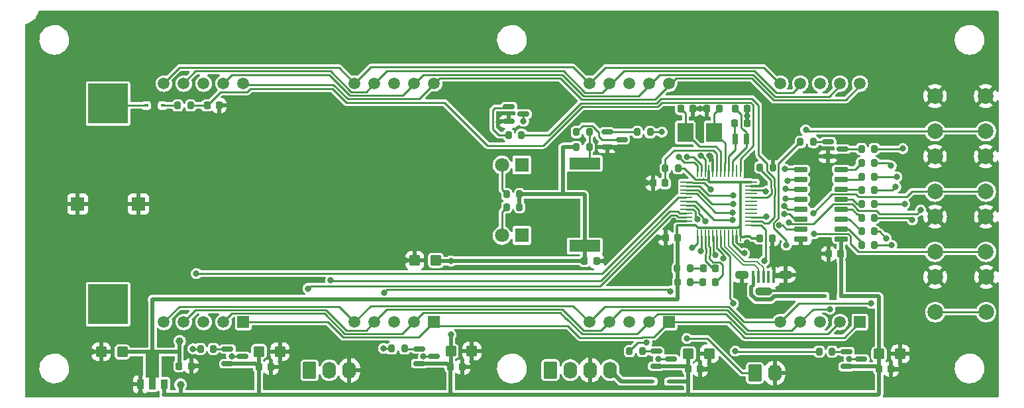
<source format=gbr>
G04 #@! TF.GenerationSoftware,KiCad,Pcbnew,6.0.11-2627ca5db0~126~ubuntu22.04.1*
G04 #@! TF.CreationDate,2023-10-21T07:57:24+01:00*
G04 #@! TF.ProjectId,LEDClock,4c454443-6c6f-4636-9b2e-6b696361645f,rev?*
G04 #@! TF.SameCoordinates,PX44794c0PY22243c0*
G04 #@! TF.FileFunction,Copper,L1,Top*
G04 #@! TF.FilePolarity,Positive*
%FSLAX45Y45*%
G04 Gerber Fmt 4.5, Leading zero omitted, Abs format (unit mm)*
G04 Created by KiCad (PCBNEW 6.0.11-2627ca5db0~126~ubuntu22.04.1) date 2023-10-21 07:57:24*
%MOMM*%
%LPD*%
G01*
G04 APERTURE LIST*
G04 Aperture macros list*
%AMRoundRect*
0 Rectangle with rounded corners*
0 $1 Rounding radius*
0 $2 $3 $4 $5 $6 $7 $8 $9 X,Y pos of 4 corners*
0 Add a 4 corners polygon primitive as box body*
4,1,4,$2,$3,$4,$5,$6,$7,$8,$9,$2,$3,0*
0 Add four circle primitives for the rounded corners*
1,1,$1+$1,$2,$3*
1,1,$1+$1,$4,$5*
1,1,$1+$1,$6,$7*
1,1,$1+$1,$8,$9*
0 Add four rect primitives between the rounded corners*
20,1,$1+$1,$2,$3,$4,$5,0*
20,1,$1+$1,$4,$5,$6,$7,0*
20,1,$1+$1,$6,$7,$8,$9,0*
20,1,$1+$1,$8,$9,$2,$3,0*%
%AMFreePoly0*
4,1,9,3.862500,-0.866500,0.737500,-0.866500,0.737500,-0.450000,-0.737500,-0.450000,-0.737500,0.450000,0.737500,0.450000,0.737500,0.866500,3.862500,0.866500,3.862500,-0.866500,3.862500,-0.866500,$1*%
G04 Aperture macros list end*
G04 #@! TA.AperFunction,SMDPad,CuDef*
%ADD10RoundRect,0.062500X-0.062500X0.675000X-0.062500X-0.675000X0.062500X-0.675000X0.062500X0.675000X0*%
G04 #@! TD*
G04 #@! TA.AperFunction,SMDPad,CuDef*
%ADD11RoundRect,0.062500X-0.675000X0.062500X-0.675000X-0.062500X0.675000X-0.062500X0.675000X0.062500X0*%
G04 #@! TD*
G04 #@! TA.AperFunction,SMDPad,CuDef*
%ADD12RoundRect,0.249999X0.450001X0.425001X-0.450001X0.425001X-0.450001X-0.425001X0.450001X-0.425001X0*%
G04 #@! TD*
G04 #@! TA.AperFunction,SMDPad,CuDef*
%ADD13R,0.450000X1.500000*%
G04 #@! TD*
G04 #@! TA.AperFunction,ComponentPad*
%ADD14O,1.800000X1.100000*%
G04 #@! TD*
G04 #@! TA.AperFunction,ComponentPad*
%ADD15O,2.200000X1.100000*%
G04 #@! TD*
G04 #@! TA.AperFunction,SMDPad,CuDef*
%ADD16R,0.900000X1.300000*%
G04 #@! TD*
G04 #@! TA.AperFunction,SMDPad,CuDef*
%ADD17FreePoly0,90.000000*%
G04 #@! TD*
G04 #@! TA.AperFunction,SMDPad,CuDef*
%ADD18RoundRect,0.225000X-0.225000X-0.250000X0.225000X-0.250000X0.225000X0.250000X-0.225000X0.250000X0*%
G04 #@! TD*
G04 #@! TA.AperFunction,SMDPad,CuDef*
%ADD19C,1.000000*%
G04 #@! TD*
G04 #@! TA.AperFunction,SMDPad,CuDef*
%ADD20RoundRect,0.218750X0.218750X0.256250X-0.218750X0.256250X-0.218750X-0.256250X0.218750X-0.256250X0*%
G04 #@! TD*
G04 #@! TA.AperFunction,SMDPad,CuDef*
%ADD21R,4.000000X1.500000*%
G04 #@! TD*
G04 #@! TA.AperFunction,SMDPad,CuDef*
%ADD22RoundRect,0.200000X-0.200000X-0.275000X0.200000X-0.275000X0.200000X0.275000X-0.200000X0.275000X0*%
G04 #@! TD*
G04 #@! TA.AperFunction,SMDPad,CuDef*
%ADD23R,0.600000X0.450000*%
G04 #@! TD*
G04 #@! TA.AperFunction,SMDPad,CuDef*
%ADD24RoundRect,0.150000X-0.587500X-0.150000X0.587500X-0.150000X0.587500X0.150000X-0.587500X0.150000X0*%
G04 #@! TD*
G04 #@! TA.AperFunction,SMDPad,CuDef*
%ADD25R,2.000000X2.400000*%
G04 #@! TD*
G04 #@! TA.AperFunction,SMDPad,CuDef*
%ADD26R,1.651000X1.651000*%
G04 #@! TD*
G04 #@! TA.AperFunction,SMDPad,CuDef*
%ADD27RoundRect,0.200000X0.200000X0.275000X-0.200000X0.275000X-0.200000X-0.275000X0.200000X-0.275000X0*%
G04 #@! TD*
G04 #@! TA.AperFunction,SMDPad,CuDef*
%ADD28RoundRect,0.225000X0.225000X0.250000X-0.225000X0.250000X-0.225000X-0.250000X0.225000X-0.250000X0*%
G04 #@! TD*
G04 #@! TA.AperFunction,ComponentPad*
%ADD29RoundRect,0.250000X-0.620000X-0.845000X0.620000X-0.845000X0.620000X0.845000X-0.620000X0.845000X0*%
G04 #@! TD*
G04 #@! TA.AperFunction,ComponentPad*
%ADD30O,1.740000X2.190000*%
G04 #@! TD*
G04 #@! TA.AperFunction,SMDPad,CuDef*
%ADD31RoundRect,0.250000X-0.450000X-0.425000X0.450000X-0.425000X0.450000X0.425000X-0.450000X0.425000X0*%
G04 #@! TD*
G04 #@! TA.AperFunction,SMDPad,CuDef*
%ADD32RoundRect,0.250000X0.450000X0.425000X-0.450000X0.425000X-0.450000X-0.425000X0.450000X-0.425000X0*%
G04 #@! TD*
G04 #@! TA.AperFunction,SMDPad,CuDef*
%ADD33R,5.080000X5.080000*%
G04 #@! TD*
G04 #@! TA.AperFunction,SMDPad,CuDef*
%ADD34R,0.700000X1.400000*%
G04 #@! TD*
G04 #@! TA.AperFunction,SMDPad,CuDef*
%ADD35RoundRect,0.150000X-0.725000X-0.150000X0.725000X-0.150000X0.725000X0.150000X-0.725000X0.150000X0*%
G04 #@! TD*
G04 #@! TA.AperFunction,ComponentPad*
%ADD36R,1.500000X1.500000*%
G04 #@! TD*
G04 #@! TA.AperFunction,ComponentPad*
%ADD37C,1.500000*%
G04 #@! TD*
G04 #@! TA.AperFunction,ComponentPad*
%ADD38C,2.000000*%
G04 #@! TD*
G04 #@! TA.AperFunction,ComponentPad*
%ADD39R,1.800000X1.800000*%
G04 #@! TD*
G04 #@! TA.AperFunction,ComponentPad*
%ADD40C,1.800000*%
G04 #@! TD*
G04 #@! TA.AperFunction,ViaPad*
%ADD41C,0.800000*%
G04 #@! TD*
G04 #@! TA.AperFunction,Conductor*
%ADD42C,0.500000*%
G04 #@! TD*
G04 #@! TA.AperFunction,Conductor*
%ADD43C,0.300000*%
G04 #@! TD*
G04 #@! TA.AperFunction,Conductor*
%ADD44C,0.250000*%
G04 #@! TD*
G04 #@! TA.AperFunction,Conductor*
%ADD45C,0.200000*%
G04 #@! TD*
G04 #@! TA.AperFunction,Conductor*
%ADD46C,0.400000*%
G04 #@! TD*
G04 APERTURE END LIST*
D10*
X9169000Y-2075750D03*
X9119000Y-2075750D03*
X9069000Y-2075750D03*
X9019000Y-2075750D03*
X8969000Y-2075750D03*
X8919000Y-2075750D03*
X8869000Y-2075750D03*
X8819000Y-2075750D03*
X8769000Y-2075750D03*
X8719000Y-2075750D03*
X8669000Y-2075750D03*
X8619000Y-2075750D03*
D11*
X8477750Y-2217000D03*
X8477750Y-2267000D03*
X8477750Y-2317000D03*
X8477750Y-2367000D03*
X8477750Y-2417000D03*
X8477750Y-2467000D03*
X8477750Y-2517000D03*
X8477750Y-2567000D03*
X8477750Y-2617000D03*
X8477750Y-2667000D03*
X8477750Y-2717000D03*
X8477750Y-2767000D03*
D10*
X8619000Y-2908250D03*
X8669000Y-2908250D03*
X8719000Y-2908250D03*
X8769000Y-2908250D03*
X8819000Y-2908250D03*
X8869000Y-2908250D03*
X8919000Y-2908250D03*
X8969000Y-2908250D03*
X9019000Y-2908250D03*
X9069000Y-2908250D03*
X9119000Y-2908250D03*
X9169000Y-2908250D03*
D11*
X9310250Y-2767000D03*
X9310250Y-2717000D03*
X9310250Y-2667000D03*
X9310250Y-2617000D03*
X9310250Y-2567000D03*
X9310250Y-2517000D03*
X9310250Y-2467000D03*
X9310250Y-2417000D03*
X9310250Y-2367000D03*
X9310250Y-2317000D03*
X9310250Y-2267000D03*
X9310250Y-2217000D03*
D12*
X1269000Y-4389000D03*
X999000Y-4389000D03*
D13*
X9335000Y-3427500D03*
X9400000Y-3427500D03*
X9465000Y-3427500D03*
X9530000Y-3427500D03*
X9595000Y-3427500D03*
D14*
X9745000Y-3402500D03*
X9185000Y-3402500D03*
D15*
X9465000Y-3617500D03*
D16*
X1504000Y-4803750D03*
D17*
X1654000Y-4795000D03*
D16*
X1804000Y-4803750D03*
D18*
X1995000Y-4570000D03*
X2150000Y-4570000D03*
D19*
X2002000Y-4253000D03*
D20*
X8850000Y-3498000D03*
X8692500Y-3498000D03*
D21*
X7180000Y-3035000D03*
X7180000Y-1980000D03*
D22*
X6182500Y-2540000D03*
X6347500Y-2540000D03*
D23*
X8259000Y-4767000D03*
X8049000Y-4767000D03*
D22*
X10178500Y-4385000D03*
X10343500Y-4385000D03*
D24*
X6210750Y-1254000D03*
X6210750Y-1444000D03*
X6398250Y-1349000D03*
D22*
X10717500Y-2675000D03*
X10882500Y-2675000D03*
D18*
X5464500Y-4582000D03*
X5619500Y-4582000D03*
D25*
X8835000Y-1583000D03*
X8465000Y-1583000D03*
D26*
X698760Y-2498000D03*
X1476000Y-2498000D03*
D27*
X8375500Y-2043000D03*
X8210500Y-2043000D03*
D23*
X10460000Y-3679000D03*
X10250000Y-3679000D03*
D24*
X10291500Y-1703000D03*
X10291500Y-1893000D03*
X10479000Y-1798000D03*
D18*
X8051500Y-2232000D03*
X8206500Y-2232000D03*
X10942500Y-4609000D03*
X11097500Y-4609000D03*
D24*
X8092600Y-4382110D03*
X8092600Y-4572110D03*
X8280100Y-4477110D03*
D22*
X9417500Y-2030000D03*
X9582500Y-2030000D03*
D28*
X10452500Y-3136000D03*
X10297500Y-3136000D03*
D29*
X6741000Y-4622000D03*
D30*
X6995000Y-4622000D03*
X7249000Y-4622000D03*
X7503000Y-4622000D03*
D22*
X10717500Y-2325000D03*
X10882500Y-2325000D03*
D18*
X9100500Y-1280000D03*
X9255500Y-1280000D03*
D22*
X10717500Y-2850000D03*
X10882500Y-2850000D03*
X9937500Y-1706000D03*
X10102500Y-1706000D03*
D28*
X2507500Y-1240000D03*
X2352500Y-1240000D03*
D22*
X1977500Y-1240000D03*
X2142500Y-1240000D03*
D18*
X8410000Y-1283000D03*
X8565000Y-1283000D03*
D22*
X10717500Y-1975000D03*
X10882500Y-1975000D03*
D27*
X7237500Y-1770000D03*
X7072500Y-1770000D03*
D22*
X10717500Y-2150000D03*
X10882500Y-2150000D03*
X10717500Y-2500000D03*
X10882500Y-2500000D03*
D31*
X10943250Y-4416000D03*
X11213250Y-4416000D03*
D32*
X5276750Y-3219250D03*
X5006750Y-3219250D03*
D28*
X9575000Y-2940000D03*
X9420000Y-2940000D03*
D22*
X7072500Y-1580000D03*
X7237500Y-1580000D03*
D27*
X6373000Y-1615000D03*
X6208000Y-1615000D03*
D22*
X8361750Y-3323000D03*
X8526750Y-3323000D03*
X10717500Y-3025000D03*
X10882500Y-3025000D03*
D28*
X8897500Y-1283000D03*
X8742500Y-1283000D03*
D29*
X3664000Y-4624000D03*
D30*
X3918000Y-4624000D03*
X4172000Y-4624000D03*
D29*
X9354000Y-4659000D03*
D30*
X9608000Y-4659000D03*
D22*
X7752850Y-4380110D03*
X7917850Y-4380110D03*
D33*
X1087000Y-1215840D03*
X1087000Y-3778700D03*
D31*
X5468000Y-4381000D03*
X5738000Y-4381000D03*
D24*
X2613500Y-4350000D03*
X2613500Y-4540000D03*
X2801000Y-4445000D03*
D19*
X2014000Y-4808000D03*
D27*
X8017500Y-1580000D03*
X7852500Y-1580000D03*
D22*
X4712500Y-4347000D03*
X4877500Y-4347000D03*
X2267500Y-4352000D03*
X2432500Y-4352000D03*
D24*
X7466250Y-1580000D03*
X7466250Y-1770000D03*
X7653750Y-1675000D03*
D18*
X8212500Y-2930000D03*
X8367500Y-2930000D03*
D24*
X5063250Y-4349000D03*
X5063250Y-4539000D03*
X5250750Y-4444000D03*
D18*
X8502850Y-4608110D03*
X8657850Y-4608110D03*
X9098500Y-1468000D03*
X9253500Y-1468000D03*
D34*
X9248000Y-1672000D03*
X9108000Y-1672000D03*
D23*
X1785000Y-1240000D03*
X1575000Y-1240000D03*
D28*
X7332500Y-3226000D03*
X7177500Y-3226000D03*
D18*
X3015500Y-4583000D03*
X3170500Y-4583000D03*
D31*
X3015250Y-4384000D03*
X3285250Y-4384000D03*
D22*
X6182500Y-2375000D03*
X6347500Y-2375000D03*
X8366750Y-3498000D03*
X8531750Y-3498000D03*
D24*
X10527250Y-4387000D03*
X10527250Y-4577000D03*
X10714750Y-4482000D03*
D20*
X8852000Y-3322000D03*
X8694500Y-3322000D03*
D35*
X9942500Y-2055500D03*
X9942500Y-2182500D03*
X9942500Y-2309500D03*
X9942500Y-2436500D03*
X9942500Y-2563500D03*
X9942500Y-2690500D03*
X9942500Y-2817500D03*
X9942500Y-2944500D03*
X10457500Y-2944500D03*
X10457500Y-2817500D03*
X10457500Y-2690500D03*
X10457500Y-2563500D03*
X10457500Y-2436500D03*
X10457500Y-2309500D03*
X10457500Y-2182500D03*
X10457500Y-2055500D03*
D22*
X10717000Y-1795000D03*
X10882000Y-1795000D03*
D31*
X8503600Y-4413110D03*
X8773600Y-4413110D03*
D36*
X8258000Y-4008000D03*
D37*
X8004000Y-4008000D03*
X7750000Y-4008000D03*
X7496000Y-4008000D03*
X7242000Y-4008000D03*
X7242000Y-960000D03*
X7496000Y-960000D03*
X7750000Y-960000D03*
X8004000Y-960000D03*
X8258000Y-960000D03*
D38*
X12308000Y-2661000D03*
X11658000Y-2661000D03*
X12308000Y-3111000D03*
X11658000Y-3111000D03*
X12307000Y-1890000D03*
X11657000Y-1890000D03*
X12307000Y-2340000D03*
X11657000Y-2340000D03*
D39*
X6376500Y-2000000D03*
D40*
X6122500Y-2000000D03*
D38*
X12307000Y-1118000D03*
X11657000Y-1118000D03*
X12307000Y-1568000D03*
X11657000Y-1568000D03*
D36*
X5255000Y-4006000D03*
D37*
X5001000Y-4006000D03*
X4747000Y-4006000D03*
X4493000Y-4006000D03*
X4239000Y-4006000D03*
X4239000Y-958000D03*
X4493000Y-958000D03*
X4747000Y-958000D03*
X5001000Y-958000D03*
X5255000Y-958000D03*
D39*
X6376500Y-2900000D03*
D40*
X6122500Y-2900000D03*
D36*
X2817000Y-4007000D03*
D37*
X2563000Y-4007000D03*
X2309000Y-4007000D03*
X2055000Y-4007000D03*
X1801000Y-4007000D03*
X1801000Y-959000D03*
X2055000Y-959000D03*
X2309000Y-959000D03*
X2563000Y-959000D03*
X2817000Y-959000D03*
D38*
X11661000Y-3431000D03*
X12311000Y-3431000D03*
X12311000Y-3881000D03*
X11661000Y-3881000D03*
D36*
X10697000Y-4008000D03*
D37*
X10443000Y-4008000D03*
X10189000Y-4008000D03*
X9935000Y-4008000D03*
X9681000Y-4008000D03*
X9681000Y-960000D03*
X9935000Y-960000D03*
X10189000Y-960000D03*
X10443000Y-960000D03*
X10697000Y-960000D03*
D41*
X9449960Y-2244550D03*
X884000Y-4386000D03*
X9322000Y-1880000D03*
X9259117Y-2992665D03*
X5884000Y-4379000D03*
X4709000Y-4677000D03*
X10096000Y-1900000D03*
X3426000Y-4384000D03*
X9968000Y-4672000D03*
X9942500Y-3042500D03*
X3294000Y-4583000D03*
X11354000Y-4414000D03*
X2640000Y-1240000D03*
X8654000Y-1283000D03*
X8316550Y-2711892D03*
X8124000Y-2929000D03*
X8769000Y-4605000D03*
X7673430Y-1894110D03*
X6081500Y-1446000D03*
X9575000Y-3055000D03*
X537380Y-2494000D03*
X6800000Y-1100000D03*
X930000Y-4761000D03*
X8773200Y-1884550D03*
X5752000Y-4578000D03*
X9255500Y-1375500D03*
X11222000Y-4613000D03*
X10024000Y-3203000D03*
X7972450Y-2231000D03*
X4891000Y-3216250D03*
X10415000Y-1896000D03*
X1504000Y-4920000D03*
X9572600Y-1851000D03*
X7932000Y-3304000D03*
X7435000Y-3226000D03*
X2355000Y-4570000D03*
X5600000Y-1100000D03*
X1633380Y-2498000D03*
X5469000Y-3229000D03*
X5469000Y-4170000D03*
X11367000Y-2702000D03*
X11268450Y-2499000D03*
X10313000Y-3841450D03*
X11156000Y-2280000D03*
X11170000Y-2150000D03*
X11097000Y-2012000D03*
X11032000Y-2936000D03*
X11105000Y-3027000D03*
X8661758Y-1882729D03*
X9739000Y-2053000D03*
X5120000Y-4449050D03*
X2173000Y-4349000D03*
X2216000Y-3389000D03*
X4614901Y-3630050D03*
X8851300Y-3146876D03*
X4608000Y-4344000D03*
X8277000Y-3613000D03*
X8955067Y-3189058D03*
X7972350Y-4272110D03*
X9080498Y-3769422D03*
X9106000Y-4380000D03*
X9772460Y-2202000D03*
X8487195Y-1895550D03*
X8383000Y-1899000D03*
X9749000Y-2308000D03*
X8787799Y-2310201D03*
X9747063Y-2428296D03*
X6398000Y-1441000D03*
X9733290Y-2527293D03*
X9081000Y-2390000D03*
X9222000Y-3128000D03*
X9474000Y-3225000D03*
X9727450Y-2627073D03*
X9077000Y-2499000D03*
X3642000Y-3579000D03*
X3934000Y-3475550D03*
X9073141Y-2705600D03*
X10006000Y-1554000D03*
X10099000Y-2617000D03*
X8726623Y-2715163D03*
X8121350Y-4482160D03*
X9496000Y-2335000D03*
X8168000Y-1580000D03*
X8618817Y-2695183D03*
X10112000Y-2881000D03*
X9505992Y-2663519D03*
X9793000Y-2738000D03*
X11475000Y-2577000D03*
X9665550Y-2772450D03*
X9074003Y-2605653D03*
X10558000Y-4480000D03*
X9757000Y-3025000D03*
X8661450Y-3101865D03*
X11247000Y-1791000D03*
X10842000Y-3769000D03*
X2665000Y-4444000D03*
X8557000Y-3058000D03*
X8486000Y-4217000D03*
D42*
X9575000Y-2940000D02*
X9575000Y-3055000D01*
X5743250Y-4379000D02*
X5884000Y-4379000D01*
D43*
X9119000Y-2992104D02*
X9143896Y-3017000D01*
D42*
X4894000Y-3219250D02*
X4891000Y-3216250D01*
D43*
X8321658Y-2717000D02*
X8316550Y-2711892D01*
D42*
X7973450Y-2232000D02*
X7972450Y-2231000D01*
X2351500Y-4566500D02*
X2355000Y-4570000D01*
D43*
X8819000Y-2075750D02*
X8819000Y-1930350D01*
X9143896Y-3017000D02*
X9234782Y-3017000D01*
D42*
X1504000Y-4803750D02*
X1504000Y-4920000D01*
X11213250Y-4414000D02*
X11354000Y-4414000D01*
D43*
X8819000Y-1930350D02*
X8773200Y-1884550D01*
X9119000Y-2908250D02*
X9119000Y-2992104D01*
D42*
X999000Y-4389000D02*
X996000Y-4386000D01*
X5628500Y-4578000D02*
X5752000Y-4578000D01*
D43*
X9234782Y-3017000D02*
X9259117Y-2992665D01*
D42*
X996000Y-4386000D02*
X884000Y-4386000D01*
X6210750Y-1444000D02*
X6083500Y-1444000D01*
X7466250Y-1770000D02*
X7549320Y-1770000D01*
X6083500Y-1444000D02*
X6081500Y-1446000D01*
X9255500Y-1280000D02*
X9255500Y-1466000D01*
D43*
X9427510Y-2267000D02*
X9449960Y-2244550D01*
D42*
X8212500Y-2930000D02*
X8125000Y-2930000D01*
X2507500Y-1240000D02*
X2640000Y-1240000D01*
X8760890Y-4613110D02*
X8769000Y-4605000D01*
X541380Y-2498000D02*
X537380Y-2494000D01*
X3170500Y-4583000D02*
X3294000Y-4583000D01*
X8665850Y-4613110D02*
X8760890Y-4613110D01*
X5006750Y-3219250D02*
X4894000Y-3219250D01*
X8565000Y-1283000D02*
X8742500Y-1283000D01*
X9942500Y-2944500D02*
X9942500Y-3042500D01*
X11098500Y-4613000D02*
X11222000Y-4613000D01*
X7332500Y-3226000D02*
X7435000Y-3226000D01*
X3285250Y-4384000D02*
X3426000Y-4384000D01*
X2158000Y-4566500D02*
X2351500Y-4566500D01*
X9255500Y-1466000D02*
X9253500Y-1468000D01*
X10412000Y-1893000D02*
X10415000Y-1896000D01*
X9582500Y-2030000D02*
X9582500Y-1860900D01*
D43*
X9310250Y-2267000D02*
X9427510Y-2267000D01*
X8477750Y-2717000D02*
X8321658Y-2717000D01*
D42*
X8125000Y-2930000D02*
X8124000Y-2929000D01*
X10291500Y-1893000D02*
X10412000Y-1893000D01*
X1476000Y-2498000D02*
X1633380Y-2498000D01*
X9582500Y-1860900D02*
X9572600Y-1851000D01*
X8051500Y-2232000D02*
X7973450Y-2232000D01*
X7549320Y-1770000D02*
X7673430Y-1894110D01*
X698760Y-2498000D02*
X541380Y-2498000D01*
D44*
X8835000Y-1345500D02*
X8835000Y-1583000D01*
X8897500Y-1283000D02*
X8835000Y-1345500D01*
X8969000Y-2075750D02*
X8969000Y-1978138D01*
X8972900Y-1974238D02*
X8972900Y-1720900D01*
X8969000Y-1978138D02*
X8972900Y-1974238D01*
X8972900Y-1720900D02*
X8835000Y-1583000D01*
D43*
X9177000Y-2217000D02*
X8771000Y-2217000D01*
D42*
X1269000Y-4389000D02*
X1653000Y-4389000D01*
D43*
X8769000Y-2075750D02*
X8769000Y-2215000D01*
D42*
X1998000Y-4567000D02*
X1995000Y-4570000D01*
D44*
X8694000Y-2181069D02*
X8694932Y-2182000D01*
D43*
X9169000Y-2225000D02*
X9177000Y-2217000D01*
X9224710Y-2921077D02*
X9181827Y-2921077D01*
D42*
X8367500Y-3711500D02*
X8364000Y-3715000D01*
D44*
X8693069Y-2182000D02*
X8694000Y-2181069D01*
D42*
X8366750Y-3328000D02*
X8361750Y-3323000D01*
X1998000Y-4257000D02*
X1998000Y-4462250D01*
X1998000Y-4462250D02*
X1998000Y-4567000D01*
D43*
X8595000Y-2767000D02*
X8477750Y-2767000D01*
X8360000Y-2922500D02*
X8360000Y-2776000D01*
D42*
X8367500Y-2930000D02*
X8367500Y-3711500D01*
D44*
X8741761Y-2182000D02*
X8763658Y-2203897D01*
X8694932Y-2182000D02*
X8741761Y-2182000D01*
D42*
X8366750Y-3498000D02*
X8366750Y-3328000D01*
X8364000Y-3715000D02*
X1649000Y-3715000D01*
X1653000Y-4389000D02*
X1654000Y-4388000D01*
D43*
X9310250Y-2217000D02*
X9177000Y-2217000D01*
D44*
X8455932Y-2043000D02*
X8594932Y-2182000D01*
X8763658Y-2209658D02*
X8771000Y-2217000D01*
D43*
X9169000Y-2769000D02*
X9169000Y-2908250D01*
D42*
X1998000Y-4388000D02*
X1654000Y-4388000D01*
D43*
X8367500Y-2930000D02*
X8360000Y-2922500D01*
X9169000Y-2769000D02*
X9169000Y-2225000D01*
D42*
X8365250Y-3499500D02*
X8366750Y-3498000D01*
D43*
X9290162Y-2917715D02*
X9228071Y-2917715D01*
X8360000Y-2776000D02*
X8369000Y-2767000D01*
D44*
X8644000Y-2181069D02*
X8644932Y-2182000D01*
D42*
X1649000Y-3715000D02*
X1654000Y-3720000D01*
D44*
X8594932Y-2182000D02*
X8643069Y-2182000D01*
X8644932Y-2182000D02*
X8693069Y-2182000D01*
D43*
X8627500Y-2799500D02*
X8595000Y-2767000D01*
X8771000Y-2217000D02*
X8769000Y-2215000D01*
X9228071Y-2917715D02*
X9224710Y-2921077D01*
X9420000Y-2940000D02*
X9312447Y-2940000D01*
X9169000Y-2769000D02*
X9138500Y-2799500D01*
X9138500Y-2799500D02*
X8627500Y-2799500D01*
X9181827Y-2921077D02*
X9169000Y-2908250D01*
D42*
X1654000Y-4388000D02*
X1654000Y-4795000D01*
D43*
X8369000Y-2767000D02*
X8477750Y-2767000D01*
X9312447Y-2940000D02*
X9290162Y-2917715D01*
D42*
X1998000Y-4462250D02*
X1998000Y-4388000D01*
D44*
X8643069Y-2182000D02*
X8644000Y-2181069D01*
X8763658Y-2203897D02*
X8763658Y-2209658D01*
D42*
X2002000Y-4253000D02*
X1998000Y-4257000D01*
D44*
X8375500Y-2043000D02*
X8455932Y-2043000D01*
D42*
X1654000Y-3720000D02*
X1654000Y-4388000D01*
X10943250Y-4416000D02*
X10943250Y-3687250D01*
X5468000Y-4381000D02*
X5468000Y-4578500D01*
X8502850Y-4752150D02*
X8502850Y-4933850D01*
X10943250Y-4416000D02*
X10943250Y-4608250D01*
X5469000Y-3229000D02*
X5286500Y-3229000D01*
X7177500Y-3226000D02*
X5472000Y-3226000D01*
X1801000Y-4936000D02*
X1804000Y-4933000D01*
X6347500Y-2375000D02*
X6905000Y-2375000D01*
X2972500Y-4540000D02*
X3015500Y-4583000D01*
X5488000Y-4936000D02*
X6594000Y-4936000D01*
X6347500Y-2375000D02*
X6347500Y-2540000D01*
X8503600Y-4413110D02*
X8503600Y-4607360D01*
X3015250Y-4384000D02*
X3015250Y-4582750D01*
X10931000Y-4936000D02*
X8505000Y-4936000D01*
X8503600Y-4607360D02*
X8502850Y-4608110D01*
X3015500Y-4583000D02*
X3015500Y-4933500D01*
X7180000Y-3035000D02*
X7180000Y-3223500D01*
X5421500Y-4539000D02*
X5464500Y-4582000D01*
X6900000Y-1771000D02*
X6900000Y-2376000D01*
X10457500Y-3236500D02*
X10457500Y-2944500D01*
X7180000Y-2385000D02*
X7180000Y-3035000D01*
X10457500Y-3236500D02*
X10460000Y-3239000D01*
X2990000Y-4936000D02*
X2014000Y-4936000D01*
X10527250Y-4577000D02*
X10910500Y-4577000D01*
X10942500Y-4924500D02*
X10931000Y-4936000D01*
X5464500Y-4912500D02*
X5488000Y-4936000D01*
X10460000Y-3239000D02*
X10460000Y-3679000D01*
X7072500Y-1770000D02*
X6905000Y-1770000D01*
X2014000Y-4808000D02*
X2014000Y-4936000D01*
X5464500Y-4582000D02*
X5464500Y-4912500D01*
X5472000Y-3226000D02*
X5469000Y-3229000D01*
X2014000Y-4936000D02*
X1801000Y-4936000D01*
X7180000Y-3223500D02*
X7177500Y-3226000D01*
X1804000Y-4933000D02*
X1804000Y-4803750D01*
X5063250Y-4539000D02*
X5421500Y-4539000D01*
X5429000Y-4936000D02*
X5488000Y-4936000D01*
X2990000Y-4936000D02*
X3013000Y-4936000D01*
X8092600Y-4572110D02*
X8466850Y-4572110D01*
X10942500Y-4609000D02*
X10942500Y-4924500D01*
X8488000Y-4767000D02*
X8502850Y-4752150D01*
X8466850Y-4572110D02*
X8502850Y-4608110D01*
X5468000Y-4171000D02*
X5469000Y-4170000D01*
X7170000Y-2375000D02*
X7180000Y-2385000D01*
X10935000Y-3679000D02*
X10460000Y-3679000D01*
X10910500Y-4577000D02*
X10942500Y-4609000D01*
X6905000Y-2375000D02*
X7170000Y-2375000D01*
X2613500Y-4540000D02*
X2972500Y-4540000D01*
X8259000Y-4767000D02*
X8488000Y-4767000D01*
X6594000Y-4936000D02*
X7790000Y-4936000D01*
X7790000Y-4936000D02*
X8478000Y-4936000D01*
X10943250Y-3687250D02*
X10935000Y-3679000D01*
X3015500Y-4933500D02*
X3013000Y-4936000D01*
X8502850Y-4608110D02*
X8502850Y-4752150D01*
X5468000Y-4578500D02*
X5464500Y-4582000D01*
X3013000Y-4936000D02*
X5429000Y-4936000D01*
X3015250Y-4582750D02*
X3015500Y-4583000D01*
X10943250Y-4608250D02*
X10942500Y-4609000D01*
X5468000Y-4381000D02*
X5468000Y-4171000D01*
D44*
X5255000Y-4006000D02*
X5303000Y-4054000D01*
X10882500Y-2675000D02*
X11340000Y-2675000D01*
X3896929Y-4007000D02*
X4093330Y-4203400D01*
X2817000Y-4007000D02*
X3896929Y-4007000D01*
X7118000Y-4207000D02*
X7909540Y-4207000D01*
X9223309Y-4205400D02*
X10499600Y-4205400D01*
X8258000Y-4008000D02*
X9025909Y-4008000D01*
X4093330Y-4203400D02*
X5057600Y-4203400D01*
X6965000Y-4054000D02*
X7118000Y-4207000D01*
X7916990Y-4199550D02*
X8066450Y-4199550D01*
X9025909Y-4008000D02*
X9223309Y-4205400D01*
X11340000Y-2675000D02*
X11367000Y-2702000D01*
X8066450Y-4199550D02*
X8258000Y-4008000D01*
X5303000Y-4054000D02*
X6965000Y-4054000D01*
X10499600Y-4205400D02*
X10697000Y-4008000D01*
X5057600Y-4203400D02*
X5255000Y-4006000D01*
X7909540Y-4207000D02*
X7916990Y-4199550D01*
X9241928Y-4160450D02*
X10290550Y-4160450D01*
X4848550Y-4158450D02*
X5001000Y-4006000D01*
X8111500Y-3900500D02*
X8981978Y-3900500D01*
X7144619Y-4162050D02*
X7849950Y-4162050D01*
X3852998Y-3899500D02*
X4111948Y-4158450D01*
X8004000Y-4008000D02*
X8111500Y-3900500D01*
X2563000Y-4007000D02*
X2670500Y-3899500D01*
X2670500Y-3899500D02*
X3852998Y-3899500D01*
X6868919Y-3889350D02*
X6940619Y-3961050D01*
X10882500Y-2500000D02*
X11267450Y-2500000D01*
X8981978Y-3900500D02*
X9241928Y-4160450D01*
X5001000Y-4006000D02*
X5117650Y-3889350D01*
X4111948Y-4158450D02*
X4848550Y-4158450D01*
X6943619Y-3961050D02*
X7144619Y-4162050D01*
X5117650Y-3889350D02*
X6868919Y-3889350D01*
X11267450Y-2500000D02*
X11268450Y-2499000D01*
X7849950Y-4162050D02*
X8004000Y-4008000D01*
X6940619Y-3961050D02*
X6943619Y-3961050D01*
X10290550Y-4160450D02*
X10443000Y-4008000D01*
X9260547Y-4115500D02*
X9827500Y-4115500D01*
X9000597Y-3855550D02*
X9260547Y-4115500D01*
X2055000Y-4007000D02*
X2207450Y-3854550D01*
X4493000Y-4006000D02*
X4654600Y-3844400D01*
X3871688Y-3854550D02*
X4130638Y-4113500D01*
X10101550Y-3841450D02*
X10313000Y-3841450D01*
X4385500Y-4113500D02*
X4493000Y-4006000D01*
X7161638Y-4115500D02*
X7388500Y-4115500D01*
X7648450Y-3855550D02*
X9000597Y-3855550D01*
X4654600Y-3844400D02*
X6890538Y-3844400D01*
X9827500Y-4115500D02*
X9935000Y-4008000D01*
X9935000Y-4008000D02*
X10101550Y-3841450D01*
X4130638Y-4113500D02*
X4385500Y-4113500D01*
X7388500Y-4115500D02*
X7496000Y-4008000D01*
X6890538Y-3844400D02*
X7161638Y-4115500D01*
X10882500Y-2325000D02*
X11111000Y-2325000D01*
X11111000Y-2325000D02*
X11156000Y-2280000D01*
X7496000Y-4008000D02*
X7648450Y-3855550D01*
X2207450Y-3854550D02*
X3871688Y-3854550D01*
X9468100Y-756100D02*
X9691000Y-979000D01*
X7242000Y-960000D02*
X7445950Y-756050D01*
X1782000Y-971000D02*
X1996900Y-756100D01*
X7032000Y-750000D02*
X7242000Y-960000D01*
X10882500Y-2150000D02*
X11170000Y-2150000D01*
X4447000Y-750000D02*
X7032000Y-750000D01*
X1996900Y-756100D02*
X4037100Y-756100D01*
X7445950Y-756050D02*
X9468050Y-756050D01*
X4239000Y-958000D02*
X4447000Y-750000D01*
X4037100Y-756100D02*
X4239000Y-958000D01*
X4493000Y-958000D02*
X4649950Y-801050D01*
X4385850Y-1065150D02*
X4493000Y-958000D01*
X4194472Y-1065500D02*
X4283528Y-1065500D01*
X9349188Y-801050D02*
X9628238Y-1080100D01*
X2036000Y-971000D02*
X2205950Y-801050D01*
X3930022Y-801050D02*
X4194472Y-1065500D01*
X7404800Y-1074200D02*
X7677950Y-801050D01*
X11060000Y-1975000D02*
X11097000Y-2012000D01*
X4283528Y-1065500D02*
X4283878Y-1065150D01*
X2205950Y-801050D02*
X3930022Y-801050D01*
X4649950Y-801050D02*
X6912022Y-801050D01*
X7677950Y-801050D02*
X9349188Y-801050D01*
X10882500Y-1975000D02*
X11060000Y-1975000D01*
X4283878Y-1065150D02*
X4385850Y-1065150D01*
X6912022Y-801050D02*
X7185172Y-1074200D01*
X9843900Y-1080100D02*
X9945000Y-979000D01*
X9628238Y-1080100D02*
X9843900Y-1080100D01*
X7185172Y-1074200D02*
X7404800Y-1074200D01*
X7166150Y-1119150D02*
X7867850Y-1119150D01*
X2669000Y-846000D02*
X3911403Y-846000D01*
X9609619Y-1125050D02*
X10306950Y-1125050D01*
X9330569Y-846000D02*
X9609619Y-1125050D01*
X2544000Y-971000D02*
X2669000Y-846000D01*
X4302497Y-1110100D02*
X4855900Y-1110100D01*
X10946000Y-2850000D02*
X11032000Y-2936000D01*
X7867850Y-1119150D02*
X8141000Y-846000D01*
X10882500Y-2850000D02*
X10946000Y-2850000D01*
X8141000Y-846000D02*
X9330569Y-846000D01*
X6893000Y-846000D02*
X7166150Y-1119150D01*
X5120000Y-846000D02*
X6893000Y-846000D01*
X4302147Y-1110450D02*
X4302497Y-1110100D01*
X10306950Y-1125050D02*
X10453000Y-979000D01*
X4855900Y-1110100D02*
X5120000Y-846000D01*
X3911403Y-846000D02*
X4175853Y-1110450D01*
X4175853Y-1110450D02*
X4302147Y-1110450D01*
X9311950Y-890950D02*
X9591000Y-1170000D01*
X4151619Y-1155050D02*
X4156884Y-1155050D01*
X10516000Y-1170000D02*
X10707000Y-979000D01*
X4321116Y-1155050D02*
X5064950Y-1155050D01*
X8076900Y-1164100D02*
X8350050Y-890950D01*
X5064950Y-1155050D02*
X5329050Y-890950D01*
X11103000Y-3025000D02*
X11105000Y-3027000D01*
X6864950Y-890950D02*
X7138100Y-1164100D01*
X4157234Y-1155400D02*
X4320766Y-1155400D01*
X4320766Y-1155400D02*
X4321116Y-1155050D01*
X7138100Y-1164100D02*
X8076900Y-1164100D01*
X5329050Y-890950D02*
X6864950Y-890950D01*
X8350050Y-890950D02*
X9311950Y-890950D01*
X3967569Y-971000D02*
X4151619Y-1155050D01*
X10882500Y-3025000D02*
X11103000Y-3025000D01*
X4156884Y-1155050D02*
X4157234Y-1155400D01*
X2798000Y-971000D02*
X3967569Y-971000D01*
X9591000Y-1170000D02*
X10516000Y-1170000D01*
X8719000Y-2075750D02*
X8719000Y-1933710D01*
X9942500Y-2055500D02*
X9940000Y-2053000D01*
X8719000Y-1933710D02*
X8668019Y-1882729D01*
X9940000Y-2053000D02*
X9739000Y-2053000D01*
X10482000Y-1795000D02*
X10479000Y-1798000D01*
X10717000Y-1795000D02*
X10482000Y-1795000D01*
X9098500Y-1468000D02*
X9098500Y-1662500D01*
X9108000Y-1801000D02*
X9019000Y-1890000D01*
X9098500Y-1662500D02*
X9108000Y-1672000D01*
X9108000Y-1672000D02*
X9108000Y-1801000D01*
X9019000Y-1890000D02*
X9019000Y-2075750D01*
X5125050Y-4444000D02*
X5120000Y-4449050D01*
X5250750Y-4444000D02*
X5125050Y-4444000D01*
X8733900Y-3071855D02*
X8733900Y-3131875D01*
X8723884Y-3141891D02*
X8723884Y-3226986D01*
X8733900Y-3131875D02*
X8723884Y-3141891D01*
X8818898Y-3322000D02*
X8852000Y-3322000D01*
X8719000Y-3056955D02*
X8733900Y-3071855D01*
X8719000Y-2908250D02*
X8719000Y-3056955D01*
X8723884Y-3226986D02*
X8818898Y-3322000D01*
X8685500Y-3323000D02*
X8690500Y-3328000D01*
X8526750Y-3323000D02*
X8685500Y-3323000D01*
X8945250Y-3281701D02*
X8945250Y-3402750D01*
X8773313Y-3196313D02*
X8819000Y-3242000D01*
X8945250Y-3402750D02*
X8850000Y-3498000D01*
X8769000Y-3043386D02*
X8778850Y-3053236D01*
X8905549Y-3242000D02*
X8945250Y-3281701D01*
X8819000Y-3242000D02*
X8905549Y-3242000D01*
X8769000Y-2908250D02*
X8769000Y-3043386D01*
X8778850Y-3150494D02*
X8773313Y-3156030D01*
X8778850Y-3053236D02*
X8778850Y-3150494D01*
X8773313Y-3156030D02*
X8773313Y-3196313D01*
X8692500Y-3498000D02*
X8531750Y-3498000D01*
X7852500Y-1580000D02*
X7466250Y-1580000D01*
X10105500Y-1703000D02*
X10102500Y-1706000D01*
X10291500Y-1703000D02*
X10105500Y-1703000D01*
X2434500Y-4350000D02*
X2432500Y-4352000D01*
X2613500Y-4350000D02*
X2434500Y-4350000D01*
X4879500Y-4349000D02*
X4877500Y-4347000D01*
X5063250Y-4349000D02*
X4879500Y-4349000D01*
X7360000Y-1635000D02*
X7400000Y-1675000D01*
X7400000Y-1675000D02*
X7653750Y-1675000D01*
X7360000Y-1580754D02*
X7360000Y-1635000D01*
X7152500Y-1500000D02*
X7279246Y-1500000D01*
X7072500Y-1580000D02*
X7152500Y-1500000D01*
X7279246Y-1500000D02*
X7360000Y-1580754D01*
X10685000Y-2182500D02*
X10717500Y-2150000D01*
X10457500Y-2182500D02*
X10685000Y-2182500D01*
X10702000Y-2309500D02*
X10717500Y-2325000D01*
X10457500Y-2309500D02*
X10702000Y-2309500D01*
X9310250Y-2417000D02*
X9509000Y-2417000D01*
X9558000Y-2190815D02*
X9417500Y-2050315D01*
X9526010Y-2407450D02*
X9568450Y-2365010D01*
X9518550Y-2407450D02*
X9526010Y-2407450D01*
X9568450Y-2365010D02*
X9568450Y-2304990D01*
X9558000Y-2294540D02*
X9558000Y-2190815D01*
X9568450Y-2304990D02*
X9558000Y-2294540D01*
X9509000Y-2417000D02*
X9518550Y-2407450D01*
X9417500Y-2050315D02*
X9417500Y-2030000D01*
X10664000Y-2500000D02*
X10717500Y-2500000D01*
X10457500Y-2436500D02*
X10600500Y-2436500D01*
X10600500Y-2436500D02*
X10664000Y-2500000D01*
X10637000Y-2055500D02*
X10457500Y-2055500D01*
X10717500Y-1975000D02*
X10637000Y-2055500D01*
X10600050Y-2563500D02*
X10600050Y-2567865D01*
X10657135Y-2624950D02*
X10667450Y-2624950D01*
X10667450Y-2624950D02*
X10717500Y-2675000D01*
X10457500Y-2563500D02*
X10600050Y-2563500D01*
X10600050Y-2567865D02*
X10657135Y-2624950D01*
X10717500Y-2986256D02*
X10717500Y-3025000D01*
X10457500Y-2817500D02*
X10548744Y-2817500D01*
X10548744Y-2817500D02*
X10717500Y-2986256D01*
X9613400Y-2286371D02*
X9613400Y-2383629D01*
X9445569Y-2717000D02*
X9310250Y-2717000D01*
X9316000Y-1151000D02*
X9404000Y-1239000D01*
X6723431Y-1615000D02*
X7129381Y-1209050D01*
X6373000Y-1615000D02*
X6723431Y-1615000D01*
X9613400Y-2383629D02*
X9602950Y-2394079D01*
X9602950Y-2275921D02*
X9613400Y-2286371D01*
X9404000Y-1874754D02*
X9510000Y-1980754D01*
X9473569Y-2745000D02*
X9445569Y-2717000D01*
X8095519Y-1209050D02*
X8153569Y-1151000D01*
X9510000Y-1980754D02*
X9510000Y-2079246D01*
X9602950Y-2669021D02*
X9526971Y-2745000D01*
X8153569Y-1151000D02*
X9316000Y-1151000D01*
X7129381Y-1209050D02*
X8095519Y-1209050D01*
X9526971Y-2745000D02*
X9473569Y-2745000D01*
X9404000Y-1239000D02*
X9404000Y-1874754D01*
X9510000Y-2079246D02*
X9602950Y-2172196D01*
X9602950Y-2172196D02*
X9602950Y-2275921D01*
X9602950Y-2394079D02*
X9602950Y-2669021D01*
X6007000Y-1295000D02*
X6034000Y-1268000D01*
X6034000Y-1268000D02*
X6196750Y-1268000D01*
X6196750Y-1268000D02*
X6210750Y-1254000D01*
X6079000Y-1615000D02*
X6007000Y-1543000D01*
X6007000Y-1543000D02*
X6007000Y-1295000D01*
X6208000Y-1615000D02*
X6079000Y-1615000D01*
X8373000Y-2417000D02*
X7401000Y-3389000D01*
X8477750Y-2417000D02*
X8373000Y-2417000D01*
X2267500Y-4352000D02*
X2176000Y-4352000D01*
X7401000Y-3389000D02*
X2216000Y-3389000D01*
X2176000Y-4352000D02*
X2173000Y-4349000D01*
X8823800Y-3119376D02*
X8851300Y-3146876D01*
X8819000Y-2908250D02*
X8820829Y-2910079D01*
X4611000Y-4347000D02*
X4608000Y-4344000D01*
X8820829Y-3031646D02*
X8823800Y-3034617D01*
X4614901Y-3630050D02*
X4652000Y-3592950D01*
X8820829Y-2910079D02*
X8820829Y-3031646D01*
X4652000Y-3592950D02*
X8256950Y-3592950D01*
X4712500Y-4347000D02*
X4611000Y-4347000D01*
X8256950Y-3592950D02*
X8277000Y-3613000D01*
X8823800Y-3034617D02*
X8823800Y-3119376D01*
X8880159Y-3074426D02*
X8881310Y-3074426D01*
X8955067Y-3150167D02*
X8955067Y-3189058D01*
X7752850Y-4380110D02*
X7860850Y-4272110D01*
X8923750Y-3116866D02*
X8923750Y-3118851D01*
X8881310Y-3074426D02*
X8923750Y-3116866D01*
X7860850Y-4272110D02*
X7972350Y-4272110D01*
X8869000Y-3063267D02*
X8880159Y-3074426D01*
X8869000Y-2908250D02*
X8869000Y-3063267D01*
X8923750Y-3118851D02*
X8955067Y-3150167D01*
X10558000Y-2690500D02*
X10717500Y-2850000D01*
X10457500Y-2690500D02*
X10558000Y-2690500D01*
X8968700Y-3098247D02*
X8968700Y-3099398D01*
X8968700Y-3099398D02*
X9033548Y-3164246D01*
X9033548Y-3703548D02*
X9080498Y-3750498D01*
X9111000Y-4385000D02*
X9106000Y-4380000D01*
X8919000Y-3048547D02*
X8968700Y-3098247D01*
X8919000Y-2908250D02*
X8919000Y-3048547D01*
X10178500Y-4385000D02*
X9111000Y-4385000D01*
X9080498Y-3750498D02*
X9080498Y-3769422D01*
X9033548Y-3164246D02*
X9033548Y-3703548D01*
X8869000Y-2075750D02*
X8869000Y-1859000D01*
X8631748Y-1810279D02*
X8630248Y-1811779D01*
X8630248Y-1811779D02*
X8323221Y-1811779D01*
X8820279Y-1810279D02*
X8631748Y-1810279D01*
X8210500Y-2228000D02*
X8206500Y-2232000D01*
X8323221Y-1811779D02*
X8210500Y-1924500D01*
X8210500Y-1924500D02*
X8210500Y-2043000D01*
X8869000Y-1859000D02*
X8820279Y-1810279D01*
X8210500Y-2043000D02*
X8210500Y-2228000D01*
X8919000Y-1828431D02*
X8919000Y-2075750D01*
X8647329Y-1765329D02*
X8855898Y-1765329D01*
X8855898Y-1765329D02*
X8919000Y-1828431D01*
X8410000Y-1283000D02*
X8465000Y-1338000D01*
X8465000Y-1583000D02*
X8647329Y-1765329D01*
X8465000Y-1338000D02*
X8465000Y-1583000D01*
X9176000Y-1515782D02*
X9208218Y-1548000D01*
X9100500Y-1280000D02*
X9176000Y-1355500D01*
X9176000Y-1355500D02*
X9176000Y-1515782D01*
X9208218Y-1548000D02*
X9211000Y-1548000D01*
X9248000Y-1585000D02*
X9248000Y-1672000D01*
X9211000Y-1548000D02*
X9248000Y-1585000D01*
X9069000Y-2075750D02*
X9069000Y-1946000D01*
X9248000Y-1767000D02*
X9248000Y-1672000D01*
X9069000Y-1946000D02*
X9248000Y-1767000D01*
X8663950Y-1990382D02*
X8663950Y-1987381D01*
X8669000Y-2075750D02*
X8669000Y-1995431D01*
X8596618Y-1923050D02*
X8569119Y-1895550D01*
X8599619Y-1923050D02*
X8596618Y-1923050D01*
X8569119Y-1895550D02*
X8487195Y-1895550D01*
X8669000Y-1995431D02*
X8663950Y-1990382D01*
X8663950Y-1987381D02*
X8599619Y-1923050D01*
X9791960Y-2182500D02*
X9772460Y-2202000D01*
X9942500Y-2182500D02*
X9791960Y-2182500D01*
X9750500Y-2309500D02*
X9749000Y-2308000D01*
X9942500Y-2309500D02*
X9750500Y-2309500D01*
X8619000Y-2006000D02*
X8619000Y-2075750D01*
X8452000Y-1968000D02*
X8581000Y-1968000D01*
X8383000Y-1899000D02*
X8452000Y-1968000D01*
X8581000Y-1968000D02*
X8619000Y-2006000D01*
X8581588Y-2226950D02*
X8579187Y-2224550D01*
X8558069Y-2217000D02*
X8477750Y-2217000D01*
X8565618Y-2224550D02*
X8558069Y-2217000D01*
X8579187Y-2224550D02*
X8565618Y-2224550D01*
X8704548Y-2226950D02*
X8787799Y-2310201D01*
X9934296Y-2428296D02*
X9747063Y-2428296D01*
X8704548Y-2226950D02*
X8581588Y-2226950D01*
X9942500Y-2436500D02*
X9934296Y-2428296D01*
X1977500Y-1240000D02*
X1785000Y-1240000D01*
X1111160Y-1240000D02*
X1087000Y-1215840D01*
X1575000Y-1240000D02*
X1111160Y-1240000D01*
X6398250Y-1349000D02*
X6398250Y-1440750D01*
X6398250Y-1440750D02*
X6398000Y-1441000D01*
X6122500Y-2315000D02*
X6182500Y-2375000D01*
X6122500Y-2000000D02*
X6122500Y-2315000D01*
X8560569Y-2269500D02*
X8562969Y-2271900D01*
X8765138Y-2390000D02*
X9081000Y-2390000D01*
X8477750Y-2267000D02*
X8480250Y-2269500D01*
X8480250Y-2269500D02*
X8560569Y-2269500D01*
X9769497Y-2563500D02*
X9733290Y-2527293D01*
X8562969Y-2271900D02*
X8647038Y-2271900D01*
X9942500Y-2563500D02*
X9769497Y-2563500D01*
X8647038Y-2271900D02*
X8765138Y-2390000D01*
X6182500Y-2540000D02*
X6122500Y-2600000D01*
X6122500Y-2600000D02*
X6122500Y-2900000D01*
D45*
X9208336Y-3279000D02*
X9348000Y-3279000D01*
X9011150Y-3080664D02*
X9011150Y-3081815D01*
X9011150Y-3081815D02*
X9208336Y-3279000D01*
X9400000Y-3331000D02*
X9400000Y-3427500D01*
X8969000Y-2908250D02*
X8969000Y-3038513D01*
X8969000Y-3038513D02*
X9011150Y-3080664D01*
X9348000Y-3279000D02*
X9400000Y-3331000D01*
X9019000Y-3032015D02*
X9223985Y-3237000D01*
X9223985Y-3237000D02*
X9387000Y-3237000D01*
X9465000Y-3315000D02*
X9465000Y-3427500D01*
X9387000Y-3237000D02*
X9465000Y-3315000D01*
X9019000Y-2908250D02*
X9019000Y-3032015D01*
D44*
X9187791Y-3128000D02*
X9222000Y-3128000D01*
X9069000Y-2908250D02*
X9069000Y-3009209D01*
X9069000Y-3009209D02*
X9187791Y-3128000D01*
X9432000Y-2767000D02*
X9497500Y-2832500D01*
X9310250Y-2767000D02*
X9432000Y-2767000D01*
X9497500Y-2832500D02*
X9497500Y-3201500D01*
X9497500Y-3201500D02*
X9474000Y-3225000D01*
X9942500Y-2690500D02*
X9863500Y-2690500D01*
X8810569Y-2499000D02*
X9077000Y-2499000D01*
X8631069Y-2319500D02*
X8810569Y-2499000D01*
X8480250Y-2319500D02*
X8631069Y-2319500D01*
X8477750Y-2317000D02*
X8480250Y-2319500D01*
X9863500Y-2690500D02*
X9800073Y-2627073D01*
X9800073Y-2627073D02*
X9727450Y-2627073D01*
X8348210Y-2639442D02*
X8375768Y-2667000D01*
X7377982Y-3548000D02*
X8286540Y-2639442D01*
X8375768Y-2667000D02*
X8477750Y-2667000D01*
X4553972Y-3548000D02*
X3673000Y-3548000D01*
X8286540Y-2639442D02*
X8348210Y-2639442D01*
X3673000Y-3548000D02*
X3642000Y-3579000D01*
X4553972Y-3548000D02*
X7377982Y-3548000D01*
X3937350Y-3478900D02*
X3934000Y-3475550D01*
X8389337Y-2617000D02*
X8366829Y-2594492D01*
X7383513Y-3478900D02*
X3937350Y-3478900D01*
X8366829Y-2594492D02*
X8267921Y-2594492D01*
X8477750Y-2617000D02*
X8389337Y-2617000D01*
X8267921Y-2594492D02*
X7383513Y-3478900D01*
X11657000Y-1568000D02*
X10020000Y-1568000D01*
X8477750Y-2467000D02*
X8593638Y-2467000D01*
X11657000Y-1568000D02*
X12307000Y-1568000D01*
X8593638Y-2467000D02*
X8832238Y-2705600D01*
X10020000Y-1568000D02*
X10006000Y-1554000D01*
X8832238Y-2705600D02*
X9073141Y-2705600D01*
X8692450Y-2666356D02*
X8692450Y-2680990D01*
X11296000Y-2405000D02*
X10675754Y-2405000D01*
X11297000Y-2405000D02*
X11336000Y-2366000D01*
X11336000Y-2366000D02*
X11336000Y-2365000D01*
X11336000Y-2365000D02*
X11296000Y-2405000D01*
X11336000Y-2365000D02*
X11361000Y-2340000D01*
X8639950Y-2613856D02*
X8692450Y-2666356D01*
X10675754Y-2405000D02*
X10642754Y-2372000D01*
X8692450Y-2680990D02*
X8726623Y-2715163D01*
X10642754Y-2372000D02*
X10344000Y-2372000D01*
X8639950Y-2576881D02*
X8639950Y-2613856D01*
X8477750Y-2517000D02*
X8580069Y-2517000D01*
X11361000Y-2340000D02*
X11657000Y-2340000D01*
X10344000Y-2372000D02*
X10099000Y-2617000D01*
X11657000Y-2340000D02*
X12307000Y-2340000D01*
X8580069Y-2517000D02*
X8639950Y-2576881D01*
X7237500Y-1770000D02*
X7237500Y-1922500D01*
X7237500Y-1922500D02*
X7180000Y-1980000D01*
X7237500Y-1580000D02*
X7237500Y-1770000D01*
X8092600Y-4382110D02*
X7908850Y-4382110D01*
X8121350Y-4482160D02*
X8275050Y-4482160D01*
X8275050Y-4482160D02*
X8280100Y-4477110D01*
X9478000Y-2317000D02*
X9496000Y-2335000D01*
X8017500Y-1580000D02*
X8168000Y-1580000D01*
X9310250Y-2317000D02*
X9478000Y-2317000D01*
D42*
X9599921Y-3679000D02*
X9556921Y-3722000D01*
X9310000Y-3658921D02*
X9310000Y-3555000D01*
D46*
X9332000Y-3533000D02*
X9332000Y-3430500D01*
D42*
X10250000Y-3679000D02*
X9599921Y-3679000D01*
X9382000Y-3722000D02*
X9373079Y-3722000D01*
D46*
X9332000Y-3430500D02*
X9335000Y-3427500D01*
X9310000Y-3555000D02*
X9332000Y-3533000D01*
D42*
X9373079Y-3722000D02*
X9310000Y-3658921D01*
X9556921Y-3722000D02*
X9382000Y-3722000D01*
X8049000Y-4767000D02*
X7648000Y-4767000D01*
X7648000Y-4767000D02*
X7503000Y-4622000D01*
D44*
X10681754Y-3111000D02*
X10577500Y-3006746D01*
X12308000Y-3111000D02*
X11658000Y-3111000D01*
X11658000Y-3111000D02*
X10681754Y-3111000D01*
X10548675Y-2881000D02*
X10112000Y-2881000D01*
X8566000Y-2567000D02*
X8595000Y-2596000D01*
X10577500Y-3006746D02*
X10577500Y-2909825D01*
X10577500Y-2909825D02*
X10548675Y-2881000D01*
X8595000Y-2596000D02*
X8595000Y-2671366D01*
X8477750Y-2567000D02*
X8566000Y-2567000D01*
X8595000Y-2671366D02*
X8618817Y-2695183D01*
X11429550Y-2622450D02*
X10951696Y-2622450D01*
X9808000Y-2753000D02*
X9793000Y-2738000D01*
X9502511Y-2667000D02*
X9505992Y-2663519D01*
X10103000Y-2753000D02*
X9808000Y-2753000D01*
X10951696Y-2622450D02*
X10909246Y-2580000D01*
X10909246Y-2580000D02*
X10675754Y-2580000D01*
X10352000Y-2504000D02*
X10103000Y-2753000D01*
X10645000Y-2549246D02*
X10645000Y-2544640D01*
X10352000Y-2501000D02*
X10352000Y-2504000D01*
X11475000Y-2577000D02*
X11429550Y-2622450D01*
X10601360Y-2501000D02*
X10352000Y-2501000D01*
X10675754Y-2580000D02*
X10645000Y-2549246D01*
X9310250Y-2667000D02*
X9502511Y-2667000D01*
X12311000Y-3881000D02*
X11661000Y-3881000D01*
X10645000Y-2544640D02*
X10601360Y-2501000D01*
X9712450Y-2772450D02*
X9665550Y-2772450D01*
X9757500Y-2817500D02*
X9942500Y-2817500D01*
X9757500Y-2817500D02*
X9712450Y-2772450D01*
X8477750Y-2367000D02*
X8615000Y-2367000D01*
X8853653Y-2605653D02*
X9074003Y-2605653D01*
X8615000Y-2367000D02*
X8853653Y-2605653D01*
X10345500Y-4387000D02*
X10343500Y-4385000D01*
X10527250Y-4387000D02*
X10345500Y-4387000D01*
X10712750Y-4480000D02*
X10714750Y-4482000D01*
X10558000Y-4480000D02*
X10712750Y-4480000D01*
X8669000Y-3094315D02*
X8661450Y-3101865D01*
X9658350Y-2402248D02*
X9655000Y-2405598D01*
X9937500Y-1706000D02*
X9658350Y-1985150D01*
X9593100Y-2742440D02*
X9593100Y-2802460D01*
X9757000Y-2966360D02*
X9757000Y-3025000D01*
X9593100Y-2802460D02*
X9757000Y-2966360D01*
X9655000Y-2405598D02*
X9655000Y-2680540D01*
X9655000Y-2680540D02*
X9593100Y-2742440D01*
X9658350Y-1985150D02*
X9658350Y-2402248D01*
X8669000Y-2908250D02*
X8669000Y-3094315D01*
X1801000Y-4007000D02*
X1998400Y-3809600D01*
X7033450Y-3799450D02*
X7242000Y-4008000D01*
X9681000Y-4008000D02*
X9920000Y-3769000D01*
X1998400Y-3809600D02*
X4042600Y-3809600D01*
X7242000Y-4008000D02*
X7439400Y-3810600D01*
X4042600Y-3809600D02*
X4239000Y-4006000D01*
X10882000Y-1795000D02*
X11243000Y-1795000D01*
X9216616Y-4008000D02*
X9681000Y-4008000D01*
X11243000Y-1795000D02*
X11247000Y-1791000D01*
X9920000Y-3769000D02*
X10842000Y-3769000D01*
X7439400Y-3810600D02*
X9019216Y-3810600D01*
X4445550Y-3799450D02*
X7033450Y-3799450D01*
X9019216Y-3810600D02*
X9216616Y-4008000D01*
X4239000Y-4006000D02*
X4445550Y-3799450D01*
X2800000Y-4444000D02*
X2801000Y-4445000D01*
X2665000Y-4444000D02*
X2800000Y-4444000D01*
X9168000Y-2074750D02*
X9168000Y-1923000D01*
X8168138Y-1200000D02*
X8114138Y-1254000D01*
X9333000Y-1232218D02*
X9300782Y-1200000D01*
X9168000Y-1923000D02*
X9333000Y-1758000D01*
X2526000Y-1066500D02*
X2352500Y-1240000D01*
X9300782Y-1200000D02*
X8168138Y-1200000D01*
X6652000Y-1750000D02*
X5937000Y-1750000D01*
X7148000Y-1254000D02*
X6652000Y-1750000D01*
X5937000Y-1750000D02*
X5387000Y-1200000D01*
X9333000Y-1758000D02*
X9333000Y-1232218D01*
X2906028Y-1022000D02*
X2861528Y-1066500D01*
X4339385Y-1200350D02*
X4133350Y-1200350D01*
X8114138Y-1254000D02*
X7148000Y-1254000D01*
X4339735Y-1200000D02*
X4339385Y-1200350D01*
X2861528Y-1066500D02*
X2526000Y-1066500D01*
X9169000Y-2075750D02*
X9168000Y-2074750D01*
X3955000Y-1022000D02*
X2906028Y-1022000D01*
X2352500Y-1240000D02*
X2142500Y-1240000D01*
X4133350Y-1200350D02*
X3955000Y-1022000D01*
X5387000Y-1200000D02*
X4339735Y-1200000D01*
X8619000Y-2908250D02*
X8619000Y-2997540D01*
X8619000Y-2997540D02*
X8559646Y-3056894D01*
X9188308Y-4659000D02*
X9354000Y-4659000D01*
X8486000Y-4217000D02*
X8746308Y-4217000D01*
X8746308Y-4217000D02*
X9188308Y-4659000D01*
G04 #@! TA.AperFunction,Conductor*
G36*
X12464162Y-32050D02*
G01*
X12468811Y-37416D01*
X12469950Y-42650D01*
X12469950Y-1053992D01*
X12467950Y-1060804D01*
X12462584Y-1065454D01*
X12455557Y-1066464D01*
X12449099Y-1063515D01*
X12445709Y-1058814D01*
X12441969Y-1049784D01*
X12441520Y-1048904D01*
X12431257Y-1032155D01*
X12430211Y-1031209D01*
X12429333Y-1031588D01*
X12344202Y-1116719D01*
X12343441Y-1118113D01*
X12343454Y-1118297D01*
X12343879Y-1118958D01*
X12429029Y-1204108D01*
X12430267Y-1204784D01*
X12431032Y-1204211D01*
X12441520Y-1187096D01*
X12441969Y-1186216D01*
X12445709Y-1177186D01*
X12450164Y-1171658D01*
X12456900Y-1169416D01*
X12463779Y-1171172D01*
X12468617Y-1176368D01*
X12469950Y-1182008D01*
X12469950Y-1825992D01*
X12467950Y-1832804D01*
X12462584Y-1837453D01*
X12455557Y-1838464D01*
X12449099Y-1835514D01*
X12445709Y-1830814D01*
X12441969Y-1821784D01*
X12441520Y-1820904D01*
X12431257Y-1804155D01*
X12430211Y-1803209D01*
X12429333Y-1803588D01*
X12344202Y-1888719D01*
X12343441Y-1890113D01*
X12343454Y-1890296D01*
X12343879Y-1890958D01*
X12429029Y-1976108D01*
X12430267Y-1976784D01*
X12431032Y-1976211D01*
X12441520Y-1959096D01*
X12441969Y-1958216D01*
X12445709Y-1949186D01*
X12450164Y-1943658D01*
X12456900Y-1941416D01*
X12463779Y-1943172D01*
X12468617Y-1948368D01*
X12469950Y-1954008D01*
X12469950Y-2594578D01*
X12467950Y-2601390D01*
X12462584Y-2606039D01*
X12455557Y-2607050D01*
X12449099Y-2604100D01*
X12445709Y-2599400D01*
X12442969Y-2592784D01*
X12442520Y-2591904D01*
X12432257Y-2575156D01*
X12431211Y-2574209D01*
X12430333Y-2574588D01*
X12345202Y-2659719D01*
X12344441Y-2661113D01*
X12344454Y-2661297D01*
X12344879Y-2661958D01*
X12430029Y-2747108D01*
X12431267Y-2747784D01*
X12432032Y-2747211D01*
X12442520Y-2730096D01*
X12442969Y-2729216D01*
X12445709Y-2722600D01*
X12450164Y-2717072D01*
X12456900Y-2714830D01*
X12463779Y-2716586D01*
X12468617Y-2721782D01*
X12469950Y-2727422D01*
X12469950Y-3357367D01*
X12467950Y-3364179D01*
X12462584Y-3368828D01*
X12455557Y-3369839D01*
X12449099Y-3366889D01*
X12446123Y-3363088D01*
X12445520Y-3361904D01*
X12435257Y-3345155D01*
X12434211Y-3344209D01*
X12433333Y-3344588D01*
X12348202Y-3429719D01*
X12347441Y-3431113D01*
X12347454Y-3431296D01*
X12347879Y-3431958D01*
X12433029Y-3517108D01*
X12434267Y-3517784D01*
X12435032Y-3517211D01*
X12445520Y-3500096D01*
X12446123Y-3498912D01*
X12450999Y-3493751D01*
X12457890Y-3492045D01*
X12464610Y-3494335D01*
X12469025Y-3499895D01*
X12469950Y-3504633D01*
X12469950Y-4957350D01*
X12467950Y-4964162D01*
X12462584Y-4968811D01*
X12457350Y-4969950D01*
X11002100Y-4969950D01*
X10995288Y-4967950D01*
X10990639Y-4962584D01*
X10989629Y-4955557D01*
X10990914Y-4951779D01*
X10990911Y-4951778D01*
X10991465Y-4950380D01*
X10992471Y-4948380D01*
X10993264Y-4947101D01*
X10994478Y-4942923D01*
X10994862Y-4941800D01*
X10996147Y-4938553D01*
X10996464Y-4937755D01*
X10996553Y-4936901D01*
X10996554Y-4936900D01*
X10996621Y-4936259D01*
X10997052Y-4934062D01*
X10997287Y-4933251D01*
X10997287Y-4933251D01*
X10997472Y-4932618D01*
X10997550Y-4931549D01*
X10997550Y-4928079D01*
X10997619Y-4926762D01*
X10997950Y-4923609D01*
X10998040Y-4922755D01*
X10997727Y-4920900D01*
X10997550Y-4918799D01*
X10997550Y-4690642D01*
X10999550Y-4683830D01*
X11004916Y-4679180D01*
X11011943Y-4678170D01*
X11018401Y-4681119D01*
X11019052Y-4681724D01*
X11028743Y-4691399D01*
X11029884Y-4692300D01*
X11043188Y-4700500D01*
X11044506Y-4701115D01*
X11059381Y-4706049D01*
X11060719Y-4706336D01*
X11069810Y-4707267D01*
X11070313Y-4707293D01*
X11071812Y-4706853D01*
X11071933Y-4706714D01*
X11072100Y-4705945D01*
X11072100Y-4705489D01*
X11122900Y-4705489D01*
X11123348Y-4707012D01*
X11123487Y-4707133D01*
X11124255Y-4707300D01*
X11124544Y-4707300D01*
X11125195Y-4707266D01*
X11134406Y-4706311D01*
X11135746Y-4706021D01*
X11150611Y-4701062D01*
X11151929Y-4700445D01*
X11165217Y-4692221D01*
X11166357Y-4691318D01*
X11177399Y-4680257D01*
X11178300Y-4679116D01*
X11186500Y-4665812D01*
X11187115Y-4664494D01*
X11192049Y-4649619D01*
X11192336Y-4648281D01*
X11193267Y-4639190D01*
X11193300Y-4638549D01*
X11193300Y-4636212D01*
X11192852Y-4634688D01*
X11192713Y-4634567D01*
X11191945Y-4634400D01*
X11124712Y-4634400D01*
X11123188Y-4634848D01*
X11123067Y-4634987D01*
X11122900Y-4635755D01*
X11122900Y-4705489D01*
X11072100Y-4705489D01*
X11072100Y-4604323D01*
X11909491Y-4604323D01*
X11912110Y-4631779D01*
X11912219Y-4632223D01*
X11912219Y-4632223D01*
X11917577Y-4654119D01*
X11918666Y-4658569D01*
X11929020Y-4684133D01*
X11929250Y-4684526D01*
X11929250Y-4684526D01*
X11942725Y-4707540D01*
X11942726Y-4707541D01*
X11942956Y-4707934D01*
X11943240Y-4708290D01*
X11958619Y-4727519D01*
X11960182Y-4729473D01*
X11960516Y-4729785D01*
X11979686Y-4747693D01*
X11980336Y-4748301D01*
X12002998Y-4764022D01*
X12003405Y-4764224D01*
X12003406Y-4764225D01*
X12027283Y-4776103D01*
X12027283Y-4776103D01*
X12027691Y-4776307D01*
X12053900Y-4784898D01*
X12054349Y-4784976D01*
X12054349Y-4784976D01*
X12080696Y-4789551D01*
X12080696Y-4789551D01*
X12081074Y-4789616D01*
X12081457Y-4789635D01*
X12089630Y-4790042D01*
X12089631Y-4790042D01*
X12089788Y-4790050D01*
X12107007Y-4790050D01*
X12107234Y-4790034D01*
X12107235Y-4790034D01*
X12120682Y-4789058D01*
X12127508Y-4788563D01*
X12127954Y-4788464D01*
X12127954Y-4788464D01*
X12153995Y-4782715D01*
X12153995Y-4782715D01*
X12154440Y-4782616D01*
X12180232Y-4772845D01*
X12181041Y-4772395D01*
X12203943Y-4759674D01*
X12203944Y-4759674D01*
X12204343Y-4759453D01*
X12219621Y-4747792D01*
X12225905Y-4742997D01*
X12225905Y-4742997D01*
X12226268Y-4742720D01*
X12226587Y-4742393D01*
X12245228Y-4723324D01*
X12245229Y-4723324D01*
X12245548Y-4722997D01*
X12245817Y-4722628D01*
X12261510Y-4701068D01*
X12261510Y-4701067D01*
X12261779Y-4700698D01*
X12274621Y-4676290D01*
X12283804Y-4650283D01*
X12286385Y-4637193D01*
X12289050Y-4623670D01*
X12289050Y-4623670D01*
X12289138Y-4623223D01*
X12289286Y-4620240D01*
X12290487Y-4596134D01*
X12290487Y-4596133D01*
X12290509Y-4595677D01*
X12287890Y-4568221D01*
X12287462Y-4566474D01*
X12281443Y-4541874D01*
X12281334Y-4541431D01*
X12270980Y-4515867D01*
X12270750Y-4515474D01*
X12270750Y-4515474D01*
X12257274Y-4492460D01*
X12257274Y-4492459D01*
X12257044Y-4492067D01*
X12254594Y-4489003D01*
X12240104Y-4470883D01*
X12240103Y-4470883D01*
X12239818Y-4470527D01*
X12234798Y-4465837D01*
X12219997Y-4452011D01*
X12219997Y-4452011D01*
X12219664Y-4451699D01*
X12197002Y-4435978D01*
X12196497Y-4435727D01*
X12172717Y-4423897D01*
X12172717Y-4423897D01*
X12172309Y-4423694D01*
X12146100Y-4415102D01*
X12145435Y-4414987D01*
X12119304Y-4410449D01*
X12119303Y-4410449D01*
X12118926Y-4410384D01*
X12117903Y-4410333D01*
X12110369Y-4409958D01*
X12110369Y-4409958D01*
X12110212Y-4409950D01*
X12092993Y-4409950D01*
X12092766Y-4409967D01*
X12092765Y-4409967D01*
X12081374Y-4410793D01*
X12072492Y-4411438D01*
X12072046Y-4411536D01*
X12072046Y-4411536D01*
X12046005Y-4417285D01*
X12046005Y-4417285D01*
X12045560Y-4417384D01*
X12019768Y-4427155D01*
X12019369Y-4427377D01*
X12019369Y-4427377D01*
X11996582Y-4440034D01*
X11995657Y-4440548D01*
X11988772Y-4445802D01*
X11974558Y-4456650D01*
X11973732Y-4457280D01*
X11973413Y-4457607D01*
X11973413Y-4457607D01*
X11954772Y-4476676D01*
X11954771Y-4476676D01*
X11954452Y-4477003D01*
X11954184Y-4477372D01*
X11954183Y-4477372D01*
X11938548Y-4498852D01*
X11938221Y-4499302D01*
X11925379Y-4523710D01*
X11916195Y-4549717D01*
X11914777Y-4556913D01*
X11910952Y-4576318D01*
X11910862Y-4576777D01*
X11910839Y-4577232D01*
X11910839Y-4577232D01*
X11909514Y-4603850D01*
X11909491Y-4604323D01*
X11072100Y-4604323D01*
X11072100Y-4512512D01*
X11071653Y-4510988D01*
X11071514Y-4510867D01*
X11070745Y-4510700D01*
X11070456Y-4510700D01*
X11069805Y-4510734D01*
X11060594Y-4511689D01*
X11059254Y-4511979D01*
X11044389Y-4516938D01*
X11043072Y-4517555D01*
X11042301Y-4518032D01*
X11035456Y-4519916D01*
X11028679Y-4517800D01*
X11024122Y-4512355D01*
X11023232Y-4505312D01*
X11026762Y-4498408D01*
X11026859Y-4498311D01*
X11027542Y-4497792D01*
X11036661Y-4485778D01*
X11041199Y-4474317D01*
X11041916Y-4472508D01*
X11041916Y-4472508D01*
X11042214Y-4471755D01*
X11043248Y-4463210D01*
X11092450Y-4463210D01*
X11092484Y-4463861D01*
X11093476Y-4473421D01*
X11093765Y-4474760D01*
X11098909Y-4490178D01*
X11099526Y-4491496D01*
X11108056Y-4505281D01*
X11108326Y-4505621D01*
X11110314Y-4506704D01*
X11110523Y-4506765D01*
X11110581Y-4506772D01*
X11110580Y-4506782D01*
X11117112Y-4508700D01*
X11121761Y-4514066D01*
X11122900Y-4519300D01*
X11122900Y-4581789D01*
X11123348Y-4583312D01*
X11123487Y-4583433D01*
X11124255Y-4583600D01*
X11191488Y-4583600D01*
X11193012Y-4583153D01*
X11193133Y-4583014D01*
X11193300Y-4582245D01*
X11193300Y-4579456D01*
X11193266Y-4578805D01*
X11192311Y-4569594D01*
X11192021Y-4568254D01*
X11187062Y-4553389D01*
X11186445Y-4552072D01*
X11185209Y-4550075D01*
X11183325Y-4543229D01*
X11185441Y-4536452D01*
X11186401Y-4535193D01*
X11187683Y-4533714D01*
X11187850Y-4532945D01*
X11187850Y-4532488D01*
X11238650Y-4532488D01*
X11239097Y-4534012D01*
X11239236Y-4534133D01*
X11240005Y-4534300D01*
X11262959Y-4534300D01*
X11263611Y-4534266D01*
X11273171Y-4533274D01*
X11274510Y-4532985D01*
X11289928Y-4527841D01*
X11291246Y-4527224D01*
X11305031Y-4518694D01*
X11306171Y-4517790D01*
X11317624Y-4506317D01*
X11318525Y-4505176D01*
X11327032Y-4491376D01*
X11327646Y-4490058D01*
X11332764Y-4474629D01*
X11333050Y-4473291D01*
X11334017Y-4463856D01*
X11334050Y-4463215D01*
X11334050Y-4443212D01*
X11333602Y-4441688D01*
X11333463Y-4441567D01*
X11332695Y-4441400D01*
X11240461Y-4441400D01*
X11238938Y-4441848D01*
X11238817Y-4441987D01*
X11238650Y-4442755D01*
X11238650Y-4532488D01*
X11187850Y-4532488D01*
X11187850Y-4443212D01*
X11187402Y-4441688D01*
X11187263Y-4441567D01*
X11186495Y-4441400D01*
X11094262Y-4441400D01*
X11092738Y-4441848D01*
X11092617Y-4441987D01*
X11092450Y-4442755D01*
X11092450Y-4463210D01*
X11043248Y-4463210D01*
X11043300Y-4462777D01*
X11043300Y-4388789D01*
X11092450Y-4388789D01*
X11092898Y-4390312D01*
X11093037Y-4390433D01*
X11093805Y-4390600D01*
X11186038Y-4390600D01*
X11187562Y-4390153D01*
X11187683Y-4390014D01*
X11187850Y-4389245D01*
X11187850Y-4388789D01*
X11238650Y-4388789D01*
X11239097Y-4390312D01*
X11239236Y-4390433D01*
X11240005Y-4390600D01*
X11332238Y-4390600D01*
X11333762Y-4390153D01*
X11333883Y-4390014D01*
X11334050Y-4389245D01*
X11334050Y-4368790D01*
X11334016Y-4368139D01*
X11333024Y-4358579D01*
X11332735Y-4357240D01*
X11327591Y-4341822D01*
X11326974Y-4340504D01*
X11318444Y-4326719D01*
X11317540Y-4325579D01*
X11306067Y-4314126D01*
X11304926Y-4313225D01*
X11291126Y-4304718D01*
X11289808Y-4304104D01*
X11274379Y-4298986D01*
X11273041Y-4298700D01*
X11263606Y-4297733D01*
X11262964Y-4297700D01*
X11240461Y-4297700D01*
X11238938Y-4298148D01*
X11238817Y-4298287D01*
X11238650Y-4299055D01*
X11238650Y-4388789D01*
X11187850Y-4388789D01*
X11187850Y-4299512D01*
X11187402Y-4297988D01*
X11187263Y-4297867D01*
X11186495Y-4297700D01*
X11163541Y-4297700D01*
X11162889Y-4297734D01*
X11153329Y-4298726D01*
X11151990Y-4299015D01*
X11136572Y-4304159D01*
X11135254Y-4304776D01*
X11121469Y-4313306D01*
X11120329Y-4314210D01*
X11108876Y-4325683D01*
X11107975Y-4326824D01*
X11099468Y-4340624D01*
X11098854Y-4341942D01*
X11093736Y-4357371D01*
X11093450Y-4358708D01*
X11092483Y-4368144D01*
X11092450Y-4368786D01*
X11092450Y-4388789D01*
X11043300Y-4388789D01*
X11043300Y-4369223D01*
X11042214Y-4360245D01*
X11041863Y-4359359D01*
X11038427Y-4350682D01*
X11036661Y-4346222D01*
X11027542Y-4334208D01*
X11015528Y-4325089D01*
X11006262Y-4321420D01*
X11000664Y-4317052D01*
X10998300Y-4309705D01*
X10998300Y-3881000D01*
X11530453Y-3881000D01*
X11532436Y-3903669D01*
X11532579Y-3904200D01*
X11532579Y-3904201D01*
X11538179Y-3925101D01*
X11538326Y-3925650D01*
X11538558Y-3926148D01*
X11538558Y-3926148D01*
X11545061Y-3940093D01*
X11547943Y-3946273D01*
X11560995Y-3964914D01*
X11577086Y-3981005D01*
X11595727Y-3994057D01*
X11596224Y-3994289D01*
X11596225Y-3994289D01*
X11615448Y-4003253D01*
X11616350Y-4003674D01*
X11616881Y-4003816D01*
X11616881Y-4003816D01*
X11637799Y-4009421D01*
X11637799Y-4009421D01*
X11638331Y-4009563D01*
X11661000Y-4011547D01*
X11683669Y-4009563D01*
X11684200Y-4009421D01*
X11684201Y-4009421D01*
X11705119Y-4003816D01*
X11705119Y-4003816D01*
X11705650Y-4003674D01*
X11706552Y-4003253D01*
X11725775Y-3994289D01*
X11725776Y-3994289D01*
X11726273Y-3994057D01*
X11744914Y-3981005D01*
X11761005Y-3964914D01*
X11774057Y-3946273D01*
X11775892Y-3942338D01*
X11781261Y-3930825D01*
X11785952Y-3925496D01*
X11792680Y-3923550D01*
X12179320Y-3923550D01*
X12186132Y-3925550D01*
X12190739Y-3930825D01*
X12196108Y-3942338D01*
X12197943Y-3946273D01*
X12210995Y-3964914D01*
X12227086Y-3981005D01*
X12245727Y-3994057D01*
X12246224Y-3994289D01*
X12246225Y-3994289D01*
X12265448Y-4003253D01*
X12266350Y-4003674D01*
X12266881Y-4003816D01*
X12266881Y-4003816D01*
X12287799Y-4009421D01*
X12287799Y-4009421D01*
X12288331Y-4009563D01*
X12311000Y-4011547D01*
X12333669Y-4009563D01*
X12334200Y-4009421D01*
X12334201Y-4009421D01*
X12355119Y-4003816D01*
X12355119Y-4003816D01*
X12355650Y-4003674D01*
X12356552Y-4003253D01*
X12375775Y-3994289D01*
X12375776Y-3994289D01*
X12376273Y-3994057D01*
X12394914Y-3981005D01*
X12411005Y-3964914D01*
X12424057Y-3946273D01*
X12426939Y-3940093D01*
X12433442Y-3926148D01*
X12433442Y-3926148D01*
X12433674Y-3925650D01*
X12433821Y-3925101D01*
X12439421Y-3904201D01*
X12439421Y-3904200D01*
X12439563Y-3903669D01*
X12441547Y-3881000D01*
X12439563Y-3858331D01*
X12434431Y-3839178D01*
X12433816Y-3836881D01*
X12433816Y-3836881D01*
X12433674Y-3836350D01*
X12432952Y-3834802D01*
X12424289Y-3816225D01*
X12424289Y-3816224D01*
X12424057Y-3815727D01*
X12411005Y-3797086D01*
X12394914Y-3780995D01*
X12376273Y-3767943D01*
X12375776Y-3767711D01*
X12375775Y-3767711D01*
X12356148Y-3758558D01*
X12356148Y-3758558D01*
X12355650Y-3758326D01*
X12355119Y-3758184D01*
X12355119Y-3758184D01*
X12334201Y-3752579D01*
X12334200Y-3752579D01*
X12333669Y-3752436D01*
X12311000Y-3750453D01*
X12288331Y-3752436D01*
X12287799Y-3752579D01*
X12287799Y-3752579D01*
X12266881Y-3758184D01*
X12266881Y-3758184D01*
X12266350Y-3758326D01*
X12265852Y-3758558D01*
X12265852Y-3758558D01*
X12246225Y-3767711D01*
X12246224Y-3767711D01*
X12245727Y-3767943D01*
X12227086Y-3780995D01*
X12210995Y-3797086D01*
X12197943Y-3815727D01*
X12197711Y-3816224D01*
X12197711Y-3816225D01*
X12190739Y-3831175D01*
X12186048Y-3836503D01*
X12179320Y-3838450D01*
X11792680Y-3838450D01*
X11785868Y-3836450D01*
X11781261Y-3831175D01*
X11774289Y-3816225D01*
X11774289Y-3816224D01*
X11774057Y-3815727D01*
X11761005Y-3797086D01*
X11744914Y-3780995D01*
X11726273Y-3767943D01*
X11725776Y-3767711D01*
X11725775Y-3767711D01*
X11706148Y-3758558D01*
X11706148Y-3758558D01*
X11705650Y-3758326D01*
X11705119Y-3758184D01*
X11705119Y-3758184D01*
X11684201Y-3752579D01*
X11684200Y-3752579D01*
X11683669Y-3752436D01*
X11661000Y-3750453D01*
X11638331Y-3752436D01*
X11637799Y-3752579D01*
X11637799Y-3752579D01*
X11616881Y-3758184D01*
X11616881Y-3758184D01*
X11616350Y-3758326D01*
X11615852Y-3758558D01*
X11615852Y-3758558D01*
X11596225Y-3767711D01*
X11596224Y-3767711D01*
X11595727Y-3767943D01*
X11577086Y-3780995D01*
X11560995Y-3797086D01*
X11547943Y-3815727D01*
X11547711Y-3816224D01*
X11547711Y-3816225D01*
X11539048Y-3834802D01*
X11538326Y-3836350D01*
X11538184Y-3836881D01*
X11538184Y-3836881D01*
X11537568Y-3839178D01*
X11532436Y-3858331D01*
X11530453Y-3881000D01*
X10998300Y-3881000D01*
X10998300Y-3688749D01*
X10998311Y-3688222D01*
X10998535Y-3682879D01*
X10998571Y-3682021D01*
X10998000Y-3679588D01*
X10997577Y-3677784D01*
X10997361Y-3676617D01*
X10996887Y-3673158D01*
X10996771Y-3672307D01*
X10996174Y-3670927D01*
X10995470Y-3668800D01*
X10995323Y-3668172D01*
X10995127Y-3667336D01*
X10994713Y-3666584D01*
X10994713Y-3666584D01*
X10993031Y-3663523D01*
X10992509Y-3662459D01*
X10990781Y-3658464D01*
X10989834Y-3657296D01*
X10988585Y-3655437D01*
X10988179Y-3654698D01*
X10987861Y-3654119D01*
X10987160Y-3653308D01*
X10984707Y-3650854D01*
X10983824Y-3649874D01*
X10983045Y-3648912D01*
X10981289Y-3646743D01*
X10979755Y-3645653D01*
X10978145Y-3644292D01*
X10974988Y-3641135D01*
X10974623Y-3640755D01*
X10973059Y-3639054D01*
X10970420Y-3636184D01*
X10966720Y-3633890D01*
X10965745Y-3633220D01*
X10962278Y-3630589D01*
X10960880Y-3630035D01*
X10958880Y-3629029D01*
X10957601Y-3628236D01*
X10956776Y-3627997D01*
X10956776Y-3627997D01*
X10953423Y-3627022D01*
X10952300Y-3626638D01*
X10951932Y-3626492D01*
X10948255Y-3625036D01*
X10947401Y-3624947D01*
X10947401Y-3624947D01*
X10946759Y-3624879D01*
X10944562Y-3624448D01*
X10943118Y-3624028D01*
X10942369Y-3623974D01*
X10942279Y-3623967D01*
X10942278Y-3623967D01*
X10942049Y-3623950D01*
X10938578Y-3623950D01*
X10937261Y-3623881D01*
X10936238Y-3623773D01*
X10933255Y-3623460D01*
X10932408Y-3623603D01*
X10932407Y-3623603D01*
X10931400Y-3623773D01*
X10929299Y-3623950D01*
X10527650Y-3623950D01*
X10520838Y-3621950D01*
X10516189Y-3616584D01*
X10515050Y-3611350D01*
X10515050Y-3554267D01*
X11574216Y-3554267D01*
X11574789Y-3555032D01*
X11591904Y-3565520D01*
X11592784Y-3565969D01*
X11613799Y-3574673D01*
X11614737Y-3574978D01*
X11636855Y-3580288D01*
X11637830Y-3580443D01*
X11660507Y-3582227D01*
X11661493Y-3582227D01*
X11684170Y-3580443D01*
X11685145Y-3580288D01*
X11707263Y-3574978D01*
X11708201Y-3574673D01*
X11729216Y-3565969D01*
X11730096Y-3565520D01*
X11746844Y-3555257D01*
X11747740Y-3554267D01*
X12224216Y-3554267D01*
X12224789Y-3555032D01*
X12241904Y-3565520D01*
X12242784Y-3565969D01*
X12263799Y-3574673D01*
X12264737Y-3574978D01*
X12286855Y-3580288D01*
X12287830Y-3580443D01*
X12310507Y-3582227D01*
X12311493Y-3582227D01*
X12334170Y-3580443D01*
X12335145Y-3580288D01*
X12357263Y-3574978D01*
X12358201Y-3574673D01*
X12379216Y-3565969D01*
X12380096Y-3565520D01*
X12396844Y-3555257D01*
X12397791Y-3554211D01*
X12397412Y-3553333D01*
X12312281Y-3468202D01*
X12310887Y-3467441D01*
X12310703Y-3467454D01*
X12310042Y-3467879D01*
X12224892Y-3553029D01*
X12224216Y-3554267D01*
X11747740Y-3554267D01*
X11747791Y-3554211D01*
X11747412Y-3553333D01*
X11662281Y-3468202D01*
X11660887Y-3467441D01*
X11660703Y-3467454D01*
X11660042Y-3467879D01*
X11574892Y-3553029D01*
X11574216Y-3554267D01*
X10515050Y-3554267D01*
X10515050Y-3431493D01*
X11509772Y-3431493D01*
X11511557Y-3454170D01*
X11511711Y-3455145D01*
X11517022Y-3477263D01*
X11517327Y-3478201D01*
X11526031Y-3499216D01*
X11526479Y-3500096D01*
X11536743Y-3516844D01*
X11537789Y-3517791D01*
X11538667Y-3517412D01*
X11623798Y-3432281D01*
X11624436Y-3431113D01*
X11697441Y-3431113D01*
X11697454Y-3431296D01*
X11697879Y-3431958D01*
X11783029Y-3517108D01*
X11784267Y-3517784D01*
X11785032Y-3517211D01*
X11795520Y-3500096D01*
X11795969Y-3499216D01*
X11804673Y-3478201D01*
X11804978Y-3477263D01*
X11810288Y-3455145D01*
X11810443Y-3454170D01*
X11812227Y-3431493D01*
X12159772Y-3431493D01*
X12161557Y-3454170D01*
X12161711Y-3455145D01*
X12167022Y-3477263D01*
X12167327Y-3478201D01*
X12176031Y-3499216D01*
X12176479Y-3500096D01*
X12186743Y-3516844D01*
X12187789Y-3517791D01*
X12188667Y-3517412D01*
X12273798Y-3432281D01*
X12274559Y-3430887D01*
X12274546Y-3430703D01*
X12274121Y-3430042D01*
X12188971Y-3344892D01*
X12187733Y-3344216D01*
X12186968Y-3344789D01*
X12176479Y-3361904D01*
X12176031Y-3362784D01*
X12167327Y-3383799D01*
X12167022Y-3384737D01*
X12161711Y-3406855D01*
X12161557Y-3407830D01*
X12159772Y-3430507D01*
X12159772Y-3431493D01*
X11812227Y-3431493D01*
X11812227Y-3430507D01*
X11810443Y-3407830D01*
X11810288Y-3406855D01*
X11804978Y-3384737D01*
X11804673Y-3383799D01*
X11795969Y-3362784D01*
X11795520Y-3361904D01*
X11785257Y-3345155D01*
X11784211Y-3344209D01*
X11783333Y-3344588D01*
X11698202Y-3429719D01*
X11697441Y-3431113D01*
X11624436Y-3431113D01*
X11624559Y-3430887D01*
X11624546Y-3430703D01*
X11624121Y-3430042D01*
X11538971Y-3344892D01*
X11537733Y-3344216D01*
X11536968Y-3344789D01*
X11526479Y-3361904D01*
X11526031Y-3362784D01*
X11517327Y-3383799D01*
X11517022Y-3384737D01*
X11511711Y-3406855D01*
X11511557Y-3407830D01*
X11509772Y-3430507D01*
X11509772Y-3431493D01*
X10515050Y-3431493D01*
X10515050Y-3307789D01*
X11574209Y-3307789D01*
X11574588Y-3308667D01*
X11659719Y-3393798D01*
X11661113Y-3394559D01*
X11661296Y-3394546D01*
X11661958Y-3394121D01*
X11747108Y-3308971D01*
X11747753Y-3307789D01*
X12224209Y-3307789D01*
X12224588Y-3308667D01*
X12309719Y-3393798D01*
X12311113Y-3394559D01*
X12311296Y-3394546D01*
X12311958Y-3394121D01*
X12397108Y-3308971D01*
X12397784Y-3307733D01*
X12397211Y-3306968D01*
X12380096Y-3296479D01*
X12379216Y-3296031D01*
X12358201Y-3287327D01*
X12357263Y-3287022D01*
X12335145Y-3281711D01*
X12334170Y-3281557D01*
X12311493Y-3279772D01*
X12310507Y-3279772D01*
X12287830Y-3281557D01*
X12286855Y-3281711D01*
X12264737Y-3287022D01*
X12263799Y-3287327D01*
X12242784Y-3296031D01*
X12241904Y-3296479D01*
X12225155Y-3306743D01*
X12224209Y-3307789D01*
X11747753Y-3307789D01*
X11747784Y-3307733D01*
X11747211Y-3306968D01*
X11730096Y-3296479D01*
X11729216Y-3296031D01*
X11708201Y-3287327D01*
X11707263Y-3287022D01*
X11685145Y-3281711D01*
X11684170Y-3281557D01*
X11661493Y-3279772D01*
X11660507Y-3279772D01*
X11637830Y-3281557D01*
X11636855Y-3281711D01*
X11614737Y-3287022D01*
X11613799Y-3287327D01*
X11592784Y-3296031D01*
X11591904Y-3296479D01*
X11575155Y-3306743D01*
X11574209Y-3307789D01*
X10515050Y-3307789D01*
X10515050Y-3240499D01*
X10515061Y-3239972D01*
X10515285Y-3234629D01*
X10515321Y-3233771D01*
X10514871Y-3231850D01*
X10514327Y-3229534D01*
X10514111Y-3228367D01*
X10513637Y-3224908D01*
X10513521Y-3224057D01*
X10513179Y-3223268D01*
X10513014Y-3222676D01*
X10512550Y-3219288D01*
X10512550Y-3202693D01*
X10514550Y-3195880D01*
X10515113Y-3195076D01*
X10521213Y-3187039D01*
X10526513Y-3173653D01*
X10527550Y-3165083D01*
X10527550Y-3106917D01*
X10527494Y-3106451D01*
X10526610Y-3099150D01*
X10526513Y-3098347D01*
X10525076Y-3094719D01*
X10521529Y-3085760D01*
X10521213Y-3084960D01*
X10515114Y-3076925D01*
X10512588Y-3070290D01*
X10512550Y-3069307D01*
X10512550Y-3025313D01*
X10514550Y-3018501D01*
X10519916Y-3013852D01*
X10526943Y-3012841D01*
X10533401Y-3015791D01*
X10536306Y-3020172D01*
X10536528Y-3020059D01*
X10537617Y-3022196D01*
X10538374Y-3024022D01*
X10538809Y-3025361D01*
X10538809Y-3025361D01*
X10539115Y-3026304D01*
X10539698Y-3027107D01*
X10540525Y-3028245D01*
X10541558Y-3029930D01*
X10542647Y-3032068D01*
X10656432Y-3145853D01*
X10658570Y-3146942D01*
X10660255Y-3147975D01*
X10662196Y-3149385D01*
X10663139Y-3149691D01*
X10663139Y-3149691D01*
X10664478Y-3150126D01*
X10666304Y-3150883D01*
X10667557Y-3151522D01*
X10668441Y-3151972D01*
X10670811Y-3152347D01*
X10672733Y-3152809D01*
X10675015Y-3153550D01*
X11526320Y-3153550D01*
X11533132Y-3155550D01*
X11537739Y-3160825D01*
X11544418Y-3175146D01*
X11544943Y-3176273D01*
X11557995Y-3194914D01*
X11574086Y-3211005D01*
X11592727Y-3224057D01*
X11593224Y-3224289D01*
X11593225Y-3224289D01*
X11610808Y-3232488D01*
X11613350Y-3233674D01*
X11613881Y-3233816D01*
X11613881Y-3233816D01*
X11634799Y-3239421D01*
X11634799Y-3239421D01*
X11635331Y-3239563D01*
X11658000Y-3241547D01*
X11680669Y-3239563D01*
X11681200Y-3239421D01*
X11681201Y-3239421D01*
X11702119Y-3233816D01*
X11702119Y-3233816D01*
X11702650Y-3233674D01*
X11705192Y-3232488D01*
X11722775Y-3224289D01*
X11722776Y-3224289D01*
X11723273Y-3224057D01*
X11741914Y-3211005D01*
X11758005Y-3194914D01*
X11771057Y-3176273D01*
X11771582Y-3175146D01*
X11778261Y-3160825D01*
X11782952Y-3155496D01*
X11789680Y-3153550D01*
X12176320Y-3153550D01*
X12183132Y-3155550D01*
X12187739Y-3160825D01*
X12194418Y-3175146D01*
X12194943Y-3176273D01*
X12207995Y-3194914D01*
X12224086Y-3211005D01*
X12242727Y-3224057D01*
X12243224Y-3224289D01*
X12243225Y-3224289D01*
X12260808Y-3232488D01*
X12263350Y-3233674D01*
X12263881Y-3233816D01*
X12263881Y-3233816D01*
X12284799Y-3239421D01*
X12284799Y-3239421D01*
X12285331Y-3239563D01*
X12308000Y-3241547D01*
X12330669Y-3239563D01*
X12331200Y-3239421D01*
X12331201Y-3239421D01*
X12352119Y-3233816D01*
X12352119Y-3233816D01*
X12352650Y-3233674D01*
X12355192Y-3232488D01*
X12372775Y-3224289D01*
X12372776Y-3224289D01*
X12373273Y-3224057D01*
X12391914Y-3211005D01*
X12408005Y-3194914D01*
X12421057Y-3176273D01*
X12422140Y-3173950D01*
X12430442Y-3156148D01*
X12430442Y-3156148D01*
X12430674Y-3155650D01*
X12431659Y-3151972D01*
X12436421Y-3134201D01*
X12436421Y-3134200D01*
X12436563Y-3133669D01*
X12438547Y-3111000D01*
X12436563Y-3088331D01*
X12435875Y-3085760D01*
X12430816Y-3066881D01*
X12430816Y-3066881D01*
X12430674Y-3066350D01*
X12429924Y-3064743D01*
X12421289Y-3046225D01*
X12421289Y-3046224D01*
X12421057Y-3045727D01*
X12408005Y-3027086D01*
X12391914Y-3010995D01*
X12373273Y-2997943D01*
X12372776Y-2997711D01*
X12372775Y-2997711D01*
X12353148Y-2988558D01*
X12353148Y-2988558D01*
X12352650Y-2988326D01*
X12352119Y-2988184D01*
X12352119Y-2988184D01*
X12331201Y-2982579D01*
X12331200Y-2982579D01*
X12330669Y-2982436D01*
X12308000Y-2980453D01*
X12285331Y-2982436D01*
X12284799Y-2982579D01*
X12284799Y-2982579D01*
X12263881Y-2988184D01*
X12263881Y-2988184D01*
X12263350Y-2988326D01*
X12262852Y-2988558D01*
X12262852Y-2988558D01*
X12243225Y-2997711D01*
X12243224Y-2997711D01*
X12242727Y-2997943D01*
X12224086Y-3010995D01*
X12207995Y-3027086D01*
X12194943Y-3045727D01*
X12194711Y-3046224D01*
X12194711Y-3046225D01*
X12187739Y-3061175D01*
X12183048Y-3066503D01*
X12176320Y-3068450D01*
X11789680Y-3068450D01*
X11782868Y-3066450D01*
X11778261Y-3061175D01*
X11771289Y-3046225D01*
X11771289Y-3046224D01*
X11771057Y-3045727D01*
X11758005Y-3027086D01*
X11741914Y-3010995D01*
X11723273Y-2997943D01*
X11722776Y-2997711D01*
X11722775Y-2997711D01*
X11703148Y-2988558D01*
X11703148Y-2988558D01*
X11702650Y-2988326D01*
X11702119Y-2988184D01*
X11702119Y-2988184D01*
X11681201Y-2982579D01*
X11681200Y-2982579D01*
X11680669Y-2982436D01*
X11658000Y-2980453D01*
X11635331Y-2982436D01*
X11634799Y-2982579D01*
X11634799Y-2982579D01*
X11613881Y-2988184D01*
X11613881Y-2988184D01*
X11613350Y-2988326D01*
X11612852Y-2988558D01*
X11612852Y-2988558D01*
X11593225Y-2997711D01*
X11593224Y-2997711D01*
X11592727Y-2997943D01*
X11574086Y-3010995D01*
X11557995Y-3027086D01*
X11544943Y-3045727D01*
X11544711Y-3046224D01*
X11544711Y-3046225D01*
X11537739Y-3061175D01*
X11533048Y-3066503D01*
X11526320Y-3068450D01*
X11182484Y-3068450D01*
X11175672Y-3066450D01*
X11171023Y-3061084D01*
X11170013Y-3054057D01*
X11170794Y-3051150D01*
X11172877Y-3045969D01*
X11172877Y-3045968D01*
X11173160Y-3045263D01*
X11175127Y-3031444D01*
X11175491Y-3028886D01*
X11175491Y-3028886D01*
X11175549Y-3028478D01*
X11175565Y-3027000D01*
X11175366Y-3025361D01*
X11174766Y-3020399D01*
X11173528Y-3010168D01*
X11167535Y-2994308D01*
X11165853Y-2991861D01*
X11158361Y-2980961D01*
X11158361Y-2980961D01*
X11157931Y-2980335D01*
X11157176Y-2979662D01*
X11145839Y-2969561D01*
X11145839Y-2969561D01*
X11145272Y-2969056D01*
X11144043Y-2968405D01*
X11136061Y-2964179D01*
X11130288Y-2961122D01*
X11113844Y-2956992D01*
X11113084Y-2956988D01*
X11112706Y-2956940D01*
X11106199Y-2954102D01*
X11102258Y-2948196D01*
X11101811Y-2942664D01*
X11102491Y-2937886D01*
X11102491Y-2937886D01*
X11102549Y-2937478D01*
X11102565Y-2936000D01*
X11102360Y-2934305D01*
X11101689Y-2928763D01*
X11100528Y-2919168D01*
X11094535Y-2903308D01*
X11092909Y-2900942D01*
X11085361Y-2889961D01*
X11085361Y-2889961D01*
X11084931Y-2889335D01*
X11084364Y-2888830D01*
X11072839Y-2878561D01*
X11072839Y-2878561D01*
X11072272Y-2878056D01*
X11071317Y-2877550D01*
X11064934Y-2874170D01*
X11057288Y-2870122D01*
X11040844Y-2865992D01*
X11040084Y-2865988D01*
X11040084Y-2865988D01*
X11030322Y-2865937D01*
X11027249Y-2865921D01*
X11020447Y-2863885D01*
X11018405Y-2862230D01*
X10971322Y-2815147D01*
X10969184Y-2814058D01*
X10967499Y-2813025D01*
X10966360Y-2812198D01*
X10965558Y-2811615D01*
X10964615Y-2811309D01*
X10964615Y-2811308D01*
X10963276Y-2810874D01*
X10961450Y-2810117D01*
X10960196Y-2809478D01*
X10960196Y-2809478D01*
X10959313Y-2809028D01*
X10958334Y-2808873D01*
X10958333Y-2808873D01*
X10957625Y-2808761D01*
X10951210Y-2805720D01*
X10947798Y-2800739D01*
X10946853Y-2798218D01*
X10946315Y-2797500D01*
X10946314Y-2797499D01*
X10938793Y-2787464D01*
X10938255Y-2786745D01*
X10936766Y-2785630D01*
X10934948Y-2784267D01*
X11571216Y-2784267D01*
X11571789Y-2785032D01*
X11588904Y-2795521D01*
X11589784Y-2795969D01*
X11610799Y-2804673D01*
X11611737Y-2804978D01*
X11633855Y-2810288D01*
X11634830Y-2810443D01*
X11657507Y-2812227D01*
X11658493Y-2812227D01*
X11681170Y-2810443D01*
X11682145Y-2810288D01*
X11704263Y-2804978D01*
X11705201Y-2804673D01*
X11726216Y-2795969D01*
X11727096Y-2795521D01*
X11743844Y-2785257D01*
X11744740Y-2784267D01*
X12221216Y-2784267D01*
X12221789Y-2785032D01*
X12238904Y-2795521D01*
X12239784Y-2795969D01*
X12260799Y-2804673D01*
X12261737Y-2804978D01*
X12283855Y-2810288D01*
X12284830Y-2810443D01*
X12307507Y-2812227D01*
X12308493Y-2812227D01*
X12331170Y-2810443D01*
X12332145Y-2810288D01*
X12354263Y-2804978D01*
X12355201Y-2804673D01*
X12376216Y-2795969D01*
X12377096Y-2795521D01*
X12393844Y-2785257D01*
X12394791Y-2784211D01*
X12394412Y-2783333D01*
X12309281Y-2698202D01*
X12307887Y-2697441D01*
X12307703Y-2697454D01*
X12307042Y-2697879D01*
X12221892Y-2783029D01*
X12221216Y-2784267D01*
X11744740Y-2784267D01*
X11744791Y-2784211D01*
X11744412Y-2783333D01*
X11659281Y-2698202D01*
X11657887Y-2697441D01*
X11657703Y-2697454D01*
X11657042Y-2697879D01*
X11571892Y-2783029D01*
X11571216Y-2784267D01*
X10934948Y-2784267D01*
X10927501Y-2778686D01*
X10927500Y-2778685D01*
X10926782Y-2778147D01*
X10916515Y-2774298D01*
X10910838Y-2770034D01*
X10908368Y-2763378D01*
X10909889Y-2756443D01*
X10914917Y-2751431D01*
X10916515Y-2750702D01*
X10918494Y-2749960D01*
X10926782Y-2746853D01*
X10927500Y-2746315D01*
X10927501Y-2746314D01*
X10937537Y-2738793D01*
X10938255Y-2738255D01*
X10940477Y-2735290D01*
X10946314Y-2727501D01*
X10946315Y-2727500D01*
X10946853Y-2726782D01*
X10947248Y-2725727D01*
X10947385Y-2725545D01*
X10947599Y-2725155D01*
X10947655Y-2725185D01*
X10951512Y-2720051D01*
X10958168Y-2717581D01*
X10959046Y-2717550D01*
X11289287Y-2717550D01*
X11296100Y-2719550D01*
X11300749Y-2724916D01*
X11301120Y-2725819D01*
X11304127Y-2734036D01*
X11304550Y-2734666D01*
X11304550Y-2734666D01*
X11305857Y-2736611D01*
X11313583Y-2748108D01*
X11314144Y-2748619D01*
X11314144Y-2748619D01*
X11325561Y-2759008D01*
X11325562Y-2759008D01*
X11326123Y-2759519D01*
X11326791Y-2759881D01*
X11326791Y-2759882D01*
X11340356Y-2767247D01*
X11340356Y-2767247D01*
X11341023Y-2767609D01*
X11341758Y-2767802D01*
X11356688Y-2771719D01*
X11356688Y-2771719D01*
X11357423Y-2771912D01*
X11366061Y-2772047D01*
X11373616Y-2772166D01*
X11373616Y-2772166D01*
X11374376Y-2772178D01*
X11375116Y-2772008D01*
X11375117Y-2772008D01*
X11385084Y-2769726D01*
X11390903Y-2768393D01*
X11406050Y-2760775D01*
X11415680Y-2752550D01*
X11418365Y-2750256D01*
X11418365Y-2750256D01*
X11418942Y-2749763D01*
X11428836Y-2735995D01*
X11429868Y-2733427D01*
X11434877Y-2720969D01*
X11434877Y-2720969D01*
X11435160Y-2720263D01*
X11436453Y-2711178D01*
X11437491Y-2703886D01*
X11437491Y-2703886D01*
X11437549Y-2703478D01*
X11437564Y-2702000D01*
X11435528Y-2685168D01*
X11435259Y-2684457D01*
X11433625Y-2680133D01*
X11433088Y-2673053D01*
X11436464Y-2666808D01*
X11441518Y-2663696D01*
X11441883Y-2663577D01*
X11442863Y-2663422D01*
X11444177Y-2662752D01*
X11445000Y-2662333D01*
X11446826Y-2661576D01*
X11448165Y-2661142D01*
X11448165Y-2661141D01*
X11449108Y-2660835D01*
X11451049Y-2659425D01*
X11452734Y-2658392D01*
X11454872Y-2657303D01*
X11461493Y-2650682D01*
X11467724Y-2647279D01*
X11470600Y-2646993D01*
X11475065Y-2647063D01*
X11481616Y-2647166D01*
X11481616Y-2647166D01*
X11482376Y-2647178D01*
X11483116Y-2647008D01*
X11483117Y-2647008D01*
X11486394Y-2646258D01*
X11491569Y-2645073D01*
X11498655Y-2645501D01*
X11504385Y-2649694D01*
X11506939Y-2656318D01*
X11506943Y-2658343D01*
X11506772Y-2660507D01*
X11506772Y-2661493D01*
X11508557Y-2684170D01*
X11508711Y-2685145D01*
X11514022Y-2707263D01*
X11514327Y-2708201D01*
X11523031Y-2729216D01*
X11523479Y-2730096D01*
X11533743Y-2746845D01*
X11534789Y-2747791D01*
X11535667Y-2747412D01*
X11620798Y-2662281D01*
X11621436Y-2661113D01*
X11694441Y-2661113D01*
X11694454Y-2661297D01*
X11694879Y-2661958D01*
X11780029Y-2747108D01*
X11781267Y-2747784D01*
X11782032Y-2747211D01*
X11792520Y-2730096D01*
X11792969Y-2729216D01*
X11801673Y-2708201D01*
X11801978Y-2707263D01*
X11807288Y-2685145D01*
X11807443Y-2684170D01*
X11809227Y-2661493D01*
X12156772Y-2661493D01*
X12158557Y-2684170D01*
X12158711Y-2685145D01*
X12164022Y-2707263D01*
X12164327Y-2708201D01*
X12173031Y-2729216D01*
X12173479Y-2730096D01*
X12183743Y-2746845D01*
X12184789Y-2747791D01*
X12185667Y-2747412D01*
X12270798Y-2662281D01*
X12271559Y-2660887D01*
X12271546Y-2660704D01*
X12271121Y-2660042D01*
X12185971Y-2574892D01*
X12184733Y-2574216D01*
X12183968Y-2574789D01*
X12173479Y-2591904D01*
X12173031Y-2592784D01*
X12164327Y-2613799D01*
X12164022Y-2614737D01*
X12158711Y-2636855D01*
X12158557Y-2637830D01*
X12156772Y-2660507D01*
X12156772Y-2661493D01*
X11809227Y-2661493D01*
X11809227Y-2660507D01*
X11807443Y-2637830D01*
X11807288Y-2636855D01*
X11801978Y-2614737D01*
X11801673Y-2613799D01*
X11792969Y-2592784D01*
X11792520Y-2591904D01*
X11782257Y-2575156D01*
X11781211Y-2574209D01*
X11780333Y-2574588D01*
X11695202Y-2659719D01*
X11694441Y-2661113D01*
X11621436Y-2661113D01*
X11621559Y-2660887D01*
X11621546Y-2660704D01*
X11621121Y-2660042D01*
X11549193Y-2588115D01*
X11545791Y-2581883D01*
X11545555Y-2578478D01*
X11545549Y-2578478D01*
X11545550Y-2578400D01*
X11545564Y-2577000D01*
X11543528Y-2560168D01*
X11537534Y-2544308D01*
X11536326Y-2542550D01*
X11533054Y-2537789D01*
X11571209Y-2537789D01*
X11571588Y-2538667D01*
X11656719Y-2623798D01*
X11658113Y-2624559D01*
X11658296Y-2624546D01*
X11658958Y-2624121D01*
X11744108Y-2538971D01*
X11744753Y-2537789D01*
X12221209Y-2537789D01*
X12221588Y-2538667D01*
X12306719Y-2623798D01*
X12308113Y-2624559D01*
X12308296Y-2624546D01*
X12308958Y-2624121D01*
X12394108Y-2538971D01*
X12394784Y-2537733D01*
X12394211Y-2536968D01*
X12377096Y-2526480D01*
X12376216Y-2526031D01*
X12355201Y-2517327D01*
X12354263Y-2517022D01*
X12332145Y-2511712D01*
X12331170Y-2511557D01*
X12308493Y-2509773D01*
X12307507Y-2509773D01*
X12284830Y-2511557D01*
X12283855Y-2511712D01*
X12261737Y-2517022D01*
X12260799Y-2517327D01*
X12239784Y-2526031D01*
X12238904Y-2526480D01*
X12222155Y-2536743D01*
X12221209Y-2537789D01*
X11744753Y-2537789D01*
X11744784Y-2537733D01*
X11744211Y-2536968D01*
X11727096Y-2526480D01*
X11726216Y-2526031D01*
X11705201Y-2517327D01*
X11704263Y-2517022D01*
X11682145Y-2511712D01*
X11681170Y-2511557D01*
X11658493Y-2509773D01*
X11657507Y-2509773D01*
X11634830Y-2511557D01*
X11633855Y-2511712D01*
X11611737Y-2517022D01*
X11610799Y-2517327D01*
X11589784Y-2526031D01*
X11588904Y-2526480D01*
X11572155Y-2536743D01*
X11571209Y-2537789D01*
X11533054Y-2537789D01*
X11528361Y-2530961D01*
X11528361Y-2530961D01*
X11527931Y-2530335D01*
X11526751Y-2529284D01*
X11515839Y-2519561D01*
X11515839Y-2519561D01*
X11515272Y-2519056D01*
X11513219Y-2517969D01*
X11501401Y-2511712D01*
X11500288Y-2511122D01*
X11483844Y-2506992D01*
X11483084Y-2506988D01*
X11483084Y-2506988D01*
X11475367Y-2506948D01*
X11466889Y-2506903D01*
X11466151Y-2507081D01*
X11466150Y-2507081D01*
X11452070Y-2510461D01*
X11450403Y-2510861D01*
X11449729Y-2511209D01*
X11449728Y-2511209D01*
X11437877Y-2517327D01*
X11435337Y-2518638D01*
X11422560Y-2529783D01*
X11420835Y-2532238D01*
X11413970Y-2542006D01*
X11412811Y-2543655D01*
X11406652Y-2559451D01*
X11406553Y-2560205D01*
X11406553Y-2560205D01*
X11405403Y-2568945D01*
X11402530Y-2575437D01*
X11396604Y-2579347D01*
X11392910Y-2579900D01*
X11315748Y-2579900D01*
X11308936Y-2577900D01*
X11304287Y-2572534D01*
X11303276Y-2565507D01*
X11306226Y-2559049D01*
X11307565Y-2557719D01*
X11308044Y-2557310D01*
X11318085Y-2548734D01*
X11319815Y-2547256D01*
X11319815Y-2547256D01*
X11320392Y-2546763D01*
X11330286Y-2532995D01*
X11331327Y-2530405D01*
X11336327Y-2517969D01*
X11336327Y-2517969D01*
X11336610Y-2517263D01*
X11338059Y-2507081D01*
X11338941Y-2500886D01*
X11338941Y-2500886D01*
X11338999Y-2500478D01*
X11339014Y-2499000D01*
X11336978Y-2482168D01*
X11330984Y-2466308D01*
X11322576Y-2454073D01*
X11320366Y-2447326D01*
X11322154Y-2440456D01*
X11324648Y-2437507D01*
X11324719Y-2437455D01*
X11370853Y-2391322D01*
X11371303Y-2390438D01*
X11371886Y-2389636D01*
X11371974Y-2389700D01*
X11373303Y-2387872D01*
X11374934Y-2386241D01*
X11381165Y-2382838D01*
X11383844Y-2382550D01*
X11525320Y-2382550D01*
X11532132Y-2384550D01*
X11536739Y-2389825D01*
X11543711Y-2404775D01*
X11543943Y-2405273D01*
X11556995Y-2423914D01*
X11573086Y-2440005D01*
X11591727Y-2453057D01*
X11592224Y-2453289D01*
X11592225Y-2453289D01*
X11610137Y-2461642D01*
X11612350Y-2462674D01*
X11612881Y-2462816D01*
X11612881Y-2462816D01*
X11633799Y-2468421D01*
X11633799Y-2468421D01*
X11634331Y-2468564D01*
X11657000Y-2470547D01*
X11679669Y-2468564D01*
X11680200Y-2468421D01*
X11680201Y-2468421D01*
X11701119Y-2462816D01*
X11701119Y-2462816D01*
X11701650Y-2462674D01*
X11703862Y-2461642D01*
X11721775Y-2453289D01*
X11721776Y-2453289D01*
X11722273Y-2453057D01*
X11740914Y-2440005D01*
X11757005Y-2423914D01*
X11770057Y-2405273D01*
X11770289Y-2404775D01*
X11777261Y-2389825D01*
X11781952Y-2384497D01*
X11788680Y-2382550D01*
X12175320Y-2382550D01*
X12182132Y-2384550D01*
X12186739Y-2389825D01*
X12193711Y-2404775D01*
X12193943Y-2405273D01*
X12206995Y-2423914D01*
X12223086Y-2440005D01*
X12241727Y-2453057D01*
X12242224Y-2453289D01*
X12242225Y-2453289D01*
X12260137Y-2461642D01*
X12262350Y-2462674D01*
X12262881Y-2462816D01*
X12262881Y-2462816D01*
X12283799Y-2468421D01*
X12283799Y-2468421D01*
X12284331Y-2468564D01*
X12307000Y-2470547D01*
X12329669Y-2468564D01*
X12330200Y-2468421D01*
X12330201Y-2468421D01*
X12351119Y-2462816D01*
X12351119Y-2462816D01*
X12351650Y-2462674D01*
X12353862Y-2461642D01*
X12371775Y-2453289D01*
X12371776Y-2453289D01*
X12372273Y-2453057D01*
X12390914Y-2440005D01*
X12407005Y-2423914D01*
X12420057Y-2405273D01*
X12420795Y-2403690D01*
X12429442Y-2385148D01*
X12429442Y-2385148D01*
X12429674Y-2384650D01*
X12430159Y-2382838D01*
X12435421Y-2363201D01*
X12435421Y-2363201D01*
X12435563Y-2362669D01*
X12437547Y-2340000D01*
X12435563Y-2317331D01*
X12435019Y-2315300D01*
X12429816Y-2295881D01*
X12429816Y-2295881D01*
X12429674Y-2295350D01*
X12428467Y-2292762D01*
X12420289Y-2275225D01*
X12420289Y-2275224D01*
X12420057Y-2274727D01*
X12407005Y-2256086D01*
X12390914Y-2239995D01*
X12372273Y-2226943D01*
X12371776Y-2226711D01*
X12371775Y-2226711D01*
X12352148Y-2217558D01*
X12352148Y-2217558D01*
X12351650Y-2217326D01*
X12351119Y-2217184D01*
X12351119Y-2217184D01*
X12330201Y-2211579D01*
X12330200Y-2211579D01*
X12329669Y-2211437D01*
X12307000Y-2209453D01*
X12284331Y-2211437D01*
X12283799Y-2211579D01*
X12283799Y-2211579D01*
X12262881Y-2217184D01*
X12262881Y-2217184D01*
X12262350Y-2217326D01*
X12261852Y-2217558D01*
X12261852Y-2217558D01*
X12242225Y-2226711D01*
X12242224Y-2226711D01*
X12241727Y-2226943D01*
X12223086Y-2239995D01*
X12206995Y-2256086D01*
X12193943Y-2274727D01*
X12193711Y-2275224D01*
X12193711Y-2275225D01*
X12186739Y-2290175D01*
X12182048Y-2295504D01*
X12175320Y-2297450D01*
X11788680Y-2297450D01*
X11781868Y-2295450D01*
X11777261Y-2290175D01*
X11770289Y-2275225D01*
X11770289Y-2275224D01*
X11770057Y-2274727D01*
X11757005Y-2256086D01*
X11740914Y-2239995D01*
X11722273Y-2226943D01*
X11721776Y-2226711D01*
X11721775Y-2226711D01*
X11702148Y-2217558D01*
X11702148Y-2217558D01*
X11701650Y-2217326D01*
X11701119Y-2217184D01*
X11701119Y-2217184D01*
X11680201Y-2211579D01*
X11680200Y-2211579D01*
X11679669Y-2211437D01*
X11657000Y-2209453D01*
X11634331Y-2211437D01*
X11633799Y-2211579D01*
X11633799Y-2211579D01*
X11612881Y-2217184D01*
X11612881Y-2217184D01*
X11612350Y-2217326D01*
X11611852Y-2217558D01*
X11611852Y-2217558D01*
X11592225Y-2226711D01*
X11592224Y-2226711D01*
X11591727Y-2226943D01*
X11573086Y-2239995D01*
X11556995Y-2256086D01*
X11543943Y-2274727D01*
X11543711Y-2275224D01*
X11543711Y-2275225D01*
X11536739Y-2290175D01*
X11532048Y-2295504D01*
X11525320Y-2297450D01*
X11354261Y-2297450D01*
X11351979Y-2298191D01*
X11350057Y-2298653D01*
X11347687Y-2299028D01*
X11346804Y-2299478D01*
X11346804Y-2299478D01*
X11345550Y-2300117D01*
X11343724Y-2300874D01*
X11342385Y-2301309D01*
X11342385Y-2301309D01*
X11341442Y-2301615D01*
X11340640Y-2302198D01*
X11339501Y-2303025D01*
X11337816Y-2304058D01*
X11335678Y-2305147D01*
X11282066Y-2358760D01*
X11275834Y-2362162D01*
X11273156Y-2362450D01*
X11200984Y-2362450D01*
X11194172Y-2360450D01*
X11189522Y-2355084D01*
X11188512Y-2348057D01*
X11191461Y-2341599D01*
X11194011Y-2339355D01*
X11194371Y-2339116D01*
X11195050Y-2338775D01*
X11196627Y-2337428D01*
X11207365Y-2328256D01*
X11207365Y-2328256D01*
X11207942Y-2327763D01*
X11217836Y-2313995D01*
X11218451Y-2312464D01*
X11223877Y-2298969D01*
X11223877Y-2298969D01*
X11224160Y-2298263D01*
X11225802Y-2286728D01*
X11226491Y-2281886D01*
X11226491Y-2281886D01*
X11226549Y-2281478D01*
X11226564Y-2280000D01*
X11226456Y-2279104D01*
X11225312Y-2269653D01*
X11224528Y-2263168D01*
X11218534Y-2247308D01*
X11215883Y-2243449D01*
X11209361Y-2233961D01*
X11209361Y-2233961D01*
X11208931Y-2233335D01*
X11208266Y-2232742D01*
X11205197Y-2230008D01*
X11201442Y-2223983D01*
X11201540Y-2216884D01*
X11205460Y-2210965D01*
X11207918Y-2209344D01*
X11208371Y-2209116D01*
X11208372Y-2209116D01*
X11209050Y-2208775D01*
X11219188Y-2200116D01*
X11221365Y-2198256D01*
X11221365Y-2198256D01*
X11221942Y-2197763D01*
X11231836Y-2183995D01*
X11234846Y-2176506D01*
X11237877Y-2168969D01*
X11237877Y-2168969D01*
X11238160Y-2168263D01*
X11239484Y-2158963D01*
X11240491Y-2151886D01*
X11240491Y-2151886D01*
X11240549Y-2151478D01*
X11240564Y-2150000D01*
X11238528Y-2133168D01*
X11232534Y-2117308D01*
X11231064Y-2115168D01*
X11223361Y-2103961D01*
X11223361Y-2103961D01*
X11222931Y-2103335D01*
X11222312Y-2102783D01*
X11210839Y-2092561D01*
X11210839Y-2092561D01*
X11210272Y-2092056D01*
X11208146Y-2090930D01*
X11203508Y-2088475D01*
X11195288Y-2084122D01*
X11178844Y-2079992D01*
X11178084Y-2079988D01*
X11178084Y-2079988D01*
X11170367Y-2079947D01*
X11161890Y-2079903D01*
X11161150Y-2080081D01*
X11160396Y-2080168D01*
X11160368Y-2079926D01*
X11154456Y-2079630D01*
X11148683Y-2075497D01*
X11146061Y-2068899D01*
X11147422Y-2061931D01*
X11148939Y-2059766D01*
X11148942Y-2059763D01*
X11158836Y-2045995D01*
X11159624Y-2044036D01*
X11164877Y-2030969D01*
X11164877Y-2030968D01*
X11165160Y-2030263D01*
X11166685Y-2019550D01*
X11167491Y-2013886D01*
X11167491Y-2013886D01*
X11167549Y-2013478D01*
X11167551Y-2013267D01*
X11570216Y-2013267D01*
X11570789Y-2014032D01*
X11587904Y-2024520D01*
X11588784Y-2024969D01*
X11609799Y-2033673D01*
X11610737Y-2033978D01*
X11632855Y-2039288D01*
X11633830Y-2039443D01*
X11656507Y-2041227D01*
X11657493Y-2041227D01*
X11680170Y-2039443D01*
X11681145Y-2039288D01*
X11703263Y-2033978D01*
X11704201Y-2033673D01*
X11725216Y-2024969D01*
X11726096Y-2024520D01*
X11742844Y-2014257D01*
X11743740Y-2013267D01*
X12220216Y-2013267D01*
X12220789Y-2014032D01*
X12237904Y-2024520D01*
X12238784Y-2024969D01*
X12259799Y-2033673D01*
X12260737Y-2033978D01*
X12282855Y-2039288D01*
X12283830Y-2039443D01*
X12306507Y-2041227D01*
X12307493Y-2041227D01*
X12330170Y-2039443D01*
X12331145Y-2039288D01*
X12353263Y-2033978D01*
X12354201Y-2033673D01*
X12375216Y-2024969D01*
X12376096Y-2024520D01*
X12392844Y-2014257D01*
X12393791Y-2013211D01*
X12393412Y-2012333D01*
X12308281Y-1927202D01*
X12306887Y-1926441D01*
X12306703Y-1926454D01*
X12306042Y-1926879D01*
X12220892Y-2012029D01*
X12220216Y-2013267D01*
X11743740Y-2013267D01*
X11743791Y-2013211D01*
X11743412Y-2012333D01*
X11658281Y-1927202D01*
X11656887Y-1926441D01*
X11656703Y-1926454D01*
X11656042Y-1926879D01*
X11570892Y-2012029D01*
X11570216Y-2013267D01*
X11167551Y-2013267D01*
X11167559Y-2012572D01*
X11167560Y-2012413D01*
X11167560Y-2012413D01*
X11167565Y-2012000D01*
X11165528Y-1995168D01*
X11159535Y-1979308D01*
X11155897Y-1974014D01*
X11150361Y-1965961D01*
X11150361Y-1965961D01*
X11149931Y-1965335D01*
X11148905Y-1964420D01*
X11137839Y-1954561D01*
X11137839Y-1954561D01*
X11137272Y-1954056D01*
X11135181Y-1952949D01*
X11126529Y-1948368D01*
X11122288Y-1946122D01*
X11105844Y-1941992D01*
X11105084Y-1941988D01*
X11105084Y-1941988D01*
X11096753Y-1941944D01*
X11091522Y-1941917D01*
X11085437Y-1939922D01*
X11085322Y-1940147D01*
X11083184Y-1939058D01*
X11081499Y-1938025D01*
X11080360Y-1937198D01*
X11079558Y-1936615D01*
X11078615Y-1936309D01*
X11078615Y-1936308D01*
X11077276Y-1935874D01*
X11075450Y-1935117D01*
X11074196Y-1934478D01*
X11074196Y-1934478D01*
X11073313Y-1934028D01*
X11070943Y-1933653D01*
X11069021Y-1933191D01*
X11066739Y-1932450D01*
X10959046Y-1932450D01*
X10952234Y-1930450D01*
X10947585Y-1925084D01*
X10947249Y-1924274D01*
X10946853Y-1923218D01*
X10946315Y-1922500D01*
X10946314Y-1922499D01*
X10938793Y-1912463D01*
X10938255Y-1911745D01*
X10936626Y-1910525D01*
X10927501Y-1903686D01*
X10927500Y-1903685D01*
X10926782Y-1903147D01*
X10915338Y-1898857D01*
X10914098Y-1898392D01*
X10914097Y-1898392D01*
X10913358Y-1898115D01*
X10912573Y-1898030D01*
X10912573Y-1898030D01*
X10910018Y-1897752D01*
X10907689Y-1897499D01*
X10901133Y-1894775D01*
X10898167Y-1890493D01*
X11505772Y-1890493D01*
X11507557Y-1913170D01*
X11507711Y-1914145D01*
X11513022Y-1936263D01*
X11513327Y-1937201D01*
X11522031Y-1958216D01*
X11522479Y-1959096D01*
X11532743Y-1975844D01*
X11533789Y-1976791D01*
X11534667Y-1976412D01*
X11619798Y-1891281D01*
X11620436Y-1890113D01*
X11693441Y-1890113D01*
X11693454Y-1890296D01*
X11693879Y-1890958D01*
X11779029Y-1976108D01*
X11780267Y-1976784D01*
X11781032Y-1976211D01*
X11791520Y-1959096D01*
X11791969Y-1958216D01*
X11800673Y-1937201D01*
X11800978Y-1936263D01*
X11806288Y-1914145D01*
X11806443Y-1913170D01*
X11808227Y-1890493D01*
X12155772Y-1890493D01*
X12157557Y-1913170D01*
X12157711Y-1914145D01*
X12163022Y-1936263D01*
X12163327Y-1937201D01*
X12172031Y-1958216D01*
X12172479Y-1959096D01*
X12182743Y-1975844D01*
X12183789Y-1976791D01*
X12184667Y-1976412D01*
X12269798Y-1891281D01*
X12270559Y-1889887D01*
X12270546Y-1889703D01*
X12270121Y-1889042D01*
X12184971Y-1803892D01*
X12183733Y-1803216D01*
X12182968Y-1803789D01*
X12172479Y-1820904D01*
X12172031Y-1821784D01*
X12163327Y-1842799D01*
X12163022Y-1843737D01*
X12157711Y-1865855D01*
X12157557Y-1866830D01*
X12155772Y-1889507D01*
X12155772Y-1890493D01*
X11808227Y-1890493D01*
X11808227Y-1889507D01*
X11806443Y-1866830D01*
X11806288Y-1865855D01*
X11800978Y-1843737D01*
X11800673Y-1842799D01*
X11791969Y-1821784D01*
X11791520Y-1820904D01*
X11781257Y-1804155D01*
X11780211Y-1803209D01*
X11779333Y-1803588D01*
X11694202Y-1888719D01*
X11693441Y-1890113D01*
X11620436Y-1890113D01*
X11620559Y-1889887D01*
X11620546Y-1889703D01*
X11620121Y-1889042D01*
X11534971Y-1803892D01*
X11533733Y-1803216D01*
X11532968Y-1803789D01*
X11522479Y-1820904D01*
X11522031Y-1821784D01*
X11513327Y-1842799D01*
X11513022Y-1843737D01*
X11507711Y-1865855D01*
X11507557Y-1866830D01*
X11505772Y-1889507D01*
X11505772Y-1890493D01*
X10898167Y-1890493D01*
X10897091Y-1888939D01*
X10896845Y-1881843D01*
X10900475Y-1875741D01*
X10906827Y-1872570D01*
X10907690Y-1872446D01*
X10908166Y-1872395D01*
X10912858Y-1871885D01*
X10926282Y-1866853D01*
X10927000Y-1866315D01*
X10927001Y-1866314D01*
X10937037Y-1858793D01*
X10937755Y-1858255D01*
X10938401Y-1857393D01*
X10945814Y-1847501D01*
X10945815Y-1847500D01*
X10946353Y-1846782D01*
X10946748Y-1845727D01*
X10946885Y-1845545D01*
X10947099Y-1845154D01*
X10947155Y-1845185D01*
X10951012Y-1840051D01*
X10957668Y-1837581D01*
X10958546Y-1837550D01*
X11189194Y-1837550D01*
X11196006Y-1839550D01*
X11197674Y-1840831D01*
X11205561Y-1848008D01*
X11205562Y-1848008D01*
X11206123Y-1848519D01*
X11210324Y-1850800D01*
X11220356Y-1856247D01*
X11220356Y-1856247D01*
X11221023Y-1856609D01*
X11221758Y-1856802D01*
X11236688Y-1860719D01*
X11236688Y-1860719D01*
X11237423Y-1860912D01*
X11246061Y-1861047D01*
X11253616Y-1861166D01*
X11253616Y-1861166D01*
X11254376Y-1861178D01*
X11255116Y-1861008D01*
X11255117Y-1861008D01*
X11263196Y-1859158D01*
X11270903Y-1857393D01*
X11286050Y-1849775D01*
X11298942Y-1838763D01*
X11308836Y-1824995D01*
X11310127Y-1821784D01*
X11314877Y-1809969D01*
X11314877Y-1809968D01*
X11315160Y-1809263D01*
X11316993Y-1796383D01*
X11317491Y-1792886D01*
X11317491Y-1792886D01*
X11317549Y-1792478D01*
X11317556Y-1791793D01*
X11317560Y-1791413D01*
X11317560Y-1791413D01*
X11317564Y-1791000D01*
X11317507Y-1790522D01*
X11316186Y-1779606D01*
X11315528Y-1774168D01*
X11312739Y-1766789D01*
X11570209Y-1766789D01*
X11570588Y-1767667D01*
X11655719Y-1852798D01*
X11657113Y-1853559D01*
X11657296Y-1853546D01*
X11657958Y-1853121D01*
X11743108Y-1767971D01*
X11743753Y-1766789D01*
X12220209Y-1766789D01*
X12220588Y-1767667D01*
X12305719Y-1852798D01*
X12307113Y-1853559D01*
X12307296Y-1853546D01*
X12307958Y-1853121D01*
X12393108Y-1767971D01*
X12393784Y-1766733D01*
X12393211Y-1765968D01*
X12376096Y-1755479D01*
X12375216Y-1755031D01*
X12354201Y-1746327D01*
X12353263Y-1746022D01*
X12331145Y-1740711D01*
X12330170Y-1740557D01*
X12307493Y-1738772D01*
X12306507Y-1738772D01*
X12283830Y-1740557D01*
X12282855Y-1740711D01*
X12260737Y-1746022D01*
X12259799Y-1746327D01*
X12238784Y-1755031D01*
X12237904Y-1755479D01*
X12221155Y-1765743D01*
X12220209Y-1766789D01*
X11743753Y-1766789D01*
X11743784Y-1766733D01*
X11743211Y-1765968D01*
X11726096Y-1755479D01*
X11725216Y-1755031D01*
X11704201Y-1746327D01*
X11703263Y-1746022D01*
X11681145Y-1740711D01*
X11680170Y-1740557D01*
X11657493Y-1738772D01*
X11656507Y-1738772D01*
X11633830Y-1740557D01*
X11632855Y-1740711D01*
X11610737Y-1746022D01*
X11609799Y-1746327D01*
X11588784Y-1755031D01*
X11587904Y-1755479D01*
X11571155Y-1765743D01*
X11570209Y-1766789D01*
X11312739Y-1766789D01*
X11309534Y-1758308D01*
X11304364Y-1750785D01*
X11300361Y-1744961D01*
X11300361Y-1744961D01*
X11299931Y-1744335D01*
X11299312Y-1743783D01*
X11287839Y-1733561D01*
X11287839Y-1733561D01*
X11287272Y-1733056D01*
X11286086Y-1732428D01*
X11278146Y-1728224D01*
X11272288Y-1725122D01*
X11255844Y-1720992D01*
X11255084Y-1720988D01*
X11255084Y-1720988D01*
X11247367Y-1720947D01*
X11238889Y-1720903D01*
X11238151Y-1721080D01*
X11238150Y-1721080D01*
X11229541Y-1723147D01*
X11222403Y-1724861D01*
X11221729Y-1725209D01*
X11221728Y-1725209D01*
X11209266Y-1731642D01*
X11207337Y-1732637D01*
X11206765Y-1733137D01*
X11206764Y-1733137D01*
X11200917Y-1738238D01*
X11194560Y-1743783D01*
X11194123Y-1744405D01*
X11192233Y-1747095D01*
X11186679Y-1751518D01*
X11181924Y-1752450D01*
X10958546Y-1752450D01*
X10951734Y-1750450D01*
X10947085Y-1745084D01*
X10946749Y-1744274D01*
X10946353Y-1743218D01*
X10945815Y-1742500D01*
X10945814Y-1742499D01*
X10938293Y-1732463D01*
X10937755Y-1731745D01*
X10934653Y-1729421D01*
X10927001Y-1723686D01*
X10927000Y-1723685D01*
X10926282Y-1723147D01*
X10914988Y-1718913D01*
X10913598Y-1718392D01*
X10913597Y-1718392D01*
X10912858Y-1718115D01*
X10912073Y-1718030D01*
X10912073Y-1718030D01*
X10907077Y-1717487D01*
X10907077Y-1717487D01*
X10906738Y-1717450D01*
X10882007Y-1717450D01*
X10857262Y-1717450D01*
X10856923Y-1717487D01*
X10856922Y-1717487D01*
X10851928Y-1718029D01*
X10851927Y-1718030D01*
X10851142Y-1718115D01*
X10837718Y-1723147D01*
X10837000Y-1723685D01*
X10836999Y-1723686D01*
X10829347Y-1729421D01*
X10826245Y-1731745D01*
X10825707Y-1732463D01*
X10818186Y-1742499D01*
X10818185Y-1742500D01*
X10817647Y-1743218D01*
X10812615Y-1756642D01*
X10812530Y-1757427D01*
X10812530Y-1757427D01*
X10812026Y-1762061D01*
X10809302Y-1768617D01*
X10803466Y-1772659D01*
X10796370Y-1772905D01*
X10790268Y-1769275D01*
X10787098Y-1762923D01*
X10786974Y-1762060D01*
X10786471Y-1757428D01*
X10786470Y-1757428D01*
X10786385Y-1756642D01*
X10781353Y-1743218D01*
X10780815Y-1742500D01*
X10780814Y-1742499D01*
X10773293Y-1732463D01*
X10772755Y-1731745D01*
X10769653Y-1729421D01*
X10762001Y-1723686D01*
X10762000Y-1723685D01*
X10761282Y-1723147D01*
X10749988Y-1718913D01*
X10748598Y-1718392D01*
X10748597Y-1718392D01*
X10747858Y-1718115D01*
X10747073Y-1718030D01*
X10747073Y-1718030D01*
X10742077Y-1717487D01*
X10742077Y-1717487D01*
X10741738Y-1717450D01*
X10717007Y-1717450D01*
X10692262Y-1717450D01*
X10691923Y-1717487D01*
X10691922Y-1717487D01*
X10686928Y-1718029D01*
X10686927Y-1718030D01*
X10686142Y-1718115D01*
X10672718Y-1723147D01*
X10672000Y-1723685D01*
X10671999Y-1723686D01*
X10664347Y-1729421D01*
X10661245Y-1731745D01*
X10660707Y-1732463D01*
X10653186Y-1742499D01*
X10653185Y-1742500D01*
X10652647Y-1743218D01*
X10652252Y-1744273D01*
X10652115Y-1744455D01*
X10651901Y-1744845D01*
X10651845Y-1744815D01*
X10647988Y-1749949D01*
X10641332Y-1752419D01*
X10640454Y-1752450D01*
X10576368Y-1752450D01*
X10569556Y-1750450D01*
X10568882Y-1749985D01*
X10568834Y-1749949D01*
X10564116Y-1746465D01*
X10559826Y-1743296D01*
X10559825Y-1743296D01*
X10559068Y-1742737D01*
X10546287Y-1738248D01*
X10545522Y-1738176D01*
X10545522Y-1738176D01*
X10544765Y-1738104D01*
X10543133Y-1737950D01*
X10414867Y-1737950D01*
X10413523Y-1738077D01*
X10412478Y-1738176D01*
X10412477Y-1738176D01*
X10411713Y-1738248D01*
X10410989Y-1738502D01*
X10410378Y-1738636D01*
X10403295Y-1738143D01*
X10397604Y-1733898D01*
X10395111Y-1727250D01*
X10395134Y-1725143D01*
X10395177Y-1724684D01*
X10395230Y-1724122D01*
X10395272Y-1723678D01*
X10395272Y-1723677D01*
X10395300Y-1723383D01*
X10395300Y-1682617D01*
X10395002Y-1679463D01*
X10390513Y-1666682D01*
X10389954Y-1665925D01*
X10389954Y-1665924D01*
X10383341Y-1656970D01*
X10382465Y-1655785D01*
X10380343Y-1654218D01*
X10372326Y-1648296D01*
X10372325Y-1648296D01*
X10371568Y-1647737D01*
X10358787Y-1643248D01*
X10358022Y-1643176D01*
X10358022Y-1643176D01*
X10357425Y-1643119D01*
X10355633Y-1642950D01*
X10227367Y-1642950D01*
X10225575Y-1643119D01*
X10224978Y-1643176D01*
X10224978Y-1643176D01*
X10224213Y-1643248D01*
X10211432Y-1647737D01*
X10210675Y-1648296D01*
X10210674Y-1648296D01*
X10202657Y-1654218D01*
X10200535Y-1655785D01*
X10199976Y-1656542D01*
X10199758Y-1656759D01*
X10193527Y-1660162D01*
X10190849Y-1660450D01*
X10177586Y-1660450D01*
X10170774Y-1658450D01*
X10166868Y-1654259D01*
X10166853Y-1654218D01*
X10165847Y-1652875D01*
X10158793Y-1643463D01*
X10158255Y-1642745D01*
X10156437Y-1641383D01*
X10147501Y-1634686D01*
X10147501Y-1634686D01*
X10146782Y-1634147D01*
X10146431Y-1634016D01*
X10141603Y-1629176D01*
X10140101Y-1622237D01*
X10142590Y-1615588D01*
X10148278Y-1611339D01*
X10152668Y-1610550D01*
X11525320Y-1610550D01*
X11532132Y-1612550D01*
X11536739Y-1617825D01*
X11543248Y-1631782D01*
X11543943Y-1633273D01*
X11556995Y-1651914D01*
X11573086Y-1668005D01*
X11591727Y-1681057D01*
X11592224Y-1681289D01*
X11592225Y-1681289D01*
X11611852Y-1690442D01*
X11612350Y-1690674D01*
X11612881Y-1690816D01*
X11612881Y-1690816D01*
X11633799Y-1696421D01*
X11633799Y-1696421D01*
X11634331Y-1696563D01*
X11657000Y-1698547D01*
X11679669Y-1696563D01*
X11680200Y-1696421D01*
X11680201Y-1696421D01*
X11701119Y-1690816D01*
X11701119Y-1690816D01*
X11701650Y-1690674D01*
X11702148Y-1690442D01*
X11721775Y-1681289D01*
X11721776Y-1681289D01*
X11722273Y-1681057D01*
X11740914Y-1668005D01*
X11757005Y-1651914D01*
X11770057Y-1633273D01*
X11770752Y-1631782D01*
X11777261Y-1617825D01*
X11781952Y-1612496D01*
X11788680Y-1610550D01*
X12175320Y-1610550D01*
X12182132Y-1612550D01*
X12186739Y-1617825D01*
X12193248Y-1631782D01*
X12193943Y-1633273D01*
X12206995Y-1651914D01*
X12223086Y-1668005D01*
X12241727Y-1681057D01*
X12242224Y-1681289D01*
X12242225Y-1681289D01*
X12261852Y-1690442D01*
X12262350Y-1690674D01*
X12262881Y-1690816D01*
X12262881Y-1690816D01*
X12283799Y-1696421D01*
X12283799Y-1696421D01*
X12284331Y-1696563D01*
X12307000Y-1698547D01*
X12329669Y-1696563D01*
X12330200Y-1696421D01*
X12330201Y-1696421D01*
X12351119Y-1690816D01*
X12351119Y-1690816D01*
X12351650Y-1690674D01*
X12352148Y-1690442D01*
X12371775Y-1681289D01*
X12371776Y-1681289D01*
X12372273Y-1681057D01*
X12390914Y-1668005D01*
X12407005Y-1651914D01*
X12420057Y-1633273D01*
X12420930Y-1631401D01*
X12429442Y-1613148D01*
X12429442Y-1613148D01*
X12429674Y-1612650D01*
X12430025Y-1611339D01*
X12435421Y-1591201D01*
X12435421Y-1591200D01*
X12435563Y-1590669D01*
X12437547Y-1568000D01*
X12435563Y-1545331D01*
X12434516Y-1541420D01*
X12429816Y-1523881D01*
X12429816Y-1523881D01*
X12429674Y-1523350D01*
X12428721Y-1521308D01*
X12420289Y-1503225D01*
X12420289Y-1503224D01*
X12420057Y-1502727D01*
X12407005Y-1484086D01*
X12390914Y-1467995D01*
X12372273Y-1454943D01*
X12371776Y-1454711D01*
X12371775Y-1454711D01*
X12352148Y-1445558D01*
X12352148Y-1445558D01*
X12351650Y-1445326D01*
X12351119Y-1445184D01*
X12351119Y-1445184D01*
X12330201Y-1439579D01*
X12330200Y-1439579D01*
X12329669Y-1439436D01*
X12307000Y-1437453D01*
X12284331Y-1439436D01*
X12283799Y-1439579D01*
X12283799Y-1439579D01*
X12262881Y-1445184D01*
X12262881Y-1445184D01*
X12262350Y-1445326D01*
X12261852Y-1445558D01*
X12261852Y-1445558D01*
X12242225Y-1454711D01*
X12242224Y-1454711D01*
X12241727Y-1454943D01*
X12223086Y-1467995D01*
X12206995Y-1484086D01*
X12193943Y-1502727D01*
X12193711Y-1503224D01*
X12193711Y-1503225D01*
X12186739Y-1518175D01*
X12182048Y-1523503D01*
X12175320Y-1525450D01*
X11788680Y-1525450D01*
X11781868Y-1523450D01*
X11777261Y-1518175D01*
X11770289Y-1503225D01*
X11770289Y-1503224D01*
X11770057Y-1502727D01*
X11757005Y-1484086D01*
X11740914Y-1467995D01*
X11722273Y-1454943D01*
X11721776Y-1454711D01*
X11721775Y-1454711D01*
X11702148Y-1445558D01*
X11702148Y-1445558D01*
X11701650Y-1445326D01*
X11701119Y-1445184D01*
X11701119Y-1445184D01*
X11680201Y-1439579D01*
X11680200Y-1439579D01*
X11679669Y-1439436D01*
X11657000Y-1437453D01*
X11634331Y-1439436D01*
X11633799Y-1439579D01*
X11633799Y-1439579D01*
X11612881Y-1445184D01*
X11612881Y-1445184D01*
X11612350Y-1445326D01*
X11611852Y-1445558D01*
X11611852Y-1445558D01*
X11592225Y-1454711D01*
X11592224Y-1454711D01*
X11591727Y-1454943D01*
X11573086Y-1467995D01*
X11556995Y-1484086D01*
X11543943Y-1502727D01*
X11543711Y-1503224D01*
X11543711Y-1503225D01*
X11536739Y-1518175D01*
X11532048Y-1523503D01*
X11525320Y-1525450D01*
X10078011Y-1525450D01*
X10071199Y-1523450D01*
X10067627Y-1519987D01*
X10058931Y-1507335D01*
X10058117Y-1506609D01*
X10046839Y-1496561D01*
X10046839Y-1496561D01*
X10046272Y-1496056D01*
X10044399Y-1495064D01*
X10037478Y-1491400D01*
X10031288Y-1488122D01*
X10014844Y-1483992D01*
X10014084Y-1483988D01*
X10014084Y-1483988D01*
X10006367Y-1483947D01*
X9997890Y-1483903D01*
X9997151Y-1484080D01*
X9997150Y-1484080D01*
X9986837Y-1486557D01*
X9981403Y-1487861D01*
X9980729Y-1488209D01*
X9980729Y-1488209D01*
X9967448Y-1495064D01*
X9966337Y-1495637D01*
X9965765Y-1496137D01*
X9965765Y-1496137D01*
X9958858Y-1502162D01*
X9953560Y-1506783D01*
X9950651Y-1510923D01*
X9944287Y-1519978D01*
X9943811Y-1520655D01*
X9937652Y-1536451D01*
X9937553Y-1537205D01*
X9937553Y-1537205D01*
X9935603Y-1552020D01*
X9935439Y-1553261D01*
X9937300Y-1570113D01*
X9939418Y-1575902D01*
X9941962Y-1582853D01*
X9943127Y-1586036D01*
X9952583Y-1600108D01*
X9953144Y-1600619D01*
X9953145Y-1600619D01*
X9959641Y-1606531D01*
X9963333Y-1612595D01*
X9963161Y-1619692D01*
X9959179Y-1625570D01*
X9952651Y-1628362D01*
X9951161Y-1628450D01*
X9914243Y-1628450D01*
X9912762Y-1628450D01*
X9912423Y-1628487D01*
X9912422Y-1628487D01*
X9907428Y-1629029D01*
X9907427Y-1629030D01*
X9906642Y-1629115D01*
X9893218Y-1634147D01*
X9892500Y-1634685D01*
X9892499Y-1634686D01*
X9883088Y-1641739D01*
X9881745Y-1642745D01*
X9881207Y-1643463D01*
X9873686Y-1653499D01*
X9873685Y-1653500D01*
X9873147Y-1654218D01*
X9870859Y-1660322D01*
X9869036Y-1665185D01*
X9868115Y-1667642D01*
X9867450Y-1673762D01*
X9867450Y-1693400D01*
X9867450Y-1710656D01*
X9865450Y-1717468D01*
X9863760Y-1719566D01*
X9647540Y-1935785D01*
X9641309Y-1939187D01*
X9634228Y-1938681D01*
X9633201Y-1938184D01*
X9633192Y-1938205D01*
X9631124Y-1937271D01*
X9616136Y-1932574D01*
X9614831Y-1932313D01*
X9609341Y-1931809D01*
X9608188Y-1932147D01*
X9608067Y-1932286D01*
X9607900Y-1933055D01*
X9607900Y-2042800D01*
X9605900Y-2049612D01*
X9600534Y-2054261D01*
X9595300Y-2055400D01*
X9569700Y-2055400D01*
X9562888Y-2053400D01*
X9558239Y-2048034D01*
X9557100Y-2042800D01*
X9557100Y-1933512D01*
X9556653Y-1931988D01*
X9556514Y-1931867D01*
X9556071Y-1931771D01*
X9550169Y-1932313D01*
X9548865Y-1932574D01*
X9535688Y-1936704D01*
X9528590Y-1936832D01*
X9523011Y-1933590D01*
X9450241Y-1860819D01*
X9446838Y-1854588D01*
X9446550Y-1851910D01*
X9446550Y-1241267D01*
X11570216Y-1241267D01*
X11570789Y-1242032D01*
X11587904Y-1252521D01*
X11588784Y-1252969D01*
X11609799Y-1261673D01*
X11610737Y-1261978D01*
X11632855Y-1267289D01*
X11633830Y-1267443D01*
X11656507Y-1269228D01*
X11657493Y-1269228D01*
X11680170Y-1267443D01*
X11681145Y-1267289D01*
X11703263Y-1261978D01*
X11704201Y-1261673D01*
X11725216Y-1252969D01*
X11726096Y-1252521D01*
X11742844Y-1242257D01*
X11743740Y-1241267D01*
X12220216Y-1241267D01*
X12220789Y-1242032D01*
X12237904Y-1252521D01*
X12238784Y-1252969D01*
X12259799Y-1261673D01*
X12260737Y-1261978D01*
X12282855Y-1267289D01*
X12283830Y-1267443D01*
X12306507Y-1269228D01*
X12307493Y-1269228D01*
X12330170Y-1267443D01*
X12331145Y-1267289D01*
X12353263Y-1261978D01*
X12354201Y-1261673D01*
X12375216Y-1252969D01*
X12376096Y-1252521D01*
X12392844Y-1242257D01*
X12393791Y-1241211D01*
X12393412Y-1240333D01*
X12308281Y-1155202D01*
X12306887Y-1154441D01*
X12306703Y-1154454D01*
X12306042Y-1154879D01*
X12220892Y-1240029D01*
X12220216Y-1241267D01*
X11743740Y-1241267D01*
X11743791Y-1241211D01*
X11743412Y-1240333D01*
X11658281Y-1155202D01*
X11656887Y-1154441D01*
X11656703Y-1154454D01*
X11656042Y-1154879D01*
X11570892Y-1240029D01*
X11570216Y-1241267D01*
X9446550Y-1241267D01*
X9446550Y-1232261D01*
X9445809Y-1229979D01*
X9445347Y-1228057D01*
X9445127Y-1226667D01*
X9444972Y-1225687D01*
X9444522Y-1224804D01*
X9443883Y-1223550D01*
X9443126Y-1221724D01*
X9442692Y-1220385D01*
X9442691Y-1220385D01*
X9442385Y-1219442D01*
X9440975Y-1217501D01*
X9439942Y-1215816D01*
X9438853Y-1213678D01*
X9341322Y-1116147D01*
X9339184Y-1115058D01*
X9337499Y-1114025D01*
X9336360Y-1113198D01*
X9335558Y-1112615D01*
X9334615Y-1112309D01*
X9334615Y-1112309D01*
X9333276Y-1111874D01*
X9331450Y-1111117D01*
X9330196Y-1110478D01*
X9330196Y-1110478D01*
X9329313Y-1110028D01*
X9326943Y-1109653D01*
X9325021Y-1109191D01*
X9322739Y-1108450D01*
X8223144Y-1108450D01*
X8216332Y-1106450D01*
X8211682Y-1101084D01*
X8210672Y-1094057D01*
X8213621Y-1087599D01*
X8214234Y-1086941D01*
X8233460Y-1067715D01*
X8239691Y-1064312D01*
X8243861Y-1064113D01*
X8255789Y-1065535D01*
X8256403Y-1065488D01*
X8256403Y-1065488D01*
X8263375Y-1064951D01*
X8276330Y-1063955D01*
X8276923Y-1063789D01*
X8276923Y-1063789D01*
X8295580Y-1058580D01*
X8295580Y-1058580D01*
X8296172Y-1058415D01*
X8296721Y-1058137D01*
X8296722Y-1058137D01*
X8312567Y-1050133D01*
X8314561Y-1049126D01*
X8315841Y-1048126D01*
X8329378Y-1037550D01*
X8330795Y-1036442D01*
X8331566Y-1035550D01*
X8343854Y-1021313D01*
X8343854Y-1021313D01*
X8344256Y-1020847D01*
X8344760Y-1019961D01*
X8352204Y-1006857D01*
X8354432Y-1002934D01*
X8360935Y-983386D01*
X8363517Y-962947D01*
X8363558Y-960000D01*
X8362316Y-947330D01*
X8363642Y-940355D01*
X8368528Y-935204D01*
X8374856Y-933500D01*
X9289106Y-933500D01*
X9295918Y-935500D01*
X9298016Y-937191D01*
X9565678Y-1204853D01*
X9567815Y-1205942D01*
X9569501Y-1206974D01*
X9570282Y-1207542D01*
X9570640Y-1207802D01*
X9571442Y-1208385D01*
X9572385Y-1208691D01*
X9572385Y-1208692D01*
X9573724Y-1209127D01*
X9575550Y-1209883D01*
X9577687Y-1210972D01*
X9578667Y-1211127D01*
X9578667Y-1211127D01*
X9580057Y-1211347D01*
X9581979Y-1211809D01*
X9583317Y-1212244D01*
X9583318Y-1212244D01*
X9584261Y-1212550D01*
X10522739Y-1212550D01*
X10525021Y-1211809D01*
X10526943Y-1211347D01*
X10529313Y-1210972D01*
X10530303Y-1210467D01*
X10531450Y-1209883D01*
X10533276Y-1209126D01*
X10534615Y-1208692D01*
X10534615Y-1208691D01*
X10535558Y-1208385D01*
X10537499Y-1206975D01*
X10539184Y-1205942D01*
X10541322Y-1204853D01*
X10627682Y-1118493D01*
X11505772Y-1118493D01*
X11507557Y-1141170D01*
X11507711Y-1142145D01*
X11513022Y-1164263D01*
X11513327Y-1165201D01*
X11522031Y-1186216D01*
X11522479Y-1187096D01*
X11532743Y-1203845D01*
X11533789Y-1204791D01*
X11534667Y-1204412D01*
X11619798Y-1119281D01*
X11620436Y-1118113D01*
X11693441Y-1118113D01*
X11693454Y-1118297D01*
X11693879Y-1118958D01*
X11779029Y-1204108D01*
X11780267Y-1204784D01*
X11781032Y-1204211D01*
X11791520Y-1187096D01*
X11791969Y-1186216D01*
X11800673Y-1165201D01*
X11800978Y-1164263D01*
X11806288Y-1142145D01*
X11806443Y-1141170D01*
X11808227Y-1118493D01*
X12155772Y-1118493D01*
X12157557Y-1141170D01*
X12157711Y-1142145D01*
X12163022Y-1164263D01*
X12163327Y-1165201D01*
X12172031Y-1186216D01*
X12172479Y-1187096D01*
X12182743Y-1203845D01*
X12183789Y-1204791D01*
X12184667Y-1204412D01*
X12269798Y-1119281D01*
X12270559Y-1117887D01*
X12270546Y-1117704D01*
X12270121Y-1117042D01*
X12184971Y-1031892D01*
X12183733Y-1031216D01*
X12182968Y-1031789D01*
X12172479Y-1048904D01*
X12172031Y-1049784D01*
X12163327Y-1070799D01*
X12163022Y-1071737D01*
X12157711Y-1093855D01*
X12157557Y-1094830D01*
X12155772Y-1117507D01*
X12155772Y-1118493D01*
X11808227Y-1118493D01*
X11808227Y-1117507D01*
X11806443Y-1094830D01*
X11806288Y-1093855D01*
X11800978Y-1071737D01*
X11800673Y-1070799D01*
X11791969Y-1049784D01*
X11791520Y-1048904D01*
X11781257Y-1032155D01*
X11780211Y-1031209D01*
X11779333Y-1031588D01*
X11694202Y-1116719D01*
X11693441Y-1118113D01*
X11620436Y-1118113D01*
X11620559Y-1117887D01*
X11620546Y-1117704D01*
X11620121Y-1117042D01*
X11534971Y-1031892D01*
X11533733Y-1031216D01*
X11532968Y-1031789D01*
X11522479Y-1048904D01*
X11522031Y-1049784D01*
X11513327Y-1070799D01*
X11513022Y-1071737D01*
X11507711Y-1093855D01*
X11507557Y-1094830D01*
X11505772Y-1117507D01*
X11505772Y-1118493D01*
X10627682Y-1118493D01*
X10677821Y-1068354D01*
X10684052Y-1064951D01*
X10688222Y-1064752D01*
X10694105Y-1065454D01*
X10694789Y-1065535D01*
X10695403Y-1065488D01*
X10695403Y-1065488D01*
X10702375Y-1064951D01*
X10715330Y-1063955D01*
X10715923Y-1063789D01*
X10715923Y-1063789D01*
X10734580Y-1058580D01*
X10734580Y-1058580D01*
X10735173Y-1058415D01*
X10735721Y-1058137D01*
X10735722Y-1058137D01*
X10751567Y-1050133D01*
X10753561Y-1049126D01*
X10754841Y-1048126D01*
X10768378Y-1037550D01*
X10769795Y-1036442D01*
X10770566Y-1035550D01*
X10782854Y-1021313D01*
X10782854Y-1021313D01*
X10783256Y-1020847D01*
X10783760Y-1019961D01*
X10791204Y-1006857D01*
X10793432Y-1002934D01*
X10796142Y-994789D01*
X11570209Y-994789D01*
X11570588Y-995667D01*
X11655719Y-1080798D01*
X11657113Y-1081559D01*
X11657296Y-1081546D01*
X11657958Y-1081121D01*
X11743108Y-995971D01*
X11743753Y-994789D01*
X12220209Y-994789D01*
X12220588Y-995667D01*
X12305719Y-1080798D01*
X12307113Y-1081559D01*
X12307296Y-1081546D01*
X12307958Y-1081121D01*
X12393108Y-995971D01*
X12393784Y-994733D01*
X12393211Y-993968D01*
X12376096Y-983479D01*
X12375216Y-983031D01*
X12354201Y-974327D01*
X12353263Y-974022D01*
X12331145Y-968711D01*
X12330170Y-968557D01*
X12307493Y-966772D01*
X12306507Y-966772D01*
X12283830Y-968557D01*
X12282855Y-968711D01*
X12260737Y-974022D01*
X12259799Y-974327D01*
X12238784Y-983031D01*
X12237904Y-983479D01*
X12221155Y-993743D01*
X12220209Y-994789D01*
X11743753Y-994789D01*
X11743784Y-994733D01*
X11743211Y-993968D01*
X11726096Y-983479D01*
X11725216Y-983031D01*
X11704201Y-974327D01*
X11703263Y-974022D01*
X11681145Y-968711D01*
X11680170Y-968557D01*
X11657493Y-966772D01*
X11656507Y-966772D01*
X11633830Y-968557D01*
X11632855Y-968711D01*
X11610737Y-974022D01*
X11609799Y-974327D01*
X11588784Y-983031D01*
X11587904Y-983479D01*
X11571155Y-993743D01*
X11570209Y-994789D01*
X10796142Y-994789D01*
X10799935Y-983386D01*
X10802517Y-962947D01*
X10802558Y-960000D01*
X10800548Y-939497D01*
X10794594Y-919775D01*
X10784922Y-901585D01*
X10775922Y-890550D01*
X10772291Y-886097D01*
X10772290Y-886097D01*
X10771901Y-885620D01*
X10770179Y-884195D01*
X10756503Y-872881D01*
X10756502Y-872881D01*
X10756028Y-872488D01*
X10737906Y-862690D01*
X10718225Y-856598D01*
X10717613Y-856533D01*
X10717613Y-856533D01*
X10698350Y-854509D01*
X10698350Y-854509D01*
X10697737Y-854444D01*
X10689053Y-855235D01*
X10677834Y-856255D01*
X10677834Y-856256D01*
X10677220Y-856311D01*
X10657457Y-862128D01*
X10656911Y-862414D01*
X10652759Y-864584D01*
X10639200Y-871673D01*
X10638720Y-872059D01*
X10638720Y-872059D01*
X10624341Y-883620D01*
X10623145Y-884581D01*
X10609902Y-900363D01*
X10609606Y-900903D01*
X10609605Y-900903D01*
X10600330Y-917775D01*
X10599978Y-918416D01*
X10593748Y-938053D01*
X10593680Y-938665D01*
X10593680Y-938665D01*
X10592501Y-949173D01*
X10591452Y-958526D01*
X10591504Y-959141D01*
X10593040Y-977441D01*
X10593176Y-979055D01*
X10593346Y-979648D01*
X10598568Y-997859D01*
X10598854Y-998859D01*
X10599136Y-999406D01*
X10599136Y-999407D01*
X10604198Y-1009256D01*
X10605533Y-1016229D01*
X10602886Y-1022816D01*
X10601901Y-1023925D01*
X10502066Y-1123760D01*
X10495835Y-1127162D01*
X10493156Y-1127450D01*
X10395144Y-1127450D01*
X10388332Y-1125450D01*
X10383682Y-1120084D01*
X10382672Y-1113057D01*
X10385621Y-1106599D01*
X10386234Y-1105941D01*
X10423821Y-1068354D01*
X10430052Y-1064951D01*
X10434222Y-1064752D01*
X10440105Y-1065454D01*
X10440789Y-1065535D01*
X10441403Y-1065488D01*
X10441403Y-1065488D01*
X10448375Y-1064951D01*
X10461330Y-1063955D01*
X10461923Y-1063789D01*
X10461923Y-1063789D01*
X10480580Y-1058580D01*
X10480580Y-1058580D01*
X10481173Y-1058415D01*
X10481721Y-1058137D01*
X10481722Y-1058137D01*
X10497567Y-1050133D01*
X10499561Y-1049126D01*
X10500841Y-1048126D01*
X10514378Y-1037550D01*
X10515795Y-1036442D01*
X10516566Y-1035550D01*
X10528854Y-1021313D01*
X10528854Y-1021313D01*
X10529256Y-1020847D01*
X10529760Y-1019961D01*
X10537204Y-1006857D01*
X10539432Y-1002934D01*
X10545935Y-983386D01*
X10548517Y-962947D01*
X10548558Y-960000D01*
X10546548Y-939497D01*
X10540594Y-919775D01*
X10530922Y-901585D01*
X10521922Y-890550D01*
X10518291Y-886097D01*
X10518290Y-886097D01*
X10517901Y-885620D01*
X10516179Y-884195D01*
X10502503Y-872881D01*
X10502502Y-872881D01*
X10502028Y-872488D01*
X10483906Y-862690D01*
X10464225Y-856598D01*
X10463613Y-856533D01*
X10463613Y-856533D01*
X10444350Y-854509D01*
X10444350Y-854509D01*
X10443737Y-854444D01*
X10435053Y-855235D01*
X10423834Y-856255D01*
X10423834Y-856256D01*
X10423220Y-856311D01*
X10403457Y-862128D01*
X10402911Y-862414D01*
X10398759Y-864584D01*
X10385200Y-871673D01*
X10384720Y-872059D01*
X10384720Y-872059D01*
X10370341Y-883620D01*
X10369145Y-884581D01*
X10355902Y-900363D01*
X10355606Y-900903D01*
X10355605Y-900903D01*
X10346330Y-917775D01*
X10345978Y-918416D01*
X10339748Y-938053D01*
X10339680Y-938665D01*
X10339680Y-938665D01*
X10338501Y-949173D01*
X10337452Y-958526D01*
X10337504Y-959141D01*
X10339040Y-977441D01*
X10339176Y-979055D01*
X10339346Y-979648D01*
X10344568Y-997859D01*
X10344854Y-998859D01*
X10345136Y-999406D01*
X10345136Y-999407D01*
X10350198Y-1009256D01*
X10351533Y-1016229D01*
X10348886Y-1022816D01*
X10347901Y-1023925D01*
X10293016Y-1078809D01*
X10286785Y-1082212D01*
X10284106Y-1082500D01*
X10232238Y-1082500D01*
X10225426Y-1080500D01*
X10220777Y-1075134D01*
X10219766Y-1068107D01*
X10222716Y-1061649D01*
X10227208Y-1058486D01*
X10227173Y-1058415D01*
X10228299Y-1057846D01*
X10238380Y-1052753D01*
X10245561Y-1049126D01*
X10246841Y-1048126D01*
X10260378Y-1037550D01*
X10261795Y-1036442D01*
X10262566Y-1035550D01*
X10274854Y-1021313D01*
X10274854Y-1021313D01*
X10275256Y-1020847D01*
X10275760Y-1019961D01*
X10283204Y-1006857D01*
X10285432Y-1002934D01*
X10291935Y-983386D01*
X10294517Y-962947D01*
X10294558Y-960000D01*
X10292548Y-939497D01*
X10286594Y-919775D01*
X10276922Y-901585D01*
X10267922Y-890550D01*
X10264291Y-886097D01*
X10264290Y-886097D01*
X10263901Y-885620D01*
X10262179Y-884195D01*
X10248503Y-872881D01*
X10248502Y-872881D01*
X10248028Y-872488D01*
X10229906Y-862690D01*
X10210225Y-856598D01*
X10209613Y-856533D01*
X10209613Y-856533D01*
X10190350Y-854509D01*
X10190350Y-854509D01*
X10189737Y-854444D01*
X10181053Y-855235D01*
X10169834Y-856255D01*
X10169834Y-856256D01*
X10169220Y-856311D01*
X10149457Y-862128D01*
X10148911Y-862414D01*
X10144759Y-864584D01*
X10131200Y-871673D01*
X10130720Y-872059D01*
X10130720Y-872059D01*
X10116341Y-883620D01*
X10115145Y-884581D01*
X10101902Y-900363D01*
X10101606Y-900903D01*
X10101605Y-900903D01*
X10092330Y-917775D01*
X10091978Y-918416D01*
X10085748Y-938053D01*
X10085680Y-938665D01*
X10085680Y-938665D01*
X10084501Y-949173D01*
X10083452Y-958526D01*
X10083504Y-959141D01*
X10085040Y-977441D01*
X10085176Y-979055D01*
X10085346Y-979648D01*
X10090568Y-997859D01*
X10090854Y-998859D01*
X10091136Y-999406D01*
X10091136Y-999407D01*
X10099757Y-1016182D01*
X10100271Y-1017182D01*
X10113068Y-1033327D01*
X10113537Y-1033726D01*
X10113537Y-1033726D01*
X10117764Y-1037323D01*
X10128756Y-1046679D01*
X10129294Y-1046980D01*
X10129294Y-1046980D01*
X10131842Y-1048403D01*
X10146740Y-1056730D01*
X10150174Y-1057846D01*
X10150393Y-1057917D01*
X10156253Y-1061924D01*
X10159017Y-1068464D01*
X10157806Y-1075459D01*
X10153006Y-1080690D01*
X10146499Y-1082500D01*
X9978238Y-1082500D01*
X9971426Y-1080500D01*
X9966777Y-1075134D01*
X9965766Y-1068107D01*
X9968716Y-1061649D01*
X9973208Y-1058486D01*
X9973173Y-1058415D01*
X9974299Y-1057846D01*
X9984380Y-1052753D01*
X9991561Y-1049126D01*
X9992841Y-1048126D01*
X10006378Y-1037550D01*
X10007795Y-1036442D01*
X10008566Y-1035550D01*
X10020854Y-1021313D01*
X10020854Y-1021313D01*
X10021256Y-1020847D01*
X10021760Y-1019961D01*
X10029204Y-1006857D01*
X10031432Y-1002934D01*
X10037935Y-983386D01*
X10040517Y-962947D01*
X10040558Y-960000D01*
X10038548Y-939497D01*
X10032594Y-919775D01*
X10022922Y-901585D01*
X10013922Y-890550D01*
X10010291Y-886097D01*
X10010290Y-886097D01*
X10009901Y-885620D01*
X10008179Y-884195D01*
X9994503Y-872881D01*
X9994502Y-872881D01*
X9994028Y-872488D01*
X9975906Y-862690D01*
X9956225Y-856598D01*
X9955613Y-856533D01*
X9955613Y-856533D01*
X9936350Y-854509D01*
X9936350Y-854509D01*
X9935737Y-854444D01*
X9927053Y-855235D01*
X9915834Y-856255D01*
X9915834Y-856256D01*
X9915220Y-856311D01*
X9895457Y-862128D01*
X9894911Y-862414D01*
X9890759Y-864584D01*
X9877200Y-871673D01*
X9876720Y-872059D01*
X9876720Y-872059D01*
X9862341Y-883620D01*
X9861145Y-884581D01*
X9847902Y-900363D01*
X9847606Y-900903D01*
X9847605Y-900903D01*
X9838330Y-917775D01*
X9837978Y-918416D01*
X9831748Y-938053D01*
X9831680Y-938665D01*
X9831680Y-938665D01*
X9830501Y-949173D01*
X9829452Y-958526D01*
X9829504Y-959141D01*
X9831040Y-977441D01*
X9831176Y-979055D01*
X9831346Y-979648D01*
X9836568Y-997859D01*
X9836854Y-998859D01*
X9837136Y-999406D01*
X9837136Y-999407D01*
X9842198Y-1009256D01*
X9843533Y-1016229D01*
X9840886Y-1022816D01*
X9839901Y-1023924D01*
X9834176Y-1029649D01*
X9829966Y-1033859D01*
X9823735Y-1037262D01*
X9821056Y-1037550D01*
X9779417Y-1037550D01*
X9772605Y-1035550D01*
X9767956Y-1030184D01*
X9766945Y-1023157D01*
X9768461Y-1018726D01*
X9777127Y-1003471D01*
X9777128Y-1003471D01*
X9777432Y-1002934D01*
X9783935Y-983386D01*
X9786517Y-962947D01*
X9786558Y-960000D01*
X9784548Y-939497D01*
X9778594Y-919775D01*
X9768922Y-901585D01*
X9759922Y-890550D01*
X9756291Y-886097D01*
X9756290Y-886097D01*
X9755901Y-885620D01*
X9754179Y-884195D01*
X9740503Y-872881D01*
X9740502Y-872881D01*
X9740028Y-872488D01*
X9721906Y-862690D01*
X9702225Y-856598D01*
X9701613Y-856533D01*
X9701613Y-856533D01*
X9682350Y-854509D01*
X9682350Y-854509D01*
X9681737Y-854444D01*
X9673053Y-855235D01*
X9661834Y-856255D01*
X9661834Y-856256D01*
X9661220Y-856311D01*
X9643106Y-861643D01*
X9636007Y-861647D01*
X9630640Y-858465D01*
X9493372Y-721197D01*
X9491172Y-720076D01*
X9489486Y-719043D01*
X9487658Y-717715D01*
X9486715Y-717408D01*
X9486715Y-717408D01*
X9485509Y-717016D01*
X9483683Y-716260D01*
X9482246Y-715528D01*
X9482246Y-715528D01*
X9481363Y-715078D01*
X9478791Y-714671D01*
X9476868Y-714209D01*
X9475783Y-713856D01*
X9475782Y-713856D01*
X9474839Y-713550D01*
X9472033Y-713550D01*
X9471609Y-713533D01*
X9471399Y-713500D01*
X7439211Y-713500D01*
X7436929Y-714241D01*
X7435007Y-714703D01*
X7432637Y-715078D01*
X7431754Y-715528D01*
X7431754Y-715528D01*
X7430500Y-716167D01*
X7428674Y-716923D01*
X7427335Y-717358D01*
X7427335Y-717359D01*
X7426392Y-717665D01*
X7425521Y-718298D01*
X7424451Y-719075D01*
X7422766Y-720108D01*
X7420628Y-721197D01*
X7285401Y-856424D01*
X7279170Y-859826D01*
X7272766Y-859551D01*
X7263814Y-856780D01*
X7263813Y-856780D01*
X7263225Y-856598D01*
X7262613Y-856533D01*
X7262613Y-856533D01*
X7243350Y-854509D01*
X7243350Y-854509D01*
X7242737Y-854444D01*
X7234053Y-855235D01*
X7222834Y-856255D01*
X7222834Y-856256D01*
X7222220Y-856311D01*
X7221629Y-856485D01*
X7221628Y-856485D01*
X7211060Y-859596D01*
X7203960Y-859601D01*
X7198593Y-856418D01*
X7057322Y-715147D01*
X7055184Y-714058D01*
X7053499Y-713025D01*
X7052360Y-712198D01*
X7051558Y-711615D01*
X7050615Y-711309D01*
X7050615Y-711308D01*
X7049276Y-710874D01*
X7047450Y-710117D01*
X7046196Y-709478D01*
X7046196Y-709478D01*
X7045313Y-709028D01*
X7042943Y-708653D01*
X7041021Y-708191D01*
X7038739Y-707450D01*
X4440261Y-707450D01*
X4437979Y-708191D01*
X4436057Y-708653D01*
X4433687Y-709028D01*
X4432804Y-709478D01*
X4432804Y-709478D01*
X4431550Y-710117D01*
X4429724Y-710874D01*
X4428385Y-711309D01*
X4428385Y-711309D01*
X4427442Y-711615D01*
X4426640Y-712198D01*
X4426640Y-712198D01*
X4425501Y-713025D01*
X4423816Y-714058D01*
X4421678Y-715147D01*
X4412147Y-724678D01*
X4412147Y-724678D01*
X4282401Y-854424D01*
X4276170Y-857827D01*
X4269766Y-857551D01*
X4269766Y-857551D01*
X4260225Y-854598D01*
X4259613Y-854533D01*
X4259613Y-854533D01*
X4240350Y-852509D01*
X4240350Y-852509D01*
X4239737Y-852444D01*
X4231053Y-853235D01*
X4219834Y-854255D01*
X4219834Y-854256D01*
X4219220Y-854311D01*
X4218629Y-854485D01*
X4218629Y-854485D01*
X4208060Y-857596D01*
X4200960Y-857601D01*
X4195593Y-854418D01*
X4062422Y-721247D01*
X4060283Y-720157D01*
X4058599Y-719125D01*
X4057460Y-718298D01*
X4056658Y-717715D01*
X4055715Y-717408D01*
X4055714Y-717408D01*
X4054376Y-716973D01*
X4052550Y-716217D01*
X4051296Y-715578D01*
X4051296Y-715578D01*
X4050412Y-715128D01*
X4048043Y-714753D01*
X4046121Y-714291D01*
X4043839Y-713550D01*
X1990161Y-713550D01*
X1989218Y-713856D01*
X1989217Y-713856D01*
X1987879Y-714291D01*
X1985957Y-714752D01*
X1984567Y-714973D01*
X1984567Y-714973D01*
X1983588Y-715128D01*
X1981450Y-716217D01*
X1979624Y-716973D01*
X1977342Y-717715D01*
X1976540Y-718298D01*
X1976540Y-718298D01*
X1975401Y-719125D01*
X1973716Y-720158D01*
X1971578Y-721247D01*
X1839056Y-853769D01*
X1832825Y-857172D01*
X1826420Y-856896D01*
X1825093Y-856485D01*
X1822225Y-855598D01*
X1821613Y-855533D01*
X1821613Y-855533D01*
X1802350Y-853509D01*
X1802350Y-853509D01*
X1801737Y-853444D01*
X1793053Y-854235D01*
X1781834Y-855255D01*
X1781834Y-855256D01*
X1781220Y-855311D01*
X1761457Y-861128D01*
X1760911Y-861414D01*
X1757909Y-862983D01*
X1743200Y-870673D01*
X1742720Y-871059D01*
X1742720Y-871059D01*
X1727800Y-883054D01*
X1727145Y-883581D01*
X1713902Y-899363D01*
X1713606Y-899903D01*
X1713605Y-899903D01*
X1704429Y-916595D01*
X1703978Y-917416D01*
X1703791Y-918003D01*
X1698272Y-935404D01*
X1697748Y-937053D01*
X1697680Y-937665D01*
X1697680Y-937665D01*
X1696364Y-949393D01*
X1695452Y-957526D01*
X1695504Y-958141D01*
X1697040Y-976441D01*
X1697176Y-978055D01*
X1697346Y-978648D01*
X1702568Y-996859D01*
X1702854Y-997859D01*
X1703136Y-998406D01*
X1703136Y-998407D01*
X1708712Y-1009256D01*
X1712271Y-1016182D01*
X1725068Y-1032327D01*
X1725537Y-1032726D01*
X1725537Y-1032726D01*
X1730938Y-1037323D01*
X1740756Y-1045679D01*
X1741294Y-1045980D01*
X1741294Y-1045980D01*
X1748101Y-1049784D01*
X1758740Y-1055730D01*
X1767222Y-1058486D01*
X1777747Y-1061906D01*
X1777747Y-1061906D01*
X1778333Y-1062096D01*
X1798789Y-1064535D01*
X1799403Y-1064488D01*
X1799403Y-1064488D01*
X1806334Y-1063955D01*
X1819330Y-1062955D01*
X1819923Y-1062789D01*
X1819923Y-1062789D01*
X1835591Y-1058415D01*
X1839172Y-1057415D01*
X1839721Y-1057137D01*
X1839722Y-1057137D01*
X1857012Y-1048403D01*
X1857561Y-1048126D01*
X1858390Y-1047478D01*
X1872030Y-1036821D01*
X1873795Y-1035442D01*
X1875060Y-1033977D01*
X1886854Y-1020313D01*
X1886854Y-1020313D01*
X1887256Y-1019847D01*
X1889110Y-1016584D01*
X1895355Y-1005591D01*
X1897432Y-1001934D01*
X1903935Y-982386D01*
X1906517Y-961947D01*
X1906558Y-959000D01*
X1904548Y-938497D01*
X1903643Y-935500D01*
X1899801Y-922773D01*
X1899746Y-915673D01*
X1902953Y-910221D01*
X2010834Y-802340D01*
X2017066Y-798938D01*
X2019744Y-798650D01*
X2117756Y-798650D01*
X2124569Y-800650D01*
X2129218Y-806016D01*
X2130228Y-813043D01*
X2127279Y-819501D01*
X2126666Y-820159D01*
X2093056Y-853769D01*
X2086825Y-857172D01*
X2080420Y-856896D01*
X2079093Y-856485D01*
X2076225Y-855598D01*
X2075613Y-855533D01*
X2075613Y-855533D01*
X2056350Y-853509D01*
X2056350Y-853509D01*
X2055737Y-853444D01*
X2047053Y-854235D01*
X2035834Y-855255D01*
X2035834Y-855256D01*
X2035220Y-855311D01*
X2015457Y-861128D01*
X2014911Y-861414D01*
X2011909Y-862983D01*
X1997200Y-870673D01*
X1996720Y-871059D01*
X1996720Y-871059D01*
X1981800Y-883054D01*
X1981145Y-883581D01*
X1967902Y-899363D01*
X1967606Y-899903D01*
X1967605Y-899903D01*
X1958429Y-916595D01*
X1957978Y-917416D01*
X1957791Y-918003D01*
X1952272Y-935404D01*
X1951748Y-937053D01*
X1951680Y-937665D01*
X1951680Y-937665D01*
X1950364Y-949393D01*
X1949452Y-957526D01*
X1949504Y-958141D01*
X1951040Y-976441D01*
X1951176Y-978055D01*
X1951346Y-978648D01*
X1956568Y-996859D01*
X1956854Y-997859D01*
X1957136Y-998406D01*
X1957136Y-998407D01*
X1962712Y-1009256D01*
X1966271Y-1016182D01*
X1979068Y-1032327D01*
X1979537Y-1032726D01*
X1979537Y-1032726D01*
X1984938Y-1037323D01*
X1994756Y-1045679D01*
X1995294Y-1045980D01*
X1995294Y-1045980D01*
X2002101Y-1049784D01*
X2012740Y-1055730D01*
X2021222Y-1058486D01*
X2031747Y-1061906D01*
X2031747Y-1061906D01*
X2032333Y-1062096D01*
X2052789Y-1064535D01*
X2053403Y-1064488D01*
X2053403Y-1064488D01*
X2060334Y-1063955D01*
X2073330Y-1062955D01*
X2073923Y-1062789D01*
X2073923Y-1062789D01*
X2089591Y-1058415D01*
X2093172Y-1057415D01*
X2093721Y-1057137D01*
X2093722Y-1057137D01*
X2111012Y-1048403D01*
X2111561Y-1048126D01*
X2112390Y-1047478D01*
X2126030Y-1036821D01*
X2127795Y-1035442D01*
X2129060Y-1033977D01*
X2140854Y-1020313D01*
X2140854Y-1020313D01*
X2141256Y-1019847D01*
X2143110Y-1016584D01*
X2149355Y-1005591D01*
X2151432Y-1001934D01*
X2157935Y-982386D01*
X2160517Y-961947D01*
X2160558Y-959000D01*
X2158548Y-938497D01*
X2157643Y-935500D01*
X2153801Y-922773D01*
X2153747Y-915673D01*
X2156953Y-910221D01*
X2219884Y-847290D01*
X2226116Y-843888D01*
X2228794Y-843600D01*
X2251688Y-843600D01*
X2258500Y-845600D01*
X2263149Y-850966D01*
X2264159Y-857993D01*
X2261210Y-864451D01*
X2257525Y-867366D01*
X2251200Y-870673D01*
X2250720Y-871059D01*
X2250720Y-871059D01*
X2235800Y-883054D01*
X2235145Y-883581D01*
X2221902Y-899363D01*
X2221606Y-899903D01*
X2221605Y-899903D01*
X2212429Y-916595D01*
X2211978Y-917416D01*
X2211791Y-918003D01*
X2206272Y-935404D01*
X2205748Y-937053D01*
X2205680Y-937665D01*
X2205680Y-937665D01*
X2204364Y-949393D01*
X2203452Y-957526D01*
X2203504Y-958141D01*
X2205040Y-976441D01*
X2205176Y-978055D01*
X2205346Y-978648D01*
X2210568Y-996859D01*
X2210854Y-997859D01*
X2211136Y-998406D01*
X2211136Y-998407D01*
X2216712Y-1009256D01*
X2220271Y-1016182D01*
X2233068Y-1032327D01*
X2233537Y-1032726D01*
X2233537Y-1032726D01*
X2238939Y-1037323D01*
X2248756Y-1045679D01*
X2249294Y-1045980D01*
X2249294Y-1045980D01*
X2256101Y-1049784D01*
X2266740Y-1055730D01*
X2275222Y-1058486D01*
X2285747Y-1061906D01*
X2285748Y-1061906D01*
X2286333Y-1062096D01*
X2306789Y-1064535D01*
X2307403Y-1064488D01*
X2307403Y-1064488D01*
X2314334Y-1063955D01*
X2327330Y-1062955D01*
X2327923Y-1062789D01*
X2327923Y-1062789D01*
X2343591Y-1058415D01*
X2347173Y-1057415D01*
X2347721Y-1057137D01*
X2347722Y-1057137D01*
X2365012Y-1048403D01*
X2365561Y-1048126D01*
X2366390Y-1047478D01*
X2380030Y-1036821D01*
X2381795Y-1035442D01*
X2383060Y-1033977D01*
X2394854Y-1020313D01*
X2394854Y-1020313D01*
X2395256Y-1019847D01*
X2397110Y-1016584D01*
X2403355Y-1005591D01*
X2405432Y-1001934D01*
X2411935Y-982386D01*
X2414517Y-961947D01*
X2414558Y-959000D01*
X2412548Y-938497D01*
X2406594Y-918775D01*
X2396922Y-900585D01*
X2387715Y-889296D01*
X2384291Y-885097D01*
X2384290Y-885097D01*
X2383901Y-884620D01*
X2380970Y-882195D01*
X2368503Y-871881D01*
X2368502Y-871881D01*
X2368028Y-871488D01*
X2367486Y-871195D01*
X2367485Y-871195D01*
X2360251Y-867283D01*
X2355210Y-862284D01*
X2353672Y-855353D01*
X2356126Y-848691D01*
X2361792Y-844413D01*
X2366244Y-843600D01*
X2505688Y-843600D01*
X2512500Y-845600D01*
X2517149Y-850966D01*
X2518159Y-857993D01*
X2515210Y-864451D01*
X2511525Y-867366D01*
X2505200Y-870673D01*
X2504720Y-871059D01*
X2504720Y-871059D01*
X2489800Y-883054D01*
X2489145Y-883581D01*
X2475902Y-899363D01*
X2475606Y-899903D01*
X2475605Y-899903D01*
X2466429Y-916595D01*
X2465978Y-917416D01*
X2465791Y-918003D01*
X2460272Y-935404D01*
X2459748Y-937053D01*
X2459680Y-937665D01*
X2459680Y-937665D01*
X2458364Y-949393D01*
X2457452Y-957526D01*
X2457504Y-958141D01*
X2459040Y-976441D01*
X2459176Y-978055D01*
X2459346Y-978648D01*
X2464568Y-996859D01*
X2464854Y-997859D01*
X2465136Y-998406D01*
X2465136Y-998407D01*
X2470712Y-1009256D01*
X2474271Y-1016182D01*
X2484946Y-1029649D01*
X2485812Y-1030742D01*
X2488476Y-1037323D01*
X2487159Y-1044300D01*
X2484847Y-1047478D01*
X2373566Y-1158760D01*
X2367335Y-1162162D01*
X2364656Y-1162450D01*
X2328896Y-1162450D01*
X2325917Y-1162450D01*
X2325542Y-1162496D01*
X2325541Y-1162496D01*
X2320423Y-1163115D01*
X2317347Y-1163487D01*
X2316595Y-1163785D01*
X2316595Y-1163785D01*
X2309525Y-1166584D01*
X2303961Y-1168787D01*
X2292492Y-1177492D01*
X2283787Y-1188961D01*
X2283471Y-1189760D01*
X2283049Y-1190508D01*
X2282864Y-1190404D01*
X2279210Y-1195086D01*
X2271863Y-1197450D01*
X2219046Y-1197450D01*
X2212234Y-1195450D01*
X2207585Y-1190084D01*
X2207249Y-1189275D01*
X2206853Y-1188218D01*
X2206315Y-1187500D01*
X2206314Y-1187499D01*
X2198793Y-1177464D01*
X2198255Y-1176745D01*
X2193666Y-1173306D01*
X2187501Y-1168686D01*
X2187500Y-1168685D01*
X2186782Y-1168147D01*
X2176420Y-1164263D01*
X2174098Y-1163392D01*
X2174097Y-1163392D01*
X2173358Y-1163115D01*
X2172573Y-1163030D01*
X2172573Y-1163030D01*
X2167577Y-1162487D01*
X2167577Y-1162487D01*
X2167238Y-1162450D01*
X2142507Y-1162450D01*
X2117762Y-1162450D01*
X2117423Y-1162487D01*
X2117422Y-1162487D01*
X2112428Y-1163030D01*
X2112427Y-1163030D01*
X2111642Y-1163115D01*
X2098218Y-1168147D01*
X2097500Y-1168685D01*
X2097499Y-1168686D01*
X2091334Y-1173306D01*
X2086745Y-1176745D01*
X2086207Y-1177464D01*
X2078686Y-1187499D01*
X2078685Y-1187500D01*
X2078147Y-1188218D01*
X2075573Y-1195086D01*
X2073508Y-1200594D01*
X2073115Y-1201642D01*
X2073030Y-1202427D01*
X2073030Y-1202427D01*
X2072526Y-1207061D01*
X2069802Y-1213617D01*
X2063966Y-1217659D01*
X2056870Y-1217905D01*
X2050768Y-1214275D01*
X2047598Y-1207923D01*
X2047474Y-1207060D01*
X2047464Y-1206975D01*
X2047158Y-1204151D01*
X2046970Y-1202428D01*
X2046970Y-1202428D01*
X2046885Y-1201642D01*
X2041853Y-1188218D01*
X2041315Y-1187500D01*
X2041314Y-1187499D01*
X2033793Y-1177464D01*
X2033255Y-1176745D01*
X2028665Y-1173306D01*
X2022501Y-1168686D01*
X2022500Y-1168685D01*
X2021782Y-1168147D01*
X2011420Y-1164263D01*
X2009097Y-1163392D01*
X2009097Y-1163392D01*
X2008358Y-1163115D01*
X2007573Y-1163030D01*
X2007573Y-1163030D01*
X2002577Y-1162487D01*
X2002577Y-1162487D01*
X2002238Y-1162450D01*
X1977507Y-1162450D01*
X1952762Y-1162450D01*
X1952423Y-1162487D01*
X1952422Y-1162487D01*
X1947428Y-1163030D01*
X1947427Y-1163030D01*
X1946642Y-1163115D01*
X1933218Y-1168147D01*
X1932500Y-1168685D01*
X1932499Y-1168686D01*
X1926334Y-1173306D01*
X1921745Y-1176745D01*
X1921207Y-1177464D01*
X1913686Y-1187499D01*
X1913685Y-1187500D01*
X1913147Y-1188218D01*
X1912752Y-1189273D01*
X1912615Y-1189455D01*
X1912401Y-1189846D01*
X1912345Y-1189815D01*
X1908488Y-1194949D01*
X1901832Y-1197419D01*
X1900954Y-1197450D01*
X1842667Y-1197450D01*
X1835855Y-1195450D01*
X1833765Y-1193767D01*
X1833094Y-1193098D01*
X1832271Y-1192276D01*
X1831208Y-1191806D01*
X1831207Y-1191806D01*
X1825254Y-1189174D01*
X1822033Y-1187749D01*
X1819465Y-1187450D01*
X1750535Y-1187450D01*
X1750165Y-1187494D01*
X1750165Y-1187494D01*
X1749425Y-1187582D01*
X1747915Y-1187762D01*
X1747051Y-1188146D01*
X1747051Y-1188146D01*
X1741733Y-1190508D01*
X1737685Y-1192306D01*
X1736863Y-1193129D01*
X1736863Y-1193130D01*
X1735746Y-1194248D01*
X1729776Y-1200229D01*
X1729306Y-1201292D01*
X1729305Y-1201293D01*
X1726793Y-1206975D01*
X1725249Y-1210467D01*
X1724950Y-1213035D01*
X1724950Y-1266965D01*
X1725262Y-1269585D01*
X1725646Y-1270449D01*
X1725646Y-1270449D01*
X1728877Y-1277724D01*
X1729806Y-1279815D01*
X1730629Y-1280637D01*
X1730629Y-1280637D01*
X1732546Y-1282550D01*
X1737729Y-1287724D01*
X1738792Y-1288194D01*
X1738793Y-1288195D01*
X1742744Y-1289942D01*
X1747967Y-1292251D01*
X1750535Y-1292550D01*
X1819465Y-1292550D01*
X1819835Y-1292506D01*
X1819835Y-1292506D01*
X1820852Y-1292385D01*
X1822085Y-1292238D01*
X1822949Y-1291854D01*
X1831252Y-1288166D01*
X1831252Y-1288166D01*
X1832315Y-1287694D01*
X1833759Y-1286248D01*
X1839987Y-1282840D01*
X1842676Y-1282550D01*
X1900954Y-1282550D01*
X1907766Y-1284550D01*
X1912415Y-1289916D01*
X1912751Y-1290726D01*
X1913147Y-1291782D01*
X1913685Y-1292500D01*
X1913686Y-1292501D01*
X1917714Y-1297875D01*
X1921745Y-1303255D01*
X1922463Y-1303793D01*
X1932499Y-1311314D01*
X1932500Y-1311315D01*
X1933218Y-1311853D01*
X1939079Y-1314050D01*
X1945902Y-1316608D01*
X1945903Y-1316608D01*
X1946642Y-1316885D01*
X1947427Y-1316970D01*
X1947427Y-1316970D01*
X1952422Y-1317513D01*
X1952762Y-1317550D01*
X1977493Y-1317550D01*
X2002238Y-1317550D01*
X2002577Y-1317513D01*
X2002578Y-1317513D01*
X2007572Y-1316971D01*
X2007573Y-1316970D01*
X2008358Y-1316885D01*
X2021782Y-1311853D01*
X2022500Y-1311315D01*
X2022501Y-1311314D01*
X2032536Y-1303793D01*
X2033255Y-1303255D01*
X2037286Y-1297875D01*
X2041314Y-1292501D01*
X2041315Y-1292500D01*
X2041853Y-1291782D01*
X2045968Y-1280804D01*
X2046608Y-1279098D01*
X2046608Y-1279097D01*
X2046885Y-1278358D01*
X2047413Y-1273501D01*
X2047474Y-1272939D01*
X2050198Y-1266383D01*
X2056034Y-1262341D01*
X2063130Y-1262095D01*
X2069232Y-1265725D01*
X2072402Y-1272077D01*
X2072526Y-1272940D01*
X2072798Y-1275442D01*
X2073115Y-1278358D01*
X2078147Y-1291782D01*
X2078685Y-1292500D01*
X2078686Y-1292501D01*
X2082714Y-1297875D01*
X2086745Y-1303255D01*
X2087463Y-1303793D01*
X2097499Y-1311314D01*
X2097500Y-1311315D01*
X2098218Y-1311853D01*
X2104079Y-1314050D01*
X2110903Y-1316608D01*
X2110903Y-1316608D01*
X2111642Y-1316885D01*
X2112427Y-1316970D01*
X2112427Y-1316970D01*
X2117422Y-1317513D01*
X2117762Y-1317550D01*
X2142493Y-1317550D01*
X2167238Y-1317550D01*
X2167577Y-1317513D01*
X2167578Y-1317513D01*
X2172572Y-1316971D01*
X2172573Y-1316970D01*
X2173358Y-1316885D01*
X2186782Y-1311853D01*
X2187500Y-1311315D01*
X2187501Y-1311314D01*
X2197537Y-1303793D01*
X2198255Y-1303255D01*
X2202286Y-1297875D01*
X2206314Y-1292501D01*
X2206315Y-1292500D01*
X2206853Y-1291782D01*
X2207248Y-1290727D01*
X2207385Y-1290545D01*
X2207599Y-1290155D01*
X2207655Y-1290185D01*
X2211512Y-1285051D01*
X2218168Y-1282581D01*
X2219046Y-1282550D01*
X2271863Y-1282550D01*
X2278675Y-1284550D01*
X2282838Y-1289611D01*
X2283049Y-1289492D01*
X2283471Y-1290240D01*
X2283787Y-1291040D01*
X2290771Y-1300241D01*
X2291944Y-1301785D01*
X2292492Y-1302508D01*
X2303961Y-1311213D01*
X2317347Y-1316513D01*
X2325917Y-1317550D01*
X2352482Y-1317550D01*
X2379083Y-1317550D01*
X2379459Y-1317504D01*
X2379459Y-1317504D01*
X2386850Y-1316610D01*
X2387653Y-1316513D01*
X2388405Y-1316215D01*
X2388405Y-1316215D01*
X2397891Y-1312459D01*
X2401040Y-1311213D01*
X2407933Y-1305981D01*
X2414568Y-1303455D01*
X2421515Y-1304918D01*
X2426265Y-1309387D01*
X2426779Y-1310217D01*
X2427682Y-1311357D01*
X2438743Y-1322399D01*
X2439884Y-1323300D01*
X2453188Y-1331500D01*
X2454506Y-1332115D01*
X2469381Y-1337049D01*
X2470719Y-1337336D01*
X2479810Y-1338267D01*
X2480313Y-1338293D01*
X2481812Y-1337853D01*
X2481933Y-1337714D01*
X2482100Y-1336945D01*
X2482100Y-1336489D01*
X2532900Y-1336489D01*
X2533348Y-1338012D01*
X2533487Y-1338133D01*
X2534255Y-1338300D01*
X2534544Y-1338300D01*
X2535195Y-1338266D01*
X2544406Y-1337311D01*
X2545746Y-1337021D01*
X2560611Y-1332062D01*
X2561929Y-1331445D01*
X2575217Y-1323221D01*
X2576357Y-1322318D01*
X2587399Y-1311257D01*
X2588300Y-1310116D01*
X2596500Y-1296812D01*
X2597115Y-1295494D01*
X2602049Y-1280619D01*
X2602336Y-1279281D01*
X2603267Y-1270190D01*
X2603300Y-1269549D01*
X2603300Y-1267212D01*
X2602853Y-1265688D01*
X2602714Y-1265567D01*
X2601945Y-1265400D01*
X2534712Y-1265400D01*
X2533188Y-1265848D01*
X2533067Y-1265987D01*
X2532900Y-1266755D01*
X2532900Y-1336489D01*
X2482100Y-1336489D01*
X2482100Y-1227200D01*
X2484100Y-1220388D01*
X2489466Y-1215739D01*
X2494700Y-1214600D01*
X2601489Y-1214600D01*
X2603012Y-1214153D01*
X2603133Y-1214014D01*
X2603300Y-1213245D01*
X2603300Y-1210456D01*
X2603266Y-1209805D01*
X2602311Y-1200594D01*
X2602021Y-1199254D01*
X2597062Y-1184389D01*
X2596445Y-1183071D01*
X2588221Y-1169783D01*
X2587318Y-1168643D01*
X2576257Y-1157601D01*
X2575116Y-1156700D01*
X2561812Y-1148500D01*
X2560494Y-1147885D01*
X2545619Y-1142951D01*
X2544281Y-1142664D01*
X2539563Y-1142181D01*
X2532990Y-1139497D01*
X2528912Y-1133685D01*
X2528623Y-1126591D01*
X2531938Y-1120737D01*
X2539934Y-1112741D01*
X2546166Y-1109338D01*
X2548844Y-1109050D01*
X2868267Y-1109050D01*
X2870549Y-1108309D01*
X2872471Y-1107847D01*
X2874841Y-1107472D01*
X2876554Y-1106599D01*
X2876978Y-1106383D01*
X2878804Y-1105626D01*
X2880143Y-1105192D01*
X2880143Y-1105191D01*
X2881086Y-1104885D01*
X2883027Y-1103475D01*
X2884712Y-1102442D01*
X2886850Y-1101353D01*
X2919962Y-1068241D01*
X2926193Y-1064838D01*
X2928872Y-1064550D01*
X3932156Y-1064550D01*
X3938968Y-1066550D01*
X3941066Y-1068241D01*
X4098497Y-1225672D01*
X4098497Y-1225672D01*
X4108028Y-1235203D01*
X4110166Y-1236292D01*
X4111851Y-1237325D01*
X4113792Y-1238735D01*
X4114735Y-1239042D01*
X4114735Y-1239042D01*
X4116074Y-1239477D01*
X4117900Y-1240233D01*
X4118097Y-1240333D01*
X4120038Y-1241322D01*
X4122407Y-1241698D01*
X4124329Y-1242159D01*
X4126611Y-1242900D01*
X4346124Y-1242900D01*
X4346840Y-1242668D01*
X4348336Y-1242550D01*
X5364156Y-1242550D01*
X5370968Y-1244550D01*
X5373066Y-1246241D01*
X5911678Y-1784853D01*
X5913815Y-1785942D01*
X5915501Y-1786974D01*
X5916415Y-1787639D01*
X5916640Y-1787802D01*
X5917442Y-1788385D01*
X5918385Y-1788691D01*
X5918385Y-1788691D01*
X5919724Y-1789126D01*
X5921550Y-1789883D01*
X5923687Y-1790972D01*
X5924667Y-1791127D01*
X5924667Y-1791127D01*
X5926057Y-1791347D01*
X5927979Y-1791809D01*
X5929317Y-1792244D01*
X5929318Y-1792244D01*
X5930261Y-1792550D01*
X6658739Y-1792550D01*
X6661021Y-1791809D01*
X6662943Y-1791347D01*
X6665313Y-1790972D01*
X6666196Y-1790522D01*
X6667450Y-1789883D01*
X6669276Y-1789126D01*
X6670615Y-1788691D01*
X6670615Y-1788691D01*
X6671558Y-1788385D01*
X6673499Y-1786975D01*
X6675184Y-1785942D01*
X6677322Y-1784853D01*
X7161934Y-1300241D01*
X7168165Y-1296838D01*
X7170844Y-1296550D01*
X8120877Y-1296550D01*
X8123159Y-1295809D01*
X8125081Y-1295347D01*
X8127451Y-1294972D01*
X8128334Y-1294522D01*
X8129588Y-1293883D01*
X8131414Y-1293126D01*
X8132753Y-1292692D01*
X8132753Y-1292691D01*
X8133696Y-1292385D01*
X8135637Y-1290975D01*
X8137322Y-1289942D01*
X8139460Y-1288853D01*
X8182072Y-1246241D01*
X8188303Y-1242838D01*
X8190982Y-1242550D01*
X8322350Y-1242550D01*
X8329162Y-1244550D01*
X8333811Y-1249916D01*
X8334950Y-1255150D01*
X8334950Y-1312083D01*
X8334996Y-1312459D01*
X8334996Y-1312459D01*
X8335624Y-1317653D01*
X8335987Y-1320653D01*
X8336285Y-1321405D01*
X8336285Y-1321405D01*
X8336646Y-1322318D01*
X8341287Y-1334040D01*
X8349992Y-1345508D01*
X8361460Y-1354213D01*
X8374847Y-1359513D01*
X8383417Y-1360550D01*
X8384557Y-1360550D01*
X8409850Y-1360550D01*
X8416662Y-1362550D01*
X8421311Y-1367916D01*
X8422450Y-1373150D01*
X8422450Y-1420350D01*
X8420450Y-1427162D01*
X8415084Y-1431811D01*
X8409850Y-1432950D01*
X8360535Y-1432950D01*
X8360165Y-1432994D01*
X8360165Y-1432994D01*
X8359425Y-1433082D01*
X8357915Y-1433262D01*
X8347685Y-1437806D01*
X8346863Y-1438629D01*
X8346863Y-1438629D01*
X8346057Y-1439436D01*
X8339776Y-1445729D01*
X8335249Y-1455967D01*
X8334950Y-1458535D01*
X8334950Y-1707465D01*
X8335262Y-1710085D01*
X8335646Y-1710949D01*
X8335646Y-1710949D01*
X8338533Y-1717450D01*
X8339806Y-1720315D01*
X8340629Y-1721137D01*
X8340629Y-1721137D01*
X8343174Y-1723678D01*
X8347729Y-1728224D01*
X8348792Y-1728694D01*
X8348793Y-1728694D01*
X8351076Y-1729704D01*
X8357967Y-1732751D01*
X8360535Y-1733050D01*
X8549656Y-1733050D01*
X8556468Y-1735050D01*
X8558566Y-1736740D01*
X8569545Y-1747719D01*
X8572947Y-1753951D01*
X8572441Y-1761032D01*
X8568186Y-1766716D01*
X8561534Y-1769197D01*
X8560635Y-1769229D01*
X8316482Y-1769229D01*
X8315539Y-1769535D01*
X8315538Y-1769535D01*
X8314200Y-1769970D01*
X8312278Y-1770432D01*
X8310888Y-1770652D01*
X8310887Y-1770652D01*
X8309908Y-1770807D01*
X8307771Y-1771896D01*
X8305945Y-1772653D01*
X8303663Y-1773394D01*
X8302861Y-1773977D01*
X8302861Y-1773977D01*
X8301722Y-1774804D01*
X8300037Y-1775837D01*
X8297899Y-1776926D01*
X8175647Y-1899178D01*
X8174558Y-1901316D01*
X8173525Y-1903001D01*
X8172115Y-1904942D01*
X8171809Y-1905885D01*
X8171808Y-1905885D01*
X8171374Y-1907224D01*
X8170617Y-1909050D01*
X8169978Y-1910304D01*
X8169528Y-1911187D01*
X8169373Y-1912167D01*
X8169153Y-1913557D01*
X8168691Y-1915479D01*
X8167950Y-1917761D01*
X8167950Y-1963546D01*
X8165950Y-1970358D01*
X8162907Y-1973629D01*
X8154745Y-1979745D01*
X8154207Y-1980463D01*
X8146686Y-1990499D01*
X8146685Y-1990500D01*
X8146147Y-1991218D01*
X8141115Y-2004642D01*
X8140450Y-2010762D01*
X8140450Y-2075238D01*
X8140487Y-2075577D01*
X8140487Y-2075578D01*
X8140988Y-2080194D01*
X8141115Y-2081358D01*
X8146147Y-2094782D01*
X8146685Y-2095500D01*
X8146686Y-2095501D01*
X8152557Y-2103335D01*
X8154745Y-2106255D01*
X8162447Y-2112027D01*
X8162907Y-2112371D01*
X8167158Y-2118057D01*
X8167950Y-2122454D01*
X8167950Y-2148269D01*
X8165950Y-2155081D01*
X8159989Y-2159984D01*
X8159950Y-2160000D01*
X8157960Y-2160787D01*
X8151067Y-2166019D01*
X8144432Y-2168545D01*
X8137485Y-2167082D01*
X8132735Y-2162613D01*
X8132221Y-2161783D01*
X8131318Y-2160643D01*
X8120257Y-2149601D01*
X8119116Y-2148700D01*
X8105812Y-2140500D01*
X8104494Y-2139885D01*
X8089619Y-2134951D01*
X8088281Y-2134664D01*
X8079190Y-2133733D01*
X8078687Y-2133707D01*
X8077188Y-2134148D01*
X8077067Y-2134287D01*
X8076900Y-2135055D01*
X8076900Y-2328489D01*
X8077347Y-2330012D01*
X8077486Y-2330133D01*
X8078255Y-2330300D01*
X8078544Y-2330300D01*
X8079195Y-2330266D01*
X8088406Y-2329311D01*
X8089746Y-2329021D01*
X8104611Y-2324062D01*
X8105929Y-2323445D01*
X8119217Y-2315221D01*
X8120357Y-2314318D01*
X8131399Y-2303257D01*
X8132300Y-2302116D01*
X8132733Y-2301413D01*
X8138010Y-2296663D01*
X8145018Y-2295521D01*
X8151077Y-2297988D01*
X8157960Y-2303213D01*
X8171347Y-2308513D01*
X8179917Y-2309550D01*
X8206482Y-2309550D01*
X8233083Y-2309550D01*
X8233458Y-2309504D01*
X8233459Y-2309504D01*
X8240849Y-2308610D01*
X8241653Y-2308513D01*
X8242405Y-2308215D01*
X8242405Y-2308215D01*
X8253845Y-2303686D01*
X8255039Y-2303213D01*
X8266508Y-2294508D01*
X8275213Y-2283040D01*
X8280513Y-2269653D01*
X8281550Y-2261083D01*
X8281550Y-2202917D01*
X8281494Y-2202451D01*
X8280610Y-2195151D01*
X8280513Y-2194347D01*
X8279801Y-2192550D01*
X8276135Y-2183290D01*
X8275213Y-2180961D01*
X8266508Y-2169492D01*
X8258032Y-2163059D01*
X8253815Y-2157347D01*
X8253050Y-2153023D01*
X8253050Y-2122454D01*
X8255050Y-2115642D01*
X8258093Y-2112371D01*
X8258553Y-2112027D01*
X8266255Y-2106255D01*
X8268443Y-2103335D01*
X8274314Y-2095501D01*
X8274315Y-2095500D01*
X8274853Y-2094782D01*
X8278576Y-2084850D01*
X8279608Y-2082097D01*
X8279608Y-2082097D01*
X8279885Y-2081358D01*
X8280033Y-2079992D01*
X8280474Y-2075939D01*
X8283198Y-2069383D01*
X8289034Y-2065341D01*
X8296130Y-2065095D01*
X8302232Y-2068725D01*
X8305402Y-2075077D01*
X8305526Y-2075940D01*
X8305988Y-2080194D01*
X8306115Y-2081358D01*
X8311147Y-2094782D01*
X8311685Y-2095500D01*
X8311686Y-2095501D01*
X8317557Y-2103335D01*
X8319745Y-2106255D01*
X8320463Y-2106793D01*
X8330499Y-2114314D01*
X8330500Y-2114315D01*
X8331218Y-2114853D01*
X8338980Y-2117762D01*
X8343902Y-2119608D01*
X8343903Y-2119608D01*
X8344642Y-2119885D01*
X8345427Y-2119970D01*
X8345427Y-2119970D01*
X8350422Y-2120513D01*
X8350762Y-2120550D01*
X8375493Y-2120550D01*
X8400238Y-2120550D01*
X8400577Y-2120513D01*
X8400578Y-2120513D01*
X8405572Y-2119971D01*
X8405573Y-2119970D01*
X8406358Y-2119885D01*
X8419782Y-2114853D01*
X8420500Y-2114315D01*
X8420501Y-2114314D01*
X8430537Y-2106793D01*
X8431255Y-2106255D01*
X8434430Y-2102018D01*
X8440116Y-2097767D01*
X8447198Y-2097264D01*
X8453422Y-2100665D01*
X8505697Y-2152941D01*
X8509100Y-2159172D01*
X8508593Y-2166253D01*
X8504339Y-2171937D01*
X8497687Y-2174418D01*
X8496788Y-2174450D01*
X8406810Y-2174450D01*
X8406355Y-2174517D01*
X8406354Y-2174517D01*
X8400643Y-2175358D01*
X8400643Y-2175358D01*
X8399675Y-2175500D01*
X8398796Y-2175932D01*
X8398796Y-2175932D01*
X8389762Y-2180367D01*
X8389761Y-2180367D01*
X8388827Y-2180826D01*
X8388091Y-2181563D01*
X8388091Y-2181563D01*
X8382092Y-2187573D01*
X8380289Y-2189379D01*
X8374982Y-2200236D01*
X8374841Y-2201204D01*
X8374841Y-2201204D01*
X8374095Y-2206312D01*
X8373950Y-2207310D01*
X8373950Y-2226690D01*
X8374017Y-2227145D01*
X8374017Y-2227146D01*
X8374854Y-2232830D01*
X8375000Y-2233825D01*
X8375432Y-2234704D01*
X8375432Y-2234704D01*
X8376290Y-2236453D01*
X8377497Y-2243449D01*
X8376300Y-2247539D01*
X8374982Y-2250236D01*
X8374841Y-2251204D01*
X8374841Y-2251204D01*
X8374063Y-2256537D01*
X8373950Y-2257310D01*
X8373950Y-2276690D01*
X8374017Y-2277145D01*
X8374017Y-2277146D01*
X8374798Y-2282450D01*
X8375000Y-2283825D01*
X8376050Y-2285963D01*
X8376290Y-2286453D01*
X8377497Y-2293449D01*
X8376300Y-2297539D01*
X8374982Y-2300236D01*
X8374841Y-2301204D01*
X8374841Y-2301204D01*
X8374265Y-2305147D01*
X8373950Y-2307310D01*
X8373950Y-2326690D01*
X8374017Y-2327145D01*
X8374017Y-2327146D01*
X8374815Y-2332567D01*
X8375000Y-2333825D01*
X8376097Y-2336058D01*
X8376290Y-2336453D01*
X8377497Y-2343449D01*
X8376300Y-2347539D01*
X8374982Y-2350236D01*
X8374841Y-2351204D01*
X8374841Y-2351204D01*
X8374104Y-2356257D01*
X8373950Y-2357310D01*
X8373950Y-2362797D01*
X8371950Y-2369609D01*
X8366584Y-2374259D01*
X8365243Y-2374781D01*
X8363979Y-2375191D01*
X8362057Y-2375653D01*
X8360667Y-2375873D01*
X8360666Y-2375873D01*
X8359687Y-2376028D01*
X8357550Y-2377117D01*
X8355724Y-2377874D01*
X8353442Y-2378615D01*
X8352640Y-2379198D01*
X8352640Y-2379198D01*
X8351501Y-2380025D01*
X8349816Y-2381058D01*
X8347678Y-2382147D01*
X7446721Y-3283105D01*
X7440489Y-3286507D01*
X7433408Y-3286001D01*
X7427724Y-3281746D01*
X7425243Y-3275094D01*
X7425852Y-3270228D01*
X7427049Y-3266619D01*
X7427336Y-3265281D01*
X7428267Y-3256190D01*
X7428300Y-3255549D01*
X7428300Y-3253211D01*
X7427852Y-3251688D01*
X7427713Y-3251567D01*
X7426945Y-3251400D01*
X7319700Y-3251400D01*
X7312888Y-3249400D01*
X7308239Y-3244034D01*
X7307100Y-3238800D01*
X7307100Y-3213200D01*
X7309100Y-3206388D01*
X7314466Y-3201739D01*
X7319700Y-3200600D01*
X7426488Y-3200600D01*
X7428012Y-3200152D01*
X7428133Y-3200013D01*
X7428300Y-3199245D01*
X7428300Y-3196456D01*
X7428266Y-3195805D01*
X7427311Y-3186594D01*
X7427021Y-3185254D01*
X7422062Y-3170389D01*
X7421444Y-3169071D01*
X7413221Y-3155783D01*
X7412318Y-3154643D01*
X7403996Y-3146336D01*
X7400588Y-3140108D01*
X7401089Y-3133025D01*
X7403981Y-3128517D01*
X7405224Y-3127271D01*
X7406842Y-3123612D01*
X7408326Y-3120254D01*
X7409751Y-3117033D01*
X7410050Y-3114465D01*
X7410050Y-2955535D01*
X7409738Y-2952915D01*
X7408966Y-2951178D01*
X7405666Y-2943748D01*
X7405194Y-2942685D01*
X7403544Y-2941038D01*
X7399121Y-2936622D01*
X7397271Y-2934776D01*
X7396208Y-2934306D01*
X7396207Y-2934305D01*
X7390254Y-2931673D01*
X7387033Y-2930249D01*
X7384465Y-2929950D01*
X7247650Y-2929950D01*
X7240838Y-2927950D01*
X7236189Y-2922584D01*
X7235050Y-2917350D01*
X7235050Y-2386499D01*
X7235061Y-2385972D01*
X7235221Y-2382147D01*
X7235321Y-2379771D01*
X7234549Y-2376478D01*
X7234327Y-2375534D01*
X7234111Y-2374367D01*
X7233637Y-2370908D01*
X7233521Y-2370057D01*
X7232923Y-2368677D01*
X7232220Y-2366550D01*
X7232073Y-2365923D01*
X7232073Y-2365923D01*
X7231877Y-2365086D01*
X7231361Y-2364148D01*
X7229781Y-2361274D01*
X7229258Y-2360207D01*
X7227872Y-2357003D01*
X7227871Y-2357003D01*
X7227530Y-2356215D01*
X7226584Y-2355046D01*
X7225335Y-2353187D01*
X7224611Y-2351869D01*
X7223910Y-2351058D01*
X7221457Y-2348604D01*
X7220574Y-2347624D01*
X7218579Y-2345161D01*
X7218579Y-2345161D01*
X7218039Y-2344493D01*
X7217338Y-2343995D01*
X7217338Y-2343995D01*
X7216505Y-2343403D01*
X7214894Y-2342042D01*
X7209988Y-2337136D01*
X7209623Y-2336755D01*
X7206735Y-2333615D01*
X7205420Y-2332184D01*
X7201720Y-2329890D01*
X7200745Y-2329220D01*
X7197278Y-2326589D01*
X7195880Y-2326035D01*
X7193880Y-2325029D01*
X7192601Y-2324237D01*
X7191776Y-2323997D01*
X7191776Y-2323997D01*
X7188423Y-2323023D01*
X7187299Y-2322638D01*
X7186950Y-2322499D01*
X7183255Y-2321036D01*
X7182401Y-2320947D01*
X7182400Y-2320947D01*
X7181759Y-2320879D01*
X7179562Y-2320448D01*
X7178117Y-2320029D01*
X7177369Y-2319974D01*
X7177279Y-2319967D01*
X7177278Y-2319967D01*
X7177048Y-2319950D01*
X7173578Y-2319950D01*
X7172261Y-2319881D01*
X7171238Y-2319774D01*
X7168255Y-2319460D01*
X7167408Y-2319603D01*
X7167407Y-2319603D01*
X7166400Y-2319774D01*
X7164299Y-2319950D01*
X6967650Y-2319950D01*
X6960838Y-2317950D01*
X6956189Y-2312584D01*
X6955050Y-2307350D01*
X6955050Y-2261544D01*
X7955700Y-2261544D01*
X7955734Y-2262195D01*
X7956689Y-2271406D01*
X7956979Y-2272746D01*
X7961938Y-2287611D01*
X7962555Y-2288929D01*
X7970779Y-2302217D01*
X7971682Y-2303357D01*
X7982743Y-2314399D01*
X7983884Y-2315300D01*
X7997188Y-2323500D01*
X7998506Y-2324115D01*
X8013381Y-2329049D01*
X8014719Y-2329336D01*
X8023810Y-2330267D01*
X8024313Y-2330293D01*
X8025812Y-2329853D01*
X8025933Y-2329714D01*
X8026100Y-2328945D01*
X8026100Y-2259212D01*
X8025652Y-2257688D01*
X8025513Y-2257567D01*
X8024745Y-2257400D01*
X7957511Y-2257400D01*
X7955988Y-2257848D01*
X7955867Y-2257987D01*
X7955700Y-2258755D01*
X7955700Y-2261544D01*
X6955050Y-2261544D01*
X6955050Y-2204789D01*
X7955700Y-2204789D01*
X7956147Y-2206312D01*
X7956286Y-2206433D01*
X7957055Y-2206600D01*
X8024288Y-2206600D01*
X8025812Y-2206153D01*
X8025933Y-2206014D01*
X8026100Y-2205245D01*
X8026100Y-2135512D01*
X8025652Y-2133988D01*
X8025513Y-2133867D01*
X8024745Y-2133700D01*
X8024456Y-2133700D01*
X8023805Y-2133734D01*
X8014594Y-2134689D01*
X8013254Y-2134979D01*
X7998389Y-2139938D01*
X7997071Y-2140556D01*
X7983783Y-2148779D01*
X7982643Y-2149682D01*
X7971601Y-2160743D01*
X7970700Y-2161884D01*
X7962500Y-2175188D01*
X7961885Y-2176506D01*
X7956951Y-2191381D01*
X7956664Y-2192719D01*
X7955733Y-2201810D01*
X7955700Y-2202451D01*
X7955700Y-2204789D01*
X6955050Y-2204789D01*
X6955050Y-2096176D01*
X6957050Y-2089364D01*
X6962416Y-2084715D01*
X6969443Y-2083704D01*
X6971165Y-2084199D01*
X6971187Y-2084118D01*
X6972101Y-2084367D01*
X6972967Y-2084751D01*
X6975535Y-2085050D01*
X7384465Y-2085050D01*
X7384835Y-2085006D01*
X7384835Y-2085006D01*
X7385575Y-2084918D01*
X7387085Y-2084738D01*
X7388887Y-2083937D01*
X7396252Y-2080666D01*
X7397315Y-2080194D01*
X7399358Y-2078147D01*
X7403201Y-2074298D01*
X7405224Y-2072271D01*
X7405886Y-2070775D01*
X7409367Y-2062899D01*
X7409751Y-2062033D01*
X7410050Y-2059465D01*
X7410050Y-1900535D01*
X7409738Y-1897915D01*
X7409000Y-1896253D01*
X7405666Y-1888748D01*
X7405194Y-1887685D01*
X7403203Y-1885697D01*
X7400948Y-1883446D01*
X7397271Y-1879776D01*
X7396208Y-1879306D01*
X7396207Y-1879305D01*
X7390254Y-1876673D01*
X7387033Y-1875249D01*
X7384465Y-1874950D01*
X7292650Y-1874950D01*
X7285838Y-1872950D01*
X7281189Y-1867584D01*
X7280050Y-1862350D01*
X7280050Y-1849454D01*
X7282050Y-1842642D01*
X7285093Y-1839371D01*
X7293255Y-1833255D01*
X7295084Y-1830814D01*
X7301314Y-1822501D01*
X7301315Y-1822500D01*
X7301853Y-1821782D01*
X7305680Y-1811574D01*
X7306608Y-1809097D01*
X7306608Y-1809097D01*
X7306885Y-1808358D01*
X7307329Y-1804275D01*
X7307513Y-1802577D01*
X7307513Y-1802577D01*
X7307550Y-1802238D01*
X7307550Y-1796587D01*
X7342346Y-1796587D01*
X7346411Y-1810579D01*
X7347035Y-1812022D01*
X7354691Y-1824968D01*
X7355655Y-1826210D01*
X7366290Y-1836845D01*
X7367532Y-1837809D01*
X7380478Y-1845465D01*
X7381921Y-1846089D01*
X7396506Y-1850327D01*
X7397767Y-1850557D01*
X7400608Y-1850781D01*
X7401101Y-1850800D01*
X7439038Y-1850800D01*
X7440562Y-1850352D01*
X7440683Y-1850213D01*
X7440850Y-1849445D01*
X7440850Y-1848988D01*
X7491650Y-1848988D01*
X7492097Y-1850512D01*
X7492236Y-1850633D01*
X7493005Y-1850800D01*
X7531398Y-1850800D01*
X7531892Y-1850780D01*
X7534734Y-1850557D01*
X7535993Y-1850327D01*
X7550579Y-1846089D01*
X7552022Y-1845465D01*
X7564968Y-1837809D01*
X7566210Y-1836845D01*
X7576845Y-1826210D01*
X7577809Y-1824968D01*
X7585465Y-1812022D01*
X7586089Y-1810579D01*
X7589994Y-1797139D01*
X7589990Y-1795729D01*
X7589263Y-1795400D01*
X7493461Y-1795400D01*
X7491938Y-1795847D01*
X7491817Y-1795986D01*
X7491650Y-1796755D01*
X7491650Y-1848988D01*
X7440850Y-1848988D01*
X7440850Y-1797211D01*
X7440402Y-1795688D01*
X7440263Y-1795567D01*
X7439495Y-1795400D01*
X7343812Y-1795400D01*
X7342459Y-1795797D01*
X7342346Y-1796587D01*
X7307550Y-1796587D01*
X7307550Y-1737762D01*
X7307474Y-1737061D01*
X7306970Y-1732428D01*
X7306970Y-1732427D01*
X7306885Y-1731642D01*
X7301853Y-1718218D01*
X7301315Y-1717500D01*
X7301314Y-1717499D01*
X7293793Y-1707463D01*
X7293255Y-1706745D01*
X7285093Y-1700629D01*
X7280842Y-1694943D01*
X7280050Y-1690546D01*
X7280050Y-1659454D01*
X7282050Y-1652642D01*
X7285093Y-1649371D01*
X7285326Y-1649196D01*
X7293255Y-1643255D01*
X7295914Y-1639706D01*
X7301600Y-1635455D01*
X7308682Y-1634952D01*
X7314911Y-1638358D01*
X7317980Y-1643370D01*
X7318191Y-1644021D01*
X7318653Y-1645943D01*
X7319028Y-1648313D01*
X7319478Y-1649196D01*
X7319478Y-1649196D01*
X7320117Y-1650450D01*
X7320874Y-1652276D01*
X7321308Y-1653615D01*
X7321309Y-1653615D01*
X7321615Y-1654558D01*
X7322198Y-1655360D01*
X7323025Y-1656499D01*
X7324058Y-1658184D01*
X7325147Y-1660322D01*
X7358225Y-1693400D01*
X7361628Y-1699631D01*
X7361122Y-1706713D01*
X7358225Y-1711219D01*
X7355655Y-1713790D01*
X7354691Y-1715032D01*
X7347035Y-1727978D01*
X7346411Y-1729421D01*
X7342506Y-1742860D01*
X7342510Y-1744271D01*
X7343237Y-1744600D01*
X7588688Y-1744600D01*
X7590212Y-1744152D01*
X7590993Y-1743251D01*
X7592752Y-1739399D01*
X7598725Y-1735560D01*
X7602275Y-1735050D01*
X7717883Y-1735050D01*
X7719675Y-1734881D01*
X7720272Y-1734824D01*
X7720272Y-1734824D01*
X7721037Y-1734752D01*
X7733818Y-1730263D01*
X7734575Y-1729704D01*
X7734576Y-1729704D01*
X7743879Y-1722832D01*
X7744715Y-1722215D01*
X7747154Y-1718913D01*
X7752204Y-1712076D01*
X7752204Y-1712075D01*
X7752763Y-1711318D01*
X7757252Y-1698537D01*
X7757550Y-1695383D01*
X7757550Y-1654617D01*
X7757252Y-1651463D01*
X7754367Y-1643248D01*
X7752989Y-1639325D01*
X7752619Y-1632235D01*
X7756141Y-1626070D01*
X7762437Y-1622789D01*
X7764878Y-1622550D01*
X7775954Y-1622550D01*
X7782766Y-1624550D01*
X7787415Y-1629916D01*
X7787751Y-1630725D01*
X7788147Y-1631782D01*
X7788685Y-1632500D01*
X7788686Y-1632501D01*
X7795610Y-1641739D01*
X7796745Y-1643255D01*
X7797463Y-1643793D01*
X7807499Y-1651314D01*
X7807500Y-1651315D01*
X7808218Y-1651853D01*
X7815591Y-1654617D01*
X7820902Y-1656608D01*
X7820903Y-1656608D01*
X7821642Y-1656885D01*
X7822427Y-1656970D01*
X7822427Y-1656970D01*
X7827422Y-1657513D01*
X7827762Y-1657550D01*
X7852493Y-1657550D01*
X7877238Y-1657550D01*
X7877577Y-1657513D01*
X7877578Y-1657513D01*
X7882572Y-1656970D01*
X7882573Y-1656970D01*
X7883358Y-1656885D01*
X7896782Y-1651853D01*
X7897500Y-1651315D01*
X7897501Y-1651314D01*
X7907536Y-1643793D01*
X7908255Y-1643255D01*
X7909390Y-1641739D01*
X7916314Y-1632501D01*
X7916315Y-1632500D01*
X7916853Y-1631782D01*
X7921885Y-1618358D01*
X7921970Y-1617572D01*
X7922474Y-1612939D01*
X7925198Y-1606383D01*
X7931034Y-1602341D01*
X7938130Y-1602095D01*
X7944232Y-1605725D01*
X7947402Y-1612077D01*
X7947526Y-1612939D01*
X7948115Y-1618358D01*
X7953147Y-1631782D01*
X7953685Y-1632500D01*
X7953686Y-1632501D01*
X7960610Y-1641739D01*
X7961745Y-1643255D01*
X7962463Y-1643793D01*
X7972499Y-1651314D01*
X7972500Y-1651315D01*
X7973218Y-1651853D01*
X7980591Y-1654617D01*
X7985902Y-1656608D01*
X7985903Y-1656608D01*
X7986642Y-1656885D01*
X7987427Y-1656970D01*
X7987427Y-1656970D01*
X7992422Y-1657513D01*
X7992762Y-1657550D01*
X8017493Y-1657550D01*
X8042238Y-1657550D01*
X8042577Y-1657513D01*
X8042578Y-1657513D01*
X8047572Y-1656970D01*
X8047573Y-1656970D01*
X8048358Y-1656885D01*
X8061782Y-1651853D01*
X8062500Y-1651315D01*
X8062501Y-1651314D01*
X8072536Y-1643793D01*
X8073255Y-1643255D01*
X8074390Y-1641739D01*
X8081314Y-1632501D01*
X8081315Y-1632500D01*
X8081853Y-1631782D01*
X8082248Y-1630727D01*
X8082385Y-1630545D01*
X8082599Y-1630154D01*
X8082655Y-1630185D01*
X8086512Y-1625051D01*
X8093168Y-1622581D01*
X8094046Y-1622550D01*
X8105863Y-1622550D01*
X8112675Y-1624550D01*
X8114533Y-1626163D01*
X8114583Y-1626108D01*
X8126561Y-1637008D01*
X8126562Y-1637008D01*
X8127123Y-1637519D01*
X8127791Y-1637881D01*
X8127791Y-1637882D01*
X8141356Y-1645247D01*
X8141356Y-1645247D01*
X8142023Y-1645609D01*
X8142758Y-1645802D01*
X8157688Y-1649719D01*
X8157688Y-1649719D01*
X8158423Y-1649912D01*
X8167061Y-1650047D01*
X8174616Y-1650166D01*
X8174616Y-1650166D01*
X8175376Y-1650178D01*
X8176116Y-1650008D01*
X8176117Y-1650008D01*
X8185148Y-1647940D01*
X8191903Y-1646393D01*
X8207050Y-1638775D01*
X8218035Y-1629392D01*
X8219365Y-1628256D01*
X8219365Y-1628256D01*
X8219942Y-1627763D01*
X8229836Y-1613995D01*
X8230260Y-1612939D01*
X8235877Y-1598969D01*
X8235877Y-1598968D01*
X8236160Y-1598263D01*
X8237811Y-1586666D01*
X8238491Y-1581886D01*
X8238491Y-1581886D01*
X8238549Y-1581478D01*
X8238564Y-1580000D01*
X8236528Y-1563168D01*
X8230534Y-1547308D01*
X8226747Y-1541796D01*
X8221361Y-1533961D01*
X8221361Y-1533961D01*
X8220931Y-1533335D01*
X8220312Y-1532783D01*
X8208839Y-1522561D01*
X8208839Y-1522561D01*
X8208272Y-1522056D01*
X8205338Y-1520503D01*
X8200942Y-1518175D01*
X8193288Y-1514122D01*
X8176844Y-1509992D01*
X8176084Y-1509988D01*
X8176084Y-1509988D01*
X8168367Y-1509947D01*
X8159889Y-1509903D01*
X8159151Y-1510080D01*
X8159150Y-1510080D01*
X8144816Y-1513522D01*
X8143403Y-1513861D01*
X8142729Y-1514209D01*
X8142728Y-1514209D01*
X8131169Y-1520176D01*
X8128337Y-1521637D01*
X8127765Y-1522137D01*
X8127764Y-1522137D01*
X8116268Y-1532166D01*
X8115560Y-1532783D01*
X8115192Y-1533308D01*
X8109190Y-1537005D01*
X8105871Y-1537450D01*
X8094046Y-1537450D01*
X8087234Y-1535450D01*
X8082585Y-1530084D01*
X8082249Y-1529274D01*
X8081853Y-1528218D01*
X8081315Y-1527500D01*
X8081314Y-1527499D01*
X8073793Y-1517463D01*
X8073255Y-1516745D01*
X8070229Y-1514478D01*
X8062501Y-1508686D01*
X8062500Y-1508685D01*
X8061782Y-1508147D01*
X8052844Y-1504797D01*
X8049097Y-1503392D01*
X8049097Y-1503392D01*
X8048358Y-1503115D01*
X8047573Y-1503030D01*
X8047573Y-1503030D01*
X8042577Y-1502487D01*
X8042577Y-1502487D01*
X8042238Y-1502450D01*
X8017507Y-1502450D01*
X7992762Y-1502450D01*
X7992423Y-1502487D01*
X7992422Y-1502487D01*
X7987428Y-1503029D01*
X7987427Y-1503030D01*
X7986642Y-1503115D01*
X7973218Y-1508147D01*
X7972500Y-1508685D01*
X7972499Y-1508686D01*
X7964771Y-1514478D01*
X7961745Y-1516745D01*
X7961207Y-1517463D01*
X7953686Y-1527499D01*
X7953685Y-1527500D01*
X7953147Y-1528218D01*
X7950436Y-1535450D01*
X7949026Y-1539213D01*
X7948115Y-1541642D01*
X7948030Y-1542427D01*
X7948030Y-1542427D01*
X7947526Y-1547061D01*
X7944802Y-1553617D01*
X7938966Y-1557659D01*
X7931870Y-1557905D01*
X7925768Y-1554275D01*
X7922598Y-1547923D01*
X7922474Y-1547060D01*
X7921970Y-1542428D01*
X7921970Y-1542428D01*
X7921885Y-1541642D01*
X7916853Y-1528218D01*
X7916315Y-1527500D01*
X7916314Y-1527499D01*
X7908793Y-1517463D01*
X7908255Y-1516745D01*
X7905229Y-1514478D01*
X7897501Y-1508686D01*
X7897500Y-1508685D01*
X7896782Y-1508147D01*
X7887844Y-1504797D01*
X7884097Y-1503392D01*
X7884097Y-1503392D01*
X7883358Y-1503115D01*
X7882573Y-1503030D01*
X7882573Y-1503030D01*
X7877577Y-1502487D01*
X7877577Y-1502487D01*
X7877238Y-1502450D01*
X7852507Y-1502450D01*
X7827762Y-1502450D01*
X7827423Y-1502487D01*
X7827422Y-1502487D01*
X7822428Y-1503029D01*
X7822427Y-1503030D01*
X7821642Y-1503115D01*
X7808218Y-1508147D01*
X7807500Y-1508685D01*
X7807499Y-1508686D01*
X7799771Y-1514478D01*
X7796745Y-1516745D01*
X7796207Y-1517463D01*
X7788686Y-1527499D01*
X7788685Y-1527500D01*
X7788147Y-1528218D01*
X7787752Y-1529273D01*
X7787615Y-1529455D01*
X7787401Y-1529845D01*
X7787345Y-1529815D01*
X7783488Y-1534949D01*
X7776832Y-1537419D01*
X7775954Y-1537450D01*
X7566901Y-1537450D01*
X7560089Y-1535450D01*
X7557992Y-1533759D01*
X7557774Y-1533542D01*
X7557215Y-1532785D01*
X7553194Y-1529815D01*
X7547076Y-1525296D01*
X7547075Y-1525296D01*
X7546318Y-1524737D01*
X7533537Y-1520248D01*
X7532772Y-1520176D01*
X7532772Y-1520176D01*
X7532175Y-1520119D01*
X7530383Y-1519950D01*
X7402117Y-1519950D01*
X7400325Y-1520119D01*
X7399728Y-1520176D01*
X7399728Y-1520176D01*
X7398963Y-1520248D01*
X7386182Y-1524737D01*
X7383899Y-1526423D01*
X7382239Y-1527648D01*
X7375571Y-1530087D01*
X7368644Y-1528533D01*
X7365844Y-1526423D01*
X7339631Y-1500210D01*
X7304568Y-1465147D01*
X7302430Y-1464058D01*
X7300745Y-1463025D01*
X7299607Y-1462198D01*
X7298804Y-1461615D01*
X7297861Y-1461309D01*
X7297861Y-1461308D01*
X7296522Y-1460874D01*
X7294696Y-1460117D01*
X7293443Y-1459478D01*
X7293442Y-1459478D01*
X7292559Y-1459028D01*
X7290189Y-1458653D01*
X7288267Y-1458191D01*
X7285985Y-1457450D01*
X7145761Y-1457450D01*
X7143479Y-1458191D01*
X7141557Y-1458653D01*
X7139187Y-1459028D01*
X7138304Y-1459478D01*
X7138304Y-1459478D01*
X7137050Y-1460117D01*
X7135224Y-1460874D01*
X7133885Y-1461308D01*
X7133885Y-1461309D01*
X7132942Y-1461615D01*
X7132140Y-1462198D01*
X7131001Y-1463025D01*
X7129316Y-1464058D01*
X7127178Y-1465147D01*
X7093566Y-1498759D01*
X7087334Y-1502162D01*
X7084656Y-1502450D01*
X7050351Y-1502450D01*
X7047762Y-1502450D01*
X7047423Y-1502487D01*
X7047422Y-1502487D01*
X7042428Y-1503029D01*
X7042427Y-1503030D01*
X7041642Y-1503115D01*
X7028218Y-1508147D01*
X7027500Y-1508685D01*
X7027499Y-1508686D01*
X7019771Y-1514478D01*
X7016745Y-1516745D01*
X7016207Y-1517463D01*
X7008686Y-1527499D01*
X7008685Y-1527500D01*
X7008147Y-1528218D01*
X7005436Y-1535450D01*
X7004026Y-1539213D01*
X7003115Y-1541642D01*
X7003030Y-1542427D01*
X7003030Y-1542427D01*
X7002679Y-1545651D01*
X7002450Y-1547762D01*
X7002450Y-1612238D01*
X7002487Y-1612577D01*
X7002487Y-1612578D01*
X7002641Y-1613995D01*
X7003115Y-1618358D01*
X7008147Y-1631782D01*
X7008685Y-1632500D01*
X7008686Y-1632501D01*
X7015610Y-1641739D01*
X7016745Y-1643255D01*
X7017463Y-1643793D01*
X7027499Y-1651314D01*
X7027500Y-1651315D01*
X7028218Y-1651853D01*
X7035591Y-1654617D01*
X7040902Y-1656608D01*
X7040903Y-1656608D01*
X7041642Y-1656885D01*
X7042427Y-1656970D01*
X7042427Y-1656970D01*
X7047422Y-1657513D01*
X7047762Y-1657550D01*
X7072493Y-1657550D01*
X7097238Y-1657550D01*
X7097577Y-1657513D01*
X7097578Y-1657513D01*
X7102572Y-1656970D01*
X7102573Y-1656970D01*
X7103358Y-1656885D01*
X7116782Y-1651853D01*
X7117500Y-1651315D01*
X7117501Y-1651314D01*
X7127536Y-1643793D01*
X7128255Y-1643255D01*
X7129390Y-1641739D01*
X7136314Y-1632501D01*
X7136315Y-1632500D01*
X7136853Y-1631782D01*
X7141885Y-1618358D01*
X7141970Y-1617572D01*
X7142474Y-1612939D01*
X7145198Y-1606383D01*
X7151034Y-1602341D01*
X7158130Y-1602095D01*
X7164232Y-1605725D01*
X7167402Y-1612077D01*
X7167526Y-1612939D01*
X7168115Y-1618358D01*
X7173147Y-1631782D01*
X7173685Y-1632500D01*
X7173686Y-1632501D01*
X7180610Y-1641739D01*
X7181745Y-1643255D01*
X7189673Y-1649196D01*
X7189907Y-1649371D01*
X7194158Y-1655057D01*
X7194950Y-1659454D01*
X7194950Y-1690546D01*
X7192950Y-1697358D01*
X7189907Y-1700629D01*
X7181745Y-1706745D01*
X7181207Y-1707463D01*
X7173686Y-1717499D01*
X7173685Y-1717500D01*
X7173147Y-1718218D01*
X7170551Y-1725143D01*
X7169220Y-1728694D01*
X7168115Y-1731642D01*
X7168030Y-1732427D01*
X7168030Y-1732427D01*
X7167526Y-1737061D01*
X7164802Y-1743617D01*
X7158966Y-1747659D01*
X7151870Y-1747905D01*
X7145768Y-1744275D01*
X7142598Y-1737923D01*
X7142474Y-1737060D01*
X7141970Y-1732428D01*
X7141970Y-1732428D01*
X7141885Y-1731642D01*
X7136853Y-1718218D01*
X7136315Y-1717500D01*
X7136314Y-1717499D01*
X7128793Y-1707463D01*
X7128255Y-1706745D01*
X7126526Y-1705450D01*
X7117501Y-1698686D01*
X7117500Y-1698685D01*
X7116782Y-1698147D01*
X7107844Y-1694797D01*
X7104097Y-1693392D01*
X7104097Y-1693392D01*
X7103358Y-1693115D01*
X7102573Y-1693030D01*
X7102573Y-1693030D01*
X7097577Y-1692487D01*
X7097577Y-1692487D01*
X7097238Y-1692450D01*
X7072507Y-1692450D01*
X7047762Y-1692450D01*
X7047423Y-1692487D01*
X7047422Y-1692487D01*
X7042428Y-1693029D01*
X7042427Y-1693030D01*
X7041642Y-1693115D01*
X7028218Y-1698147D01*
X7027500Y-1698685D01*
X7027499Y-1698686D01*
X7022696Y-1702285D01*
X7016745Y-1706745D01*
X7016207Y-1707464D01*
X7014376Y-1709906D01*
X7008690Y-1714158D01*
X7004294Y-1714950D01*
X6901221Y-1714950D01*
X6900797Y-1715008D01*
X6900796Y-1715008D01*
X6896764Y-1715561D01*
X6896744Y-1715411D01*
X6896502Y-1715489D01*
X6896512Y-1715542D01*
X6896360Y-1715572D01*
X6896076Y-1715630D01*
X6896063Y-1715632D01*
X6896059Y-1715633D01*
X6895687Y-1715708D01*
X6895653Y-1715713D01*
X6895544Y-1715720D01*
X6895295Y-1715762D01*
X6893329Y-1716031D01*
X6890908Y-1716363D01*
X6890907Y-1716363D01*
X6890057Y-1716479D01*
X6889269Y-1716820D01*
X6888441Y-1717051D01*
X6888435Y-1717030D01*
X6887184Y-1717423D01*
X6882568Y-1718353D01*
X6882567Y-1718354D01*
X6881726Y-1718523D01*
X6880961Y-1718913D01*
X6880960Y-1718913D01*
X6876595Y-1721137D01*
X6868287Y-1725371D01*
X6857184Y-1735580D01*
X6854098Y-1740557D01*
X6849689Y-1747669D01*
X6849689Y-1747669D01*
X6849236Y-1748399D01*
X6845028Y-1762882D01*
X6844950Y-1763951D01*
X6844950Y-2307350D01*
X6842950Y-2314162D01*
X6837584Y-2318811D01*
X6832350Y-2319950D01*
X6415706Y-2319950D01*
X6408894Y-2317950D01*
X6405624Y-2314907D01*
X6403793Y-2312464D01*
X6403255Y-2311745D01*
X6398941Y-2308513D01*
X6392501Y-2303686D01*
X6392500Y-2303685D01*
X6391782Y-2303147D01*
X6381673Y-2299358D01*
X6379097Y-2298392D01*
X6379097Y-2298392D01*
X6378358Y-2298115D01*
X6377573Y-2298030D01*
X6377573Y-2298030D01*
X6372577Y-2297487D01*
X6372577Y-2297487D01*
X6372238Y-2297450D01*
X6347507Y-2297450D01*
X6322762Y-2297450D01*
X6322423Y-2297487D01*
X6322422Y-2297487D01*
X6317428Y-2298030D01*
X6317427Y-2298030D01*
X6316642Y-2298115D01*
X6303218Y-2303147D01*
X6302500Y-2303685D01*
X6302499Y-2303686D01*
X6293806Y-2310201D01*
X6291745Y-2311745D01*
X6291207Y-2312464D01*
X6283686Y-2322499D01*
X6283685Y-2322500D01*
X6283147Y-2323218D01*
X6280646Y-2329891D01*
X6278503Y-2335608D01*
X6278115Y-2336642D01*
X6278030Y-2337427D01*
X6278030Y-2337427D01*
X6277526Y-2342061D01*
X6274802Y-2348617D01*
X6268966Y-2352659D01*
X6261870Y-2352905D01*
X6255768Y-2349275D01*
X6252598Y-2342923D01*
X6252474Y-2342060D01*
X6252472Y-2342042D01*
X6251885Y-2336642D01*
X6246853Y-2323218D01*
X6246315Y-2322500D01*
X6246314Y-2322499D01*
X6238793Y-2312464D01*
X6238255Y-2311745D01*
X6236194Y-2310201D01*
X6227501Y-2303686D01*
X6227500Y-2303685D01*
X6226782Y-2303147D01*
X6216673Y-2299358D01*
X6214097Y-2298392D01*
X6214097Y-2298392D01*
X6213358Y-2298115D01*
X6212573Y-2298030D01*
X6212573Y-2298030D01*
X6207577Y-2297487D01*
X6207577Y-2297487D01*
X6207238Y-2297450D01*
X6206120Y-2297450D01*
X6177650Y-2297450D01*
X6170838Y-2295450D01*
X6166189Y-2290084D01*
X6165050Y-2284850D01*
X6165050Y-2121154D01*
X6167050Y-2114342D01*
X6171671Y-2110378D01*
X6171538Y-2110141D01*
X6175192Y-2108095D01*
X6190788Y-2099360D01*
X6192162Y-2098218D01*
X6205092Y-2087463D01*
X6207752Y-2085252D01*
X6211972Y-2080177D01*
X6221491Y-2068733D01*
X6221491Y-2068732D01*
X6221860Y-2068288D01*
X6232641Y-2049038D01*
X6232752Y-2049100D01*
X6236938Y-2044176D01*
X6243730Y-2042111D01*
X6250561Y-2044046D01*
X6255261Y-2049368D01*
X6256450Y-2054710D01*
X6256450Y-2094465D01*
X6256762Y-2097085D01*
X6257146Y-2097949D01*
X6257146Y-2097949D01*
X6260701Y-2105954D01*
X6261306Y-2107315D01*
X6269229Y-2115224D01*
X6270292Y-2115694D01*
X6270293Y-2115695D01*
X6272526Y-2116682D01*
X6279467Y-2119751D01*
X6282035Y-2120050D01*
X6470965Y-2120050D01*
X6471335Y-2120006D01*
X6471335Y-2120006D01*
X6472350Y-2119885D01*
X6473585Y-2119738D01*
X6476126Y-2118609D01*
X6482752Y-2115666D01*
X6483815Y-2115194D01*
X6484666Y-2114342D01*
X6490902Y-2108095D01*
X6491724Y-2107271D01*
X6492544Y-2105416D01*
X6495674Y-2098338D01*
X6496251Y-2097033D01*
X6496550Y-2094465D01*
X6496550Y-1905535D01*
X6496238Y-1902915D01*
X6495288Y-1900777D01*
X6492166Y-1893748D01*
X6491694Y-1892685D01*
X6489987Y-1890981D01*
X6484594Y-1885598D01*
X6483771Y-1884776D01*
X6482708Y-1884306D01*
X6482707Y-1884305D01*
X6476754Y-1881673D01*
X6473533Y-1880249D01*
X6470965Y-1879950D01*
X6282035Y-1879950D01*
X6281665Y-1879994D01*
X6281665Y-1879994D01*
X6280925Y-1880082D01*
X6279415Y-1880262D01*
X6278551Y-1880646D01*
X6278551Y-1880646D01*
X6270351Y-1884288D01*
X6269185Y-1884806D01*
X6268363Y-1885629D01*
X6268363Y-1885629D01*
X6267132Y-1886863D01*
X6261276Y-1892729D01*
X6260806Y-1893792D01*
X6260805Y-1893793D01*
X6258567Y-1898857D01*
X6256749Y-1902967D01*
X6256450Y-1905535D01*
X6256450Y-1946137D01*
X6254450Y-1952949D01*
X6249084Y-1957598D01*
X6242057Y-1958609D01*
X6235599Y-1955659D01*
X6232549Y-1951710D01*
X6225553Y-1937523D01*
X6225298Y-1937005D01*
X6224474Y-1935902D01*
X6212442Y-1919789D01*
X6212442Y-1919789D01*
X6212097Y-1919327D01*
X6197581Y-1905909D01*
X6196319Y-1904742D01*
X6196319Y-1904742D01*
X6195895Y-1904350D01*
X6177235Y-1892576D01*
X6162913Y-1886863D01*
X6157278Y-1884615D01*
X6156742Y-1884401D01*
X6156176Y-1884288D01*
X6156176Y-1884288D01*
X6135669Y-1880209D01*
X6135669Y-1880209D01*
X6135102Y-1880096D01*
X6134525Y-1880089D01*
X6134524Y-1880089D01*
X6123450Y-1879944D01*
X6113041Y-1879807D01*
X6112471Y-1879905D01*
X6112471Y-1879905D01*
X6091865Y-1883446D01*
X6091865Y-1883446D01*
X6091296Y-1883544D01*
X6070596Y-1891180D01*
X6070100Y-1891476D01*
X6070099Y-1891476D01*
X6053561Y-1901315D01*
X6051634Y-1902461D01*
X6035046Y-1917009D01*
X6021386Y-1934336D01*
X6011113Y-1953862D01*
X6007356Y-1965961D01*
X6004928Y-1973780D01*
X6004570Y-1974933D01*
X6001977Y-1996844D01*
X6003420Y-2018860D01*
X6003562Y-2019420D01*
X6003562Y-2019420D01*
X6007259Y-2033978D01*
X6008851Y-2040245D01*
X6009093Y-2040769D01*
X6009093Y-2040769D01*
X6014217Y-2051885D01*
X6018088Y-2060282D01*
X6030822Y-2078300D01*
X6046626Y-2093696D01*
X6047106Y-2094017D01*
X6047106Y-2094017D01*
X6055494Y-2099622D01*
X6064972Y-2105954D01*
X6065502Y-2106182D01*
X6065502Y-2106182D01*
X6072324Y-2109113D01*
X6077793Y-2113640D01*
X6079950Y-2120690D01*
X6079950Y-2321739D01*
X6080691Y-2324021D01*
X6081153Y-2325943D01*
X6081528Y-2328313D01*
X6081978Y-2329196D01*
X6081978Y-2329196D01*
X6082617Y-2330450D01*
X6083374Y-2332276D01*
X6083808Y-2333615D01*
X6083809Y-2333615D01*
X6084115Y-2334558D01*
X6085205Y-2336058D01*
X6085525Y-2336499D01*
X6086558Y-2338184D01*
X6087647Y-2340322D01*
X6108759Y-2361434D01*
X6112162Y-2367666D01*
X6112450Y-2370344D01*
X6112450Y-2388726D01*
X6112450Y-2407238D01*
X6112487Y-2407577D01*
X6112487Y-2407578D01*
X6112993Y-2412238D01*
X6113115Y-2413358D01*
X6118147Y-2426782D01*
X6118685Y-2427500D01*
X6118686Y-2427501D01*
X6126117Y-2437416D01*
X6126745Y-2438255D01*
X6127463Y-2438793D01*
X6133601Y-2443392D01*
X6137939Y-2446644D01*
X6137939Y-2446644D01*
X6138218Y-2446853D01*
X6138187Y-2446893D01*
X6142758Y-2451474D01*
X6144260Y-2458413D01*
X6141771Y-2465062D01*
X6138215Y-2468144D01*
X6138218Y-2468147D01*
X6138165Y-2468187D01*
X6138165Y-2468187D01*
X6137499Y-2468686D01*
X6137499Y-2468686D01*
X6130975Y-2473576D01*
X6126745Y-2476745D01*
X6126207Y-2477464D01*
X6118686Y-2487499D01*
X6118685Y-2487500D01*
X6118147Y-2488218D01*
X6113115Y-2501642D01*
X6112450Y-2507762D01*
X6112450Y-2528070D01*
X6112450Y-2544656D01*
X6110450Y-2551468D01*
X6108760Y-2553566D01*
X6097178Y-2565147D01*
X6087647Y-2574678D01*
X6086558Y-2576816D01*
X6085525Y-2578501D01*
X6084115Y-2580442D01*
X6083809Y-2581385D01*
X6083808Y-2581385D01*
X6083374Y-2582724D01*
X6082617Y-2584550D01*
X6081528Y-2586687D01*
X6081373Y-2587667D01*
X6081153Y-2589057D01*
X6080691Y-2590979D01*
X6079950Y-2593261D01*
X6079950Y-2778948D01*
X6077950Y-2785760D01*
X6072584Y-2790409D01*
X6071711Y-2790769D01*
X6070596Y-2791180D01*
X6070100Y-2791476D01*
X6070099Y-2791476D01*
X6054530Y-2800739D01*
X6051634Y-2802461D01*
X6035046Y-2817009D01*
X6021386Y-2834336D01*
X6011113Y-2853862D01*
X6006881Y-2867492D01*
X6004807Y-2874170D01*
X6004570Y-2874933D01*
X6001977Y-2896844D01*
X6003420Y-2918860D01*
X6003562Y-2919420D01*
X6003562Y-2919420D01*
X6007773Y-2936000D01*
X6008851Y-2940245D01*
X6009093Y-2940769D01*
X6009093Y-2940769D01*
X6016548Y-2956940D01*
X6018088Y-2960282D01*
X6030822Y-2978300D01*
X6046626Y-2993696D01*
X6047106Y-2994017D01*
X6047106Y-2994017D01*
X6055526Y-2999643D01*
X6064972Y-3005954D01*
X6065502Y-3006182D01*
X6065502Y-3006182D01*
X6082069Y-3013300D01*
X6085244Y-3014663D01*
X6090225Y-3015791D01*
X6106199Y-3019405D01*
X6106200Y-3019405D01*
X6106763Y-3019533D01*
X6107340Y-3019556D01*
X6107340Y-3019556D01*
X6114121Y-3019822D01*
X6128810Y-3020399D01*
X6139727Y-3018816D01*
X6150074Y-3017316D01*
X6150074Y-3017316D01*
X6150645Y-3017233D01*
X6151192Y-3017048D01*
X6151192Y-3017047D01*
X6170991Y-3010327D01*
X6170991Y-3010327D01*
X6171538Y-3010141D01*
X6172758Y-3009458D01*
X6182054Y-3004252D01*
X6190788Y-2999360D01*
X6191682Y-2998617D01*
X6207309Y-2985620D01*
X6207752Y-2985252D01*
X6221860Y-2968288D01*
X6232641Y-2949038D01*
X6232752Y-2949100D01*
X6236938Y-2944176D01*
X6243730Y-2942111D01*
X6250561Y-2944046D01*
X6255261Y-2949368D01*
X6256450Y-2954710D01*
X6256450Y-2994465D01*
X6256494Y-2994835D01*
X6256494Y-2994835D01*
X6256572Y-2995494D01*
X6256762Y-2997085D01*
X6257146Y-2997949D01*
X6257146Y-2997949D01*
X6260577Y-3005674D01*
X6261306Y-3007315D01*
X6262129Y-3008137D01*
X6262129Y-3008137D01*
X6264919Y-3010922D01*
X6269229Y-3015224D01*
X6270292Y-3015694D01*
X6270293Y-3015694D01*
X6274489Y-3017550D01*
X6279467Y-3019751D01*
X6282035Y-3020050D01*
X6470965Y-3020050D01*
X6471335Y-3020006D01*
X6471335Y-3020006D01*
X6472075Y-3019918D01*
X6473585Y-3019738D01*
X6476370Y-3018501D01*
X6482752Y-3015666D01*
X6483815Y-3015194D01*
X6491724Y-3007271D01*
X6492414Y-3005711D01*
X6495019Y-2999818D01*
X6496251Y-2997033D01*
X6496550Y-2994465D01*
X6496550Y-2805535D01*
X6496238Y-2802915D01*
X6492501Y-2794502D01*
X6492166Y-2793748D01*
X6491694Y-2792685D01*
X6490392Y-2791385D01*
X6487716Y-2788714D01*
X6483771Y-2784776D01*
X6482708Y-2784306D01*
X6482707Y-2784306D01*
X6476117Y-2781392D01*
X6473533Y-2780249D01*
X6470965Y-2779950D01*
X6282035Y-2779950D01*
X6281665Y-2779994D01*
X6281665Y-2779994D01*
X6281124Y-2780059D01*
X6279415Y-2780262D01*
X6278551Y-2780646D01*
X6278551Y-2780646D01*
X6270398Y-2784267D01*
X6269185Y-2784806D01*
X6268363Y-2785629D01*
X6268363Y-2785630D01*
X6267249Y-2786745D01*
X6261276Y-2792729D01*
X6260806Y-2793792D01*
X6260805Y-2793793D01*
X6258849Y-2798218D01*
X6256749Y-2802967D01*
X6256450Y-2805535D01*
X6256450Y-2846137D01*
X6254450Y-2852949D01*
X6249084Y-2857598D01*
X6242057Y-2858609D01*
X6235599Y-2855659D01*
X6232549Y-2851710D01*
X6225553Y-2837523D01*
X6225298Y-2837005D01*
X6222689Y-2833511D01*
X6212442Y-2819789D01*
X6212442Y-2819789D01*
X6212097Y-2819327D01*
X6202319Y-2810288D01*
X6196319Y-2804742D01*
X6196319Y-2804742D01*
X6195895Y-2804350D01*
X6177235Y-2792576D01*
X6172981Y-2790879D01*
X6167395Y-2786497D01*
X6165050Y-2779176D01*
X6165050Y-2630150D01*
X6167050Y-2623338D01*
X6172416Y-2618689D01*
X6177650Y-2617550D01*
X6206119Y-2617550D01*
X6207238Y-2617550D01*
X6207577Y-2617513D01*
X6207578Y-2617513D01*
X6212572Y-2616971D01*
X6212573Y-2616970D01*
X6213358Y-2616885D01*
X6226782Y-2611853D01*
X6227500Y-2611315D01*
X6227501Y-2611314D01*
X6237536Y-2603793D01*
X6238255Y-2603255D01*
X6239837Y-2601143D01*
X6246314Y-2592501D01*
X6246315Y-2592500D01*
X6246853Y-2591782D01*
X6250248Y-2582724D01*
X6251608Y-2579098D01*
X6251608Y-2579097D01*
X6251885Y-2578358D01*
X6252017Y-2577143D01*
X6252474Y-2572939D01*
X6255198Y-2566383D01*
X6261034Y-2562341D01*
X6268130Y-2562095D01*
X6274232Y-2565725D01*
X6277402Y-2572077D01*
X6277526Y-2572940D01*
X6277934Y-2576690D01*
X6278115Y-2578358D01*
X6283147Y-2591782D01*
X6283685Y-2592500D01*
X6283686Y-2592501D01*
X6290163Y-2601143D01*
X6291745Y-2603255D01*
X6292463Y-2603793D01*
X6302499Y-2611314D01*
X6302500Y-2611315D01*
X6303218Y-2611853D01*
X6308409Y-2613799D01*
X6315902Y-2616608D01*
X6315903Y-2616608D01*
X6316642Y-2616885D01*
X6317427Y-2616970D01*
X6317427Y-2616970D01*
X6322422Y-2617513D01*
X6322762Y-2617550D01*
X6347493Y-2617550D01*
X6372238Y-2617550D01*
X6372577Y-2617513D01*
X6372578Y-2617513D01*
X6377572Y-2616971D01*
X6377573Y-2616970D01*
X6378358Y-2616885D01*
X6391782Y-2611853D01*
X6392500Y-2611315D01*
X6392501Y-2611314D01*
X6402536Y-2603793D01*
X6403255Y-2603255D01*
X6404837Y-2601143D01*
X6411314Y-2592501D01*
X6411315Y-2592500D01*
X6411853Y-2591782D01*
X6415248Y-2582724D01*
X6416608Y-2579098D01*
X6416608Y-2579097D01*
X6416885Y-2578358D01*
X6417116Y-2576233D01*
X6417513Y-2572577D01*
X6417513Y-2572577D01*
X6417550Y-2572238D01*
X6417550Y-2507762D01*
X6417486Y-2507177D01*
X6416970Y-2502428D01*
X6416970Y-2502427D01*
X6416885Y-2501642D01*
X6411853Y-2488218D01*
X6411315Y-2487500D01*
X6411314Y-2487499D01*
X6405067Y-2479164D01*
X6402583Y-2472514D01*
X6402550Y-2471608D01*
X6402550Y-2443392D01*
X6404550Y-2436580D01*
X6405067Y-2435836D01*
X6405624Y-2435094D01*
X6411310Y-2430842D01*
X6415706Y-2430050D01*
X6886256Y-2430050D01*
X6888160Y-2430250D01*
X6888447Y-2430353D01*
X6903489Y-2431458D01*
X6904331Y-2431288D01*
X6904331Y-2431288D01*
X6909239Y-2430299D01*
X6911729Y-2430050D01*
X7112350Y-2430050D01*
X7119162Y-2432050D01*
X7123811Y-2437416D01*
X7124950Y-2442650D01*
X7124950Y-2917350D01*
X7122950Y-2924162D01*
X7117584Y-2928811D01*
X7112350Y-2929950D01*
X6975535Y-2929950D01*
X6975165Y-2929994D01*
X6975165Y-2929994D01*
X6974425Y-2930082D01*
X6972915Y-2930262D01*
X6972051Y-2930646D01*
X6972051Y-2930646D01*
X6963812Y-2934305D01*
X6962685Y-2934806D01*
X6961863Y-2935629D01*
X6961863Y-2935629D01*
X6959610Y-2937886D01*
X6954776Y-2942729D01*
X6954306Y-2943792D01*
X6954305Y-2943793D01*
X6952359Y-2948196D01*
X6950249Y-2952967D01*
X6949950Y-2955535D01*
X6949950Y-3114465D01*
X6950262Y-3117085D01*
X6950646Y-3117949D01*
X6950646Y-3117949D01*
X6954314Y-3126207D01*
X6954806Y-3127315D01*
X6955629Y-3128137D01*
X6955629Y-3128137D01*
X6956972Y-3129478D01*
X6962729Y-3135224D01*
X6963792Y-3135694D01*
X6963793Y-3135694D01*
X6969327Y-3138141D01*
X6972967Y-3139751D01*
X6975535Y-3140050D01*
X7110936Y-3140050D01*
X7117748Y-3142050D01*
X7122397Y-3147416D01*
X7123408Y-3154443D01*
X7120458Y-3160901D01*
X7118554Y-3162686D01*
X7118176Y-3162973D01*
X7118176Y-3162973D01*
X7117492Y-3163492D01*
X7116973Y-3164176D01*
X7116973Y-3164176D01*
X7115613Y-3165968D01*
X7109901Y-3170185D01*
X7105577Y-3170950D01*
X5512202Y-3170950D01*
X5506306Y-3169485D01*
X5494960Y-3163478D01*
X5494959Y-3163478D01*
X5494288Y-3163122D01*
X5477844Y-3158992D01*
X5477084Y-3158988D01*
X5477084Y-3158988D01*
X5469367Y-3158947D01*
X5460890Y-3158903D01*
X5460151Y-3159080D01*
X5460150Y-3159080D01*
X5445816Y-3162522D01*
X5444403Y-3162861D01*
X5443729Y-3163209D01*
X5443729Y-3163209D01*
X5430214Y-3170185D01*
X5429337Y-3170637D01*
X5428765Y-3171137D01*
X5428136Y-3171564D01*
X5427994Y-3171354D01*
X5422652Y-3173815D01*
X5420816Y-3173950D01*
X5388062Y-3173950D01*
X5381250Y-3171950D01*
X5376601Y-3166584D01*
X5375850Y-3164451D01*
X5375811Y-3164299D01*
X5375714Y-3163495D01*
X5375416Y-3162743D01*
X5375416Y-3162742D01*
X5371776Y-3153550D01*
X5370161Y-3149472D01*
X5361042Y-3137458D01*
X5349028Y-3128339D01*
X5342667Y-3125820D01*
X5335758Y-3123084D01*
X5335758Y-3123084D01*
X5335005Y-3122786D01*
X5326027Y-3121700D01*
X5227473Y-3121700D01*
X5218495Y-3122786D01*
X5217743Y-3123084D01*
X5217742Y-3123084D01*
X5210833Y-3125820D01*
X5204472Y-3128339D01*
X5192458Y-3137458D01*
X5183339Y-3149472D01*
X5181097Y-3155134D01*
X5178085Y-3162742D01*
X5178084Y-3162742D01*
X5177786Y-3163495D01*
X5176700Y-3172473D01*
X5176700Y-3266027D01*
X5177786Y-3275005D01*
X5178084Y-3275757D01*
X5178085Y-3275758D01*
X5180510Y-3281885D01*
X5183339Y-3289028D01*
X5192458Y-3301042D01*
X5204472Y-3310161D01*
X5209416Y-3312119D01*
X5217742Y-3315415D01*
X5217743Y-3315416D01*
X5218495Y-3315714D01*
X5227473Y-3316800D01*
X5326027Y-3316800D01*
X5335005Y-3315714D01*
X5335758Y-3315416D01*
X5335758Y-3315415D01*
X5344084Y-3312119D01*
X5349028Y-3310161D01*
X5361042Y-3301042D01*
X5368372Y-3291386D01*
X5370159Y-3289032D01*
X5375870Y-3284815D01*
X5380195Y-3284050D01*
X5420785Y-3284050D01*
X5427908Y-3286323D01*
X5428123Y-3286519D01*
X5431064Y-3288116D01*
X5442356Y-3294247D01*
X5442356Y-3294247D01*
X5443024Y-3294609D01*
X5443758Y-3294802D01*
X5458688Y-3298719D01*
X5458689Y-3298719D01*
X5459423Y-3298912D01*
X5468061Y-3299047D01*
X5475616Y-3299166D01*
X5475616Y-3299166D01*
X5476376Y-3299178D01*
X5477117Y-3299008D01*
X5477117Y-3299008D01*
X5483575Y-3297529D01*
X5492903Y-3295393D01*
X5508050Y-3287775D01*
X5512389Y-3284069D01*
X5518868Y-3281166D01*
X5520572Y-3281050D01*
X7105577Y-3281050D01*
X7112389Y-3283050D01*
X7115613Y-3286032D01*
X7116973Y-3287823D01*
X7116973Y-3287824D01*
X7117492Y-3288508D01*
X7128960Y-3297213D01*
X7142347Y-3302513D01*
X7150917Y-3303550D01*
X7177482Y-3303550D01*
X7204083Y-3303550D01*
X7204458Y-3303504D01*
X7204459Y-3303504D01*
X7211849Y-3302610D01*
X7212653Y-3302513D01*
X7213405Y-3302215D01*
X7213405Y-3302215D01*
X7222933Y-3298443D01*
X7226039Y-3297213D01*
X7232932Y-3291981D01*
X7239568Y-3289455D01*
X7246515Y-3290918D01*
X7251265Y-3295387D01*
X7251779Y-3296217D01*
X7252682Y-3297357D01*
X7263743Y-3308399D01*
X7264884Y-3309300D01*
X7278188Y-3317500D01*
X7279506Y-3318115D01*
X7290889Y-3321891D01*
X7296725Y-3325934D01*
X7299449Y-3332490D01*
X7298195Y-3339478D01*
X7293363Y-3344680D01*
X7286922Y-3346450D01*
X5103235Y-3346450D01*
X5096423Y-3344450D01*
X5091774Y-3339084D01*
X5090763Y-3332057D01*
X5093713Y-3325599D01*
X5096605Y-3323135D01*
X5098531Y-3321943D01*
X5099671Y-3321040D01*
X5111124Y-3309567D01*
X5112025Y-3308426D01*
X5120532Y-3294626D01*
X5121146Y-3293308D01*
X5126264Y-3277879D01*
X5126551Y-3276541D01*
X5127517Y-3267106D01*
X5127550Y-3266465D01*
X5127550Y-3246461D01*
X5127103Y-3244938D01*
X5126964Y-3244817D01*
X5126195Y-3244650D01*
X4887762Y-3244650D01*
X4886238Y-3245097D01*
X4886117Y-3245236D01*
X4885950Y-3246005D01*
X4885950Y-3266459D01*
X4885984Y-3267111D01*
X4886976Y-3276671D01*
X4887265Y-3278010D01*
X4892409Y-3293428D01*
X4893026Y-3294746D01*
X4901556Y-3308531D01*
X4902460Y-3309671D01*
X4913933Y-3321124D01*
X4915074Y-3322025D01*
X4916857Y-3323124D01*
X4921606Y-3328401D01*
X4922749Y-3335408D01*
X4919921Y-3341921D01*
X4914022Y-3345871D01*
X4910245Y-3346450D01*
X2278127Y-3346450D01*
X2271315Y-3344450D01*
X2269045Y-3342500D01*
X2268931Y-3342335D01*
X2267751Y-3341284D01*
X2256839Y-3331561D01*
X2256839Y-3331561D01*
X2256272Y-3331056D01*
X2251630Y-3328598D01*
X2244408Y-3324774D01*
X2241288Y-3323122D01*
X2224844Y-3318992D01*
X2224084Y-3318988D01*
X2224084Y-3318988D01*
X2216367Y-3318947D01*
X2207890Y-3318903D01*
X2207151Y-3319080D01*
X2207150Y-3319080D01*
X2194885Y-3322025D01*
X2191403Y-3322861D01*
X2190729Y-3323209D01*
X2190729Y-3323209D01*
X2177012Y-3330289D01*
X2176337Y-3330637D01*
X2175765Y-3331137D01*
X2175765Y-3331137D01*
X2174710Y-3332057D01*
X2163560Y-3341783D01*
X2161060Y-3345341D01*
X2154345Y-3354896D01*
X2153811Y-3355655D01*
X2147652Y-3371451D01*
X2147553Y-3372205D01*
X2147553Y-3372205D01*
X2145704Y-3386255D01*
X2145439Y-3388261D01*
X2147300Y-3405113D01*
X2153127Y-3421036D01*
X2162583Y-3435108D01*
X2163144Y-3435619D01*
X2163145Y-3435619D01*
X2174561Y-3446008D01*
X2174562Y-3446008D01*
X2175123Y-3446519D01*
X2175791Y-3446881D01*
X2175791Y-3446882D01*
X2189356Y-3454247D01*
X2189356Y-3454247D01*
X2190024Y-3454609D01*
X2190758Y-3454802D01*
X2205688Y-3458719D01*
X2205689Y-3458719D01*
X2206423Y-3458912D01*
X2215061Y-3459047D01*
X2222616Y-3459166D01*
X2222616Y-3459166D01*
X2223376Y-3459178D01*
X2224117Y-3459008D01*
X2224117Y-3459008D01*
X2231605Y-3457293D01*
X2239903Y-3455393D01*
X2255050Y-3447775D01*
X2267942Y-3436763D01*
X2268385Y-3436147D01*
X2268868Y-3435621D01*
X2274952Y-3431961D01*
X2278143Y-3431550D01*
X3857529Y-3431550D01*
X3864341Y-3433550D01*
X3868990Y-3438916D01*
X3870001Y-3445943D01*
X3869268Y-3448727D01*
X3866802Y-3455052D01*
X3865652Y-3458001D01*
X3865553Y-3458755D01*
X3865553Y-3458755D01*
X3864309Y-3468202D01*
X3863439Y-3474811D01*
X3865278Y-3491467D01*
X3864038Y-3498458D01*
X3859215Y-3503668D01*
X3852754Y-3505450D01*
X3666261Y-3505450D01*
X3663979Y-3506191D01*
X3662057Y-3506653D01*
X3659687Y-3507028D01*
X3658151Y-3507811D01*
X3651066Y-3509048D01*
X3650844Y-3508992D01*
X3650084Y-3508988D01*
X3650084Y-3508988D01*
X3642367Y-3508947D01*
X3633889Y-3508903D01*
X3633151Y-3509080D01*
X3633150Y-3509080D01*
X3618816Y-3512522D01*
X3617403Y-3512861D01*
X3616729Y-3513209D01*
X3616728Y-3513209D01*
X3603012Y-3520289D01*
X3602337Y-3520637D01*
X3589560Y-3531783D01*
X3586897Y-3535572D01*
X3581620Y-3543080D01*
X3579811Y-3545655D01*
X3573652Y-3561451D01*
X3573553Y-3562205D01*
X3573553Y-3562205D01*
X3571588Y-3577129D01*
X3571439Y-3578261D01*
X3573300Y-3595113D01*
X3579127Y-3611036D01*
X3579550Y-3611666D01*
X3579550Y-3611666D01*
X3580618Y-3613255D01*
X3588583Y-3625108D01*
X3589144Y-3625619D01*
X3589144Y-3625619D01*
X3600561Y-3636008D01*
X3600562Y-3636008D01*
X3601123Y-3636519D01*
X3601791Y-3636882D01*
X3602069Y-3637079D01*
X3606463Y-3642656D01*
X3607145Y-3649723D01*
X3603898Y-3656036D01*
X3597752Y-3659592D01*
X3594770Y-3659950D01*
X1652578Y-3659950D01*
X1651261Y-3659881D01*
X1650999Y-3659853D01*
X1647255Y-3659460D01*
X1640865Y-3660541D01*
X1640475Y-3660600D01*
X1634057Y-3661479D01*
X1633295Y-3661809D01*
X1633202Y-3661837D01*
X1632383Y-3661975D01*
X1631606Y-3662341D01*
X1631605Y-3662341D01*
X1626519Y-3664734D01*
X1626159Y-3664897D01*
X1620214Y-3667469D01*
X1619569Y-3667992D01*
X1619488Y-3668043D01*
X1618736Y-3668397D01*
X1616048Y-3670717D01*
X1613831Y-3672631D01*
X1613527Y-3672884D01*
X1609160Y-3676421D01*
X1609160Y-3676421D01*
X1608493Y-3676961D01*
X1608012Y-3677638D01*
X1607947Y-3677709D01*
X1607318Y-3678252D01*
X1606843Y-3678968D01*
X1603732Y-3683649D01*
X1603508Y-3683976D01*
X1600382Y-3688374D01*
X1599756Y-3689256D01*
X1599474Y-3690037D01*
X1599431Y-3690124D01*
X1598971Y-3690815D01*
X1598706Y-3691631D01*
X1596969Y-3696977D01*
X1596841Y-3697351D01*
X1594647Y-3703447D01*
X1594586Y-3704275D01*
X1594567Y-3704370D01*
X1594311Y-3705160D01*
X1594275Y-3706018D01*
X1594275Y-3706018D01*
X1594039Y-3711630D01*
X1594017Y-3712025D01*
X1593542Y-3718489D01*
X1593706Y-3719303D01*
X1593714Y-3719400D01*
X1593679Y-3720229D01*
X1595159Y-3726541D01*
X1595243Y-3726923D01*
X1596523Y-3733274D01*
X1596900Y-3734014D01*
X1596934Y-3734106D01*
X1597123Y-3734914D01*
X1597537Y-3735666D01*
X1597845Y-3736468D01*
X1597681Y-3736531D01*
X1598950Y-3741472D01*
X1598950Y-4321350D01*
X1596950Y-4328162D01*
X1591584Y-4332811D01*
X1586350Y-4333950D01*
X1376806Y-4333950D01*
X1369994Y-4331950D01*
X1365090Y-4325988D01*
X1364581Y-4324702D01*
X1362411Y-4319222D01*
X1353292Y-4307208D01*
X1341278Y-4298089D01*
X1330286Y-4293737D01*
X1328008Y-4292835D01*
X1328008Y-4292834D01*
X1327255Y-4292536D01*
X1318277Y-4291450D01*
X1269033Y-4291450D01*
X1219723Y-4291450D01*
X1219347Y-4291496D01*
X1219347Y-4291496D01*
X1211603Y-4292433D01*
X1210745Y-4292536D01*
X1209993Y-4292834D01*
X1209993Y-4292834D01*
X1205787Y-4294499D01*
X1196722Y-4298089D01*
X1184708Y-4307208D01*
X1175589Y-4319222D01*
X1172529Y-4326950D01*
X1170412Y-4332296D01*
X1170036Y-4333245D01*
X1168950Y-4342223D01*
X1168950Y-4435777D01*
X1168996Y-4436153D01*
X1168996Y-4436154D01*
X1169651Y-4441567D01*
X1170036Y-4444755D01*
X1170334Y-4445507D01*
X1170334Y-4445507D01*
X1171743Y-4449066D01*
X1175589Y-4458778D01*
X1184708Y-4470792D01*
X1196722Y-4479911D01*
X1203366Y-4482542D01*
X1209992Y-4485166D01*
X1209992Y-4485166D01*
X1210745Y-4485464D01*
X1219723Y-4486550D01*
X1268968Y-4486550D01*
X1318277Y-4486550D01*
X1318653Y-4486504D01*
X1318654Y-4486504D01*
X1326452Y-4485561D01*
X1327255Y-4485464D01*
X1328007Y-4485166D01*
X1328007Y-4485166D01*
X1334634Y-4482542D01*
X1341278Y-4479911D01*
X1353292Y-4470792D01*
X1362411Y-4458778D01*
X1365090Y-4452012D01*
X1369458Y-4446414D01*
X1376806Y-4444050D01*
X1524179Y-4444050D01*
X1530992Y-4446050D01*
X1535641Y-4451416D01*
X1536779Y-4456650D01*
X1536779Y-4676883D01*
X1534779Y-4683695D01*
X1530698Y-4687232D01*
X1529567Y-4688537D01*
X1529400Y-4689305D01*
X1529400Y-4917738D01*
X1529847Y-4919262D01*
X1529986Y-4919383D01*
X1530755Y-4919550D01*
X1553467Y-4919550D01*
X1554149Y-4919513D01*
X1559235Y-4918961D01*
X1560760Y-4918598D01*
X1572805Y-4914082D01*
X1574365Y-4913229D01*
X1584572Y-4905579D01*
X1585829Y-4904322D01*
X1587266Y-4902404D01*
X1592952Y-4898153D01*
X1599664Y-4897575D01*
X1608427Y-4899214D01*
X1608428Y-4899214D01*
X1609000Y-4899321D01*
X1699000Y-4899321D01*
X1699144Y-4899314D01*
X1699146Y-4899314D01*
X1700333Y-4899259D01*
X1701821Y-4899190D01*
X1708933Y-4897167D01*
X1711503Y-4896435D01*
X1712626Y-4896116D01*
X1721592Y-4889345D01*
X1721844Y-4889680D01*
X1726016Y-4887148D01*
X1733114Y-4887330D01*
X1738156Y-4890407D01*
X1741729Y-4893974D01*
X1742793Y-4894445D01*
X1743469Y-4894907D01*
X1747959Y-4900406D01*
X1748950Y-4905304D01*
X1748950Y-4915508D01*
X1748065Y-4920147D01*
X1747353Y-4921947D01*
X1747352Y-4921947D01*
X1747036Y-4922745D01*
X1746950Y-4923571D01*
X1746928Y-4923665D01*
X1746647Y-4924447D01*
X1746584Y-4925303D01*
X1746584Y-4925303D01*
X1746172Y-4930911D01*
X1746137Y-4931305D01*
X1745460Y-4937745D01*
X1745598Y-4938564D01*
X1745603Y-4938660D01*
X1745542Y-4939489D01*
X1746234Y-4942923D01*
X1746823Y-4945843D01*
X1746895Y-4946231D01*
X1747975Y-4952617D01*
X1748277Y-4953259D01*
X1748278Y-4953279D01*
X1748485Y-4954084D01*
X1748523Y-4954274D01*
X1748329Y-4954313D01*
X1748626Y-4960296D01*
X1745089Y-4966452D01*
X1738785Y-4969718D01*
X1736376Y-4969950D01*
X42650Y-4969950D01*
X35838Y-4967950D01*
X31189Y-4962584D01*
X30050Y-4957350D01*
X30050Y-4873217D01*
X1408200Y-4873217D01*
X1408237Y-4873899D01*
X1408789Y-4878985D01*
X1409152Y-4880510D01*
X1413668Y-4892555D01*
X1414521Y-4894115D01*
X1422171Y-4904322D01*
X1423428Y-4905579D01*
X1433635Y-4913229D01*
X1435195Y-4914082D01*
X1447239Y-4918598D01*
X1448765Y-4918961D01*
X1453851Y-4919513D01*
X1454533Y-4919550D01*
X1476788Y-4919550D01*
X1478312Y-4919103D01*
X1478433Y-4918964D01*
X1478600Y-4918195D01*
X1478600Y-4830962D01*
X1478152Y-4829438D01*
X1478013Y-4829317D01*
X1477245Y-4829150D01*
X1410012Y-4829150D01*
X1408488Y-4829598D01*
X1408367Y-4829737D01*
X1408200Y-4830505D01*
X1408200Y-4873217D01*
X30050Y-4873217D01*
X30050Y-4604323D01*
X209491Y-4604323D01*
X212110Y-4631779D01*
X212219Y-4632223D01*
X212219Y-4632223D01*
X217577Y-4654119D01*
X218666Y-4658569D01*
X229020Y-4684133D01*
X229250Y-4684526D01*
X229250Y-4684526D01*
X242725Y-4707540D01*
X242726Y-4707541D01*
X242956Y-4707934D01*
X243240Y-4708290D01*
X258619Y-4727519D01*
X260182Y-4729473D01*
X260516Y-4729785D01*
X279686Y-4747693D01*
X280336Y-4748301D01*
X302998Y-4764022D01*
X303406Y-4764224D01*
X303406Y-4764225D01*
X327283Y-4776103D01*
X327283Y-4776103D01*
X327691Y-4776307D01*
X353900Y-4784898D01*
X354349Y-4784976D01*
X354349Y-4784976D01*
X380696Y-4789551D01*
X380696Y-4789551D01*
X381074Y-4789616D01*
X381457Y-4789635D01*
X389630Y-4790042D01*
X389631Y-4790042D01*
X389788Y-4790050D01*
X407007Y-4790050D01*
X407234Y-4790034D01*
X407235Y-4790034D01*
X420682Y-4789058D01*
X427508Y-4788563D01*
X427954Y-4788464D01*
X427954Y-4788464D01*
X453995Y-4782715D01*
X453995Y-4782715D01*
X454440Y-4782616D01*
X470483Y-4776539D01*
X1408200Y-4776539D01*
X1408647Y-4778062D01*
X1408786Y-4778183D01*
X1409555Y-4778350D01*
X1476788Y-4778350D01*
X1478312Y-4777903D01*
X1478433Y-4777764D01*
X1478600Y-4776995D01*
X1478600Y-4689762D01*
X1478152Y-4688238D01*
X1478013Y-4688117D01*
X1477245Y-4687950D01*
X1454533Y-4687950D01*
X1453851Y-4687987D01*
X1448765Y-4688540D01*
X1447240Y-4688902D01*
X1435195Y-4693418D01*
X1433635Y-4694271D01*
X1423428Y-4701922D01*
X1422171Y-4703178D01*
X1414521Y-4713385D01*
X1413668Y-4714945D01*
X1409152Y-4726989D01*
X1408789Y-4728515D01*
X1408237Y-4733601D01*
X1408200Y-4734283D01*
X1408200Y-4776539D01*
X470483Y-4776539D01*
X480232Y-4772845D01*
X481041Y-4772395D01*
X503943Y-4759674D01*
X503944Y-4759674D01*
X504343Y-4759453D01*
X519621Y-4747792D01*
X525905Y-4742997D01*
X525905Y-4742997D01*
X526268Y-4742720D01*
X526587Y-4742393D01*
X545228Y-4723324D01*
X545229Y-4723324D01*
X545548Y-4722997D01*
X545817Y-4722628D01*
X561510Y-4701068D01*
X561510Y-4701067D01*
X561779Y-4700698D01*
X574621Y-4676290D01*
X583805Y-4650283D01*
X586385Y-4637193D01*
X589050Y-4623670D01*
X589050Y-4623670D01*
X589138Y-4623223D01*
X589287Y-4620240D01*
X590487Y-4596134D01*
X590487Y-4596133D01*
X590509Y-4595677D01*
X587890Y-4568221D01*
X587462Y-4566474D01*
X581443Y-4541874D01*
X581334Y-4541431D01*
X570980Y-4515867D01*
X570750Y-4515474D01*
X570750Y-4515474D01*
X557275Y-4492460D01*
X557274Y-4492459D01*
X557044Y-4492067D01*
X554595Y-4489003D01*
X540104Y-4470883D01*
X540104Y-4470883D01*
X539818Y-4470527D01*
X534798Y-4465837D01*
X519997Y-4452011D01*
X519997Y-4452011D01*
X519664Y-4451699D01*
X497336Y-4436210D01*
X878200Y-4436210D01*
X878234Y-4436861D01*
X879226Y-4446421D01*
X879515Y-4447760D01*
X884659Y-4463179D01*
X885276Y-4464496D01*
X893806Y-4478281D01*
X894710Y-4479421D01*
X906183Y-4490874D01*
X907324Y-4491775D01*
X921124Y-4500282D01*
X922442Y-4500896D01*
X937871Y-4506014D01*
X939208Y-4506301D01*
X948644Y-4507267D01*
X949285Y-4507300D01*
X971788Y-4507300D01*
X973312Y-4506853D01*
X973433Y-4506714D01*
X973600Y-4505945D01*
X973600Y-4505489D01*
X1024400Y-4505489D01*
X1024847Y-4507012D01*
X1024986Y-4507133D01*
X1025755Y-4507300D01*
X1048710Y-4507300D01*
X1049361Y-4507266D01*
X1058921Y-4506274D01*
X1060260Y-4505985D01*
X1075679Y-4500841D01*
X1076996Y-4500224D01*
X1090781Y-4491694D01*
X1091921Y-4490790D01*
X1103374Y-4479317D01*
X1104275Y-4478176D01*
X1112782Y-4464376D01*
X1113396Y-4463058D01*
X1118514Y-4447629D01*
X1118801Y-4446292D01*
X1119767Y-4436856D01*
X1119800Y-4436215D01*
X1119800Y-4416212D01*
X1119353Y-4414688D01*
X1119214Y-4414567D01*
X1118445Y-4414400D01*
X1026211Y-4414400D01*
X1024688Y-4414848D01*
X1024567Y-4414987D01*
X1024400Y-4415755D01*
X1024400Y-4505489D01*
X973600Y-4505489D01*
X973600Y-4416212D01*
X973152Y-4414688D01*
X973013Y-4414567D01*
X972245Y-4414400D01*
X880011Y-4414400D01*
X878488Y-4414848D01*
X878367Y-4414987D01*
X878200Y-4415755D01*
X878200Y-4436210D01*
X497336Y-4436210D01*
X497002Y-4435978D01*
X496497Y-4435727D01*
X472717Y-4423897D01*
X472717Y-4423897D01*
X472309Y-4423694D01*
X446100Y-4415102D01*
X445435Y-4414987D01*
X419304Y-4410449D01*
X419303Y-4410449D01*
X418926Y-4410384D01*
X417903Y-4410333D01*
X410369Y-4409958D01*
X410369Y-4409958D01*
X410212Y-4409950D01*
X392993Y-4409950D01*
X392766Y-4409967D01*
X392765Y-4409967D01*
X381374Y-4410793D01*
X372492Y-4411438D01*
X372046Y-4411536D01*
X372046Y-4411536D01*
X346005Y-4417285D01*
X346005Y-4417285D01*
X345560Y-4417384D01*
X319768Y-4427155D01*
X319369Y-4427377D01*
X319369Y-4427377D01*
X296582Y-4440034D01*
X295657Y-4440548D01*
X288772Y-4445802D01*
X274558Y-4456650D01*
X273732Y-4457280D01*
X273413Y-4457607D01*
X273413Y-4457607D01*
X254772Y-4476676D01*
X254771Y-4476676D01*
X254452Y-4477003D01*
X254184Y-4477372D01*
X254183Y-4477372D01*
X238548Y-4498852D01*
X238221Y-4499302D01*
X225379Y-4523710D01*
X216195Y-4549717D01*
X214777Y-4556913D01*
X210952Y-4576318D01*
X210862Y-4576777D01*
X210839Y-4577232D01*
X210839Y-4577232D01*
X209514Y-4603850D01*
X209491Y-4604323D01*
X30050Y-4604323D01*
X30050Y-4361789D01*
X878200Y-4361789D01*
X878647Y-4363312D01*
X878786Y-4363433D01*
X879555Y-4363600D01*
X971788Y-4363600D01*
X973312Y-4363153D01*
X973433Y-4363014D01*
X973600Y-4362245D01*
X973600Y-4361789D01*
X1024400Y-4361789D01*
X1024847Y-4363312D01*
X1024986Y-4363433D01*
X1025755Y-4363600D01*
X1117989Y-4363600D01*
X1119512Y-4363153D01*
X1119633Y-4363014D01*
X1119800Y-4362245D01*
X1119800Y-4341790D01*
X1119766Y-4341139D01*
X1118774Y-4331580D01*
X1118485Y-4330240D01*
X1113341Y-4314822D01*
X1112724Y-4313504D01*
X1104194Y-4299719D01*
X1103290Y-4298579D01*
X1091817Y-4287126D01*
X1090676Y-4286225D01*
X1076876Y-4277718D01*
X1075558Y-4277104D01*
X1060129Y-4271986D01*
X1058792Y-4271700D01*
X1049356Y-4270733D01*
X1048715Y-4270700D01*
X1026211Y-4270700D01*
X1024688Y-4271148D01*
X1024567Y-4271287D01*
X1024400Y-4272055D01*
X1024400Y-4361789D01*
X973600Y-4361789D01*
X973600Y-4272512D01*
X973152Y-4270988D01*
X973013Y-4270867D01*
X972245Y-4270700D01*
X949290Y-4270700D01*
X948639Y-4270734D01*
X939079Y-4271726D01*
X937740Y-4272015D01*
X922321Y-4277159D01*
X921004Y-4277776D01*
X907219Y-4286306D01*
X906079Y-4287210D01*
X894626Y-4298683D01*
X893725Y-4299824D01*
X885218Y-4313624D01*
X884604Y-4314942D01*
X879486Y-4330371D01*
X879199Y-4331708D01*
X878233Y-4341144D01*
X878200Y-4341785D01*
X878200Y-4361789D01*
X30050Y-4361789D01*
X30050Y-4037165D01*
X802950Y-4037165D01*
X803262Y-4039785D01*
X803646Y-4040649D01*
X803646Y-4040649D01*
X806758Y-4047656D01*
X807806Y-4050015D01*
X815729Y-4057924D01*
X816792Y-4058394D01*
X816793Y-4058394D01*
X822746Y-4061026D01*
X825967Y-4062451D01*
X828535Y-4062750D01*
X1345465Y-4062750D01*
X1345835Y-4062706D01*
X1345835Y-4062706D01*
X1346575Y-4062618D01*
X1348085Y-4062438D01*
X1358315Y-4057894D01*
X1360867Y-4055338D01*
X1362961Y-4053240D01*
X1366224Y-4049971D01*
X1367600Y-4046859D01*
X1370368Y-4040599D01*
X1370751Y-4039733D01*
X1371050Y-4037165D01*
X1371050Y-3520235D01*
X1370738Y-3517615D01*
X1367076Y-3509371D01*
X1366666Y-3508448D01*
X1366194Y-3507385D01*
X1365296Y-3506488D01*
X1359095Y-3500298D01*
X1358271Y-3499476D01*
X1357208Y-3499006D01*
X1357207Y-3499005D01*
X1351254Y-3496373D01*
X1348033Y-3494949D01*
X1345465Y-3494650D01*
X828535Y-3494650D01*
X828165Y-3494694D01*
X828165Y-3494694D01*
X827425Y-3494782D01*
X825915Y-3494962D01*
X825051Y-3495346D01*
X825051Y-3495346D01*
X817021Y-3498912D01*
X815685Y-3499506D01*
X814863Y-3500329D01*
X814863Y-3500329D01*
X814692Y-3500501D01*
X807776Y-3507429D01*
X807306Y-3508492D01*
X807305Y-3508493D01*
X805453Y-3512684D01*
X803249Y-3517667D01*
X802950Y-3520235D01*
X802950Y-4037165D01*
X30050Y-4037165D01*
X30050Y-3192038D01*
X4885950Y-3192038D01*
X4886398Y-3193562D01*
X4886537Y-3193683D01*
X4887305Y-3193850D01*
X4979539Y-3193850D01*
X4981062Y-3193402D01*
X4981183Y-3193263D01*
X4981350Y-3192495D01*
X4981350Y-3192038D01*
X5032150Y-3192038D01*
X5032598Y-3193562D01*
X5032737Y-3193683D01*
X5033505Y-3193850D01*
X5125738Y-3193850D01*
X5127262Y-3193402D01*
X5127383Y-3193263D01*
X5127550Y-3192495D01*
X5127550Y-3172040D01*
X5127516Y-3171389D01*
X5126524Y-3161829D01*
X5126235Y-3160490D01*
X5121091Y-3145072D01*
X5120474Y-3143754D01*
X5111944Y-3129969D01*
X5111040Y-3128829D01*
X5099567Y-3117376D01*
X5098426Y-3116475D01*
X5084626Y-3107968D01*
X5083308Y-3107354D01*
X5067879Y-3102236D01*
X5066541Y-3101949D01*
X5057106Y-3100983D01*
X5056465Y-3100950D01*
X5033962Y-3100950D01*
X5032438Y-3101397D01*
X5032317Y-3101536D01*
X5032150Y-3102305D01*
X5032150Y-3192038D01*
X4981350Y-3192038D01*
X4981350Y-3102762D01*
X4980903Y-3101238D01*
X4980764Y-3101117D01*
X4979995Y-3100950D01*
X4957041Y-3100950D01*
X4956389Y-3100984D01*
X4946829Y-3101976D01*
X4945490Y-3102265D01*
X4930072Y-3107409D01*
X4928754Y-3108026D01*
X4914969Y-3116556D01*
X4913829Y-3117460D01*
X4902376Y-3128933D01*
X4901475Y-3130074D01*
X4892968Y-3143874D01*
X4892354Y-3145192D01*
X4887236Y-3160621D01*
X4886950Y-3161958D01*
X4885983Y-3171394D01*
X4885950Y-3172035D01*
X4885950Y-3192038D01*
X30050Y-3192038D01*
X30050Y-2585017D01*
X565410Y-2585017D01*
X565447Y-2585699D01*
X566000Y-2590785D01*
X566362Y-2592310D01*
X570878Y-2604355D01*
X571731Y-2605915D01*
X579382Y-2616122D01*
X580638Y-2617379D01*
X590845Y-2625029D01*
X592405Y-2625882D01*
X604449Y-2630398D01*
X605975Y-2630761D01*
X611061Y-2631313D01*
X611743Y-2631350D01*
X671549Y-2631350D01*
X673072Y-2630903D01*
X673193Y-2630764D01*
X673360Y-2629995D01*
X673360Y-2629538D01*
X724160Y-2629538D01*
X724607Y-2631062D01*
X724746Y-2631183D01*
X725515Y-2631350D01*
X785777Y-2631350D01*
X786459Y-2631313D01*
X791545Y-2630761D01*
X793070Y-2630398D01*
X805115Y-2625882D01*
X806675Y-2625029D01*
X816882Y-2617379D01*
X818138Y-2616122D01*
X825789Y-2605915D01*
X826642Y-2604355D01*
X831158Y-2592311D01*
X831520Y-2590785D01*
X832073Y-2585699D01*
X832110Y-2585017D01*
X832110Y-2585017D01*
X1342650Y-2585017D01*
X1342687Y-2585699D01*
X1343240Y-2590785D01*
X1343602Y-2592310D01*
X1348118Y-2604355D01*
X1348971Y-2605915D01*
X1356622Y-2616122D01*
X1357878Y-2617379D01*
X1368085Y-2625029D01*
X1369645Y-2625882D01*
X1381689Y-2630398D01*
X1383215Y-2630761D01*
X1388301Y-2631313D01*
X1388983Y-2631350D01*
X1448788Y-2631350D01*
X1450312Y-2630903D01*
X1450433Y-2630764D01*
X1450600Y-2629995D01*
X1450600Y-2629538D01*
X1501400Y-2629538D01*
X1501847Y-2631062D01*
X1501986Y-2631183D01*
X1502755Y-2631350D01*
X1563017Y-2631350D01*
X1563699Y-2631313D01*
X1568785Y-2630761D01*
X1570310Y-2630398D01*
X1582355Y-2625882D01*
X1583915Y-2625029D01*
X1594122Y-2617379D01*
X1595378Y-2616122D01*
X1603029Y-2605915D01*
X1603882Y-2604355D01*
X1608398Y-2592311D01*
X1608760Y-2590785D01*
X1609313Y-2585699D01*
X1609350Y-2585017D01*
X1609350Y-2525212D01*
X1608902Y-2523688D01*
X1608763Y-2523567D01*
X1607995Y-2523400D01*
X1503211Y-2523400D01*
X1501688Y-2523848D01*
X1501567Y-2523987D01*
X1501400Y-2524755D01*
X1501400Y-2629538D01*
X1450600Y-2629538D01*
X1450600Y-2525212D01*
X1450152Y-2523688D01*
X1450013Y-2523567D01*
X1449245Y-2523400D01*
X1344462Y-2523400D01*
X1342938Y-2523848D01*
X1342817Y-2523987D01*
X1342650Y-2524755D01*
X1342650Y-2585017D01*
X832110Y-2585017D01*
X832110Y-2525212D01*
X831662Y-2523688D01*
X831523Y-2523567D01*
X830755Y-2523400D01*
X725971Y-2523400D01*
X724448Y-2523848D01*
X724327Y-2523987D01*
X724160Y-2524755D01*
X724160Y-2629538D01*
X673360Y-2629538D01*
X673360Y-2525212D01*
X672913Y-2523688D01*
X672774Y-2523567D01*
X672005Y-2523400D01*
X567222Y-2523400D01*
X565698Y-2523848D01*
X565577Y-2523987D01*
X565410Y-2524755D01*
X565410Y-2585017D01*
X30050Y-2585017D01*
X30050Y-2470789D01*
X565410Y-2470789D01*
X565858Y-2472312D01*
X565997Y-2472433D01*
X566765Y-2472600D01*
X671549Y-2472600D01*
X673072Y-2472153D01*
X673193Y-2472014D01*
X673360Y-2471245D01*
X673360Y-2470789D01*
X724160Y-2470789D01*
X724607Y-2472312D01*
X724746Y-2472433D01*
X725515Y-2472600D01*
X830298Y-2472600D01*
X831822Y-2472153D01*
X831943Y-2472014D01*
X832110Y-2471245D01*
X832110Y-2470789D01*
X1342650Y-2470789D01*
X1343098Y-2472312D01*
X1343237Y-2472433D01*
X1344005Y-2472600D01*
X1448788Y-2472600D01*
X1450312Y-2472153D01*
X1450433Y-2472014D01*
X1450600Y-2471245D01*
X1450600Y-2470789D01*
X1501400Y-2470789D01*
X1501847Y-
... [159218 chars truncated]
</source>
